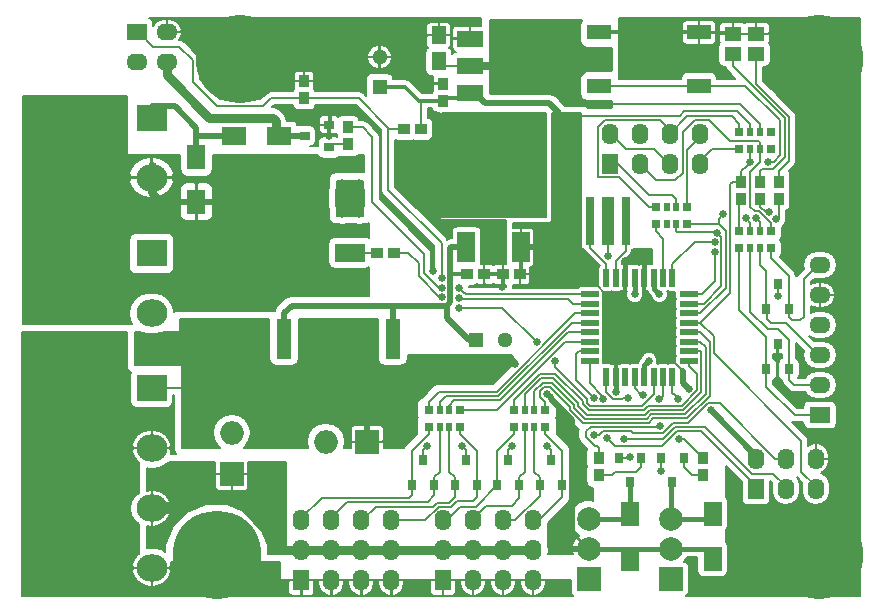
<source format=gtl>
G04 #@! TF.FileFunction,Copper,L1,Top,Signal*
%FSLAX46Y46*%
G04 Gerber Fmt 4.6, Leading zero omitted, Abs format (unit mm)*
G04 Created by KiCad (PCBNEW (2015-08-30 BZR 6134, Git 4e94d52)-product) date 2015-09-01 19:05:38*
%MOMM*%
G01*
G04 APERTURE LIST*
%ADD10C,0.100000*%
%ADD11R,1.000000X0.950000*%
%ADD12R,0.950000X1.000000*%
%ADD13R,1.250000X1.500000*%
%ADD14R,2.000000X2.000000*%
%ADD15O,2.000000X2.000000*%
%ADD16R,1.300000X1.300000*%
%ADD17O,1.300000X1.300000*%
%ADD18R,1.400000X1.800000*%
%ADD19O,1.400000X1.800000*%
%ADD20R,2.600000X2.300000*%
%ADD21O,2.600000X2.300000*%
%ADD22C,2.000000*%
%ADD23R,1.800000X1.400000*%
%ADD24O,1.800000X1.400000*%
%ADD25R,0.800000X0.900000*%
%ADD26R,1.550000X2.100000*%
%ADD27R,2.100000X1.550000*%
%ADD28R,1.450000X1.200000*%
%ADD29C,7.500000*%
%ADD30C,0.650000*%
%ADD31R,0.700000X4.100000*%
%ADD32R,1.000000X4.100000*%
%ADD33R,1.300000X3.350000*%
%ADD34R,0.800000X0.800000*%
%ADD35R,0.550000X0.800000*%
%ADD36R,2.000000X1.300000*%
%ADD37R,7.000000X7.000000*%
%ADD38R,2.500000X1.500000*%
%ADD39R,0.900000X0.800000*%
%ADD40R,0.550000X1.500000*%
%ADD41R,1.500000X0.550000*%
%ADD42R,1.500000X2.500000*%
%ADD43R,2.200000X3.700000*%
%ADD44R,2.200000X1.400000*%
%ADD45C,0.180000*%
%ADD46C,0.300000*%
%ADD47C,0.200000*%
%ADD48C,0.500000*%
%ADD49C,0.400000*%
%ADD50C,0.152400*%
%ADD51C,0.800000*%
%ADD52C,1.000000*%
%ADD53C,0.700000*%
%ADD54C,0.254000*%
G04 APERTURE END LIST*
D10*
D11*
X88230025Y-72225179D03*
X89680025Y-72225179D03*
X92680025Y-72225179D03*
X91230025Y-72225179D03*
D12*
X86200000Y-57525000D03*
X86200000Y-56075000D03*
D13*
X85800000Y-54200000D03*
X85800000Y-52000000D03*
D14*
X79750000Y-86400000D03*
D15*
X76250000Y-86400000D03*
D14*
X68300000Y-89150000D03*
D15*
X68300000Y-85650000D03*
D16*
X80800000Y-56350000D03*
D17*
X80800000Y-53850000D03*
D12*
X111400000Y-65825000D03*
X111400000Y-64375000D03*
D16*
X88950000Y-77800000D03*
D17*
X91450000Y-77800000D03*
D18*
X74190000Y-98140000D03*
D19*
X76730000Y-98140000D03*
X79270000Y-98140000D03*
X81810000Y-98140000D03*
X74190000Y-95600000D03*
X76730000Y-95600000D03*
X79270000Y-95600000D03*
X81810000Y-95600000D03*
X74190000Y-93060000D03*
X76730000Y-93060000D03*
X79270000Y-93060000D03*
X81810000Y-93060000D03*
D18*
X86190000Y-98140000D03*
D19*
X88730000Y-98140000D03*
X91270000Y-98140000D03*
X93810000Y-98140000D03*
X86190000Y-95600000D03*
X88730000Y-95600000D03*
X91270000Y-95600000D03*
X93810000Y-95600000D03*
X86190000Y-93060000D03*
X88730000Y-93060000D03*
X91270000Y-93060000D03*
X93810000Y-93060000D03*
D20*
X61500000Y-58960000D03*
D21*
X61500000Y-64040000D03*
D20*
X61500000Y-70460000D03*
D21*
X61500000Y-75540000D03*
D20*
X61500000Y-81880000D03*
D21*
X61500000Y-86960000D03*
X61500000Y-92040000D03*
X61500000Y-97120000D03*
D14*
X98500000Y-98040000D03*
D22*
X98500000Y-95500000D03*
X98500000Y-92960000D03*
D14*
X105500000Y-98040000D03*
D22*
X105500000Y-95500000D03*
X105500000Y-92960000D03*
D23*
X118100000Y-84140000D03*
D24*
X118100000Y-81600000D03*
X118100000Y-79060000D03*
X118100000Y-76520000D03*
X118100000Y-73980000D03*
X118100000Y-71440000D03*
D18*
X112660000Y-90370000D03*
D19*
X112660000Y-87830000D03*
X115200000Y-90370000D03*
X115200000Y-87830000D03*
X117740000Y-90370000D03*
X117740000Y-87830000D03*
D25*
X83550000Y-90050000D03*
X85450000Y-90050000D03*
X84500000Y-87950000D03*
X90750000Y-90050000D03*
X92650000Y-90050000D03*
X91700000Y-87950000D03*
X87150000Y-90050000D03*
X89050000Y-90050000D03*
X88100000Y-87950000D03*
X94350000Y-90050000D03*
X96250000Y-90050000D03*
X95300000Y-87950000D03*
D26*
X65300000Y-62300000D03*
X65300000Y-66100000D03*
D27*
X68500000Y-60500000D03*
X72300000Y-60500000D03*
D26*
X102000000Y-96300000D03*
X102000000Y-92500000D03*
X109000000Y-96300000D03*
X109000000Y-92500000D03*
D25*
X113550000Y-80250000D03*
X115450000Y-80250000D03*
X114500000Y-78150000D03*
X113550000Y-75150000D03*
X115450000Y-75150000D03*
X114500000Y-73050000D03*
D28*
X110700000Y-51850000D03*
X110700000Y-53550000D03*
X112700000Y-51850000D03*
X112700000Y-53550000D03*
D29*
X67000000Y-96000000D03*
D30*
X69675000Y-96000000D03*
X68892000Y-94108000D03*
X67000000Y-93325000D03*
X65108000Y-94108000D03*
X64325000Y-96000000D03*
X65108000Y-97892000D03*
X67000000Y-98675000D03*
X68892000Y-97892000D03*
D29*
X69000000Y-54000000D03*
D30*
X71675000Y-54000000D03*
X70892000Y-52108000D03*
X69000000Y-51325000D03*
X67108000Y-52108000D03*
X66325000Y-54000000D03*
X67108000Y-55892000D03*
X69000000Y-56675000D03*
X70892000Y-55892000D03*
D29*
X118000000Y-96000000D03*
D30*
X120675000Y-96000000D03*
X119892000Y-94108000D03*
X118000000Y-93325000D03*
X116108000Y-94108000D03*
X115325000Y-96000000D03*
X116108000Y-97892000D03*
X118000000Y-98675000D03*
X119892000Y-97892000D03*
D29*
X118000000Y-54000000D03*
D30*
X120675000Y-54000000D03*
X119892000Y-52108000D03*
X118000000Y-51325000D03*
X116108000Y-52108000D03*
X115325000Y-54000000D03*
X116108000Y-55892000D03*
X118000000Y-56675000D03*
X119892000Y-55892000D03*
D31*
X101649652Y-67717462D03*
X98649652Y-67717462D03*
D32*
X100149652Y-67717462D03*
D11*
X82025000Y-70400000D03*
X80575000Y-70400000D03*
D12*
X78125000Y-59775000D03*
X78125000Y-61225000D03*
X99400000Y-87775000D03*
X99400000Y-89225000D03*
X108200000Y-87775000D03*
X108200000Y-89225000D03*
D33*
X76075000Y-77700000D03*
X81925000Y-77700000D03*
X66875000Y-77700000D03*
X72725000Y-77700000D03*
D12*
X113000000Y-65825000D03*
X113000000Y-64375000D03*
X114600000Y-65825000D03*
X114600000Y-64375000D03*
D34*
X87625000Y-83675000D03*
D35*
X86700000Y-83675000D03*
X85900000Y-83675000D03*
D34*
X84975000Y-83675000D03*
X84975000Y-85125000D03*
D35*
X85900000Y-85125000D03*
X86700000Y-85125000D03*
D34*
X87625000Y-85125000D03*
X94825000Y-83675000D03*
D35*
X93900000Y-83675000D03*
X93100000Y-83675000D03*
D34*
X92175000Y-83675000D03*
X92175000Y-85125000D03*
D35*
X93100000Y-85125000D03*
X93900000Y-85125000D03*
D34*
X94825000Y-85125000D03*
X104175000Y-68000000D03*
D35*
X105100000Y-68000000D03*
X105900000Y-68000000D03*
D34*
X106825000Y-68000000D03*
X106825000Y-66550000D03*
D35*
X105900000Y-66550000D03*
X105100000Y-66550000D03*
D34*
X104175000Y-66550000D03*
X111275000Y-70025000D03*
D35*
X112200000Y-70025000D03*
X113000000Y-70025000D03*
D34*
X113925000Y-70025000D03*
X113925000Y-68575000D03*
D35*
X113000000Y-68575000D03*
X112200000Y-68575000D03*
D34*
X111275000Y-68575000D03*
X111275000Y-61625000D03*
D35*
X112200000Y-61625000D03*
X113000000Y-61625000D03*
D34*
X113925000Y-61625000D03*
X113925000Y-60175000D03*
D35*
X113000000Y-60175000D03*
X112200000Y-60175000D03*
D34*
X111275000Y-60175000D03*
D36*
X99350000Y-51750000D03*
X99350000Y-56250000D03*
X107850000Y-56250000D03*
X107850000Y-51750000D03*
D37*
X71400000Y-68100000D03*
D38*
X78300000Y-70400000D03*
X78300000Y-65800000D03*
D39*
X76550000Y-61450000D03*
X76550000Y-59550000D03*
X74450000Y-60500000D03*
D25*
X102950000Y-87750000D03*
X101050000Y-87750000D03*
X102000000Y-89850000D03*
X106550000Y-87750000D03*
X104650000Y-87750000D03*
X105600000Y-89850000D03*
D40*
X105604318Y-72529884D03*
X104804318Y-72529884D03*
X104004318Y-72529884D03*
X103204318Y-72529884D03*
X102404318Y-72529884D03*
X101604318Y-72529884D03*
X100804318Y-72529884D03*
X100004318Y-72529884D03*
D41*
X98604318Y-73929884D03*
X98604318Y-74729884D03*
X98604318Y-75529884D03*
X98604318Y-76329884D03*
X98604318Y-77129884D03*
X98604318Y-77929884D03*
X98604318Y-78729884D03*
X98604318Y-79529884D03*
D40*
X100004318Y-80929884D03*
X100804318Y-80929884D03*
X101604318Y-80929884D03*
X102404318Y-80929884D03*
X103204318Y-80929884D03*
X104004318Y-80929884D03*
X104804318Y-80929884D03*
X105604318Y-80929884D03*
D41*
X107004318Y-79529884D03*
X107004318Y-78729884D03*
X107004318Y-77929884D03*
X107004318Y-77129884D03*
X107004318Y-76329884D03*
X107004318Y-75529884D03*
X107004318Y-74729884D03*
X107004318Y-73929884D03*
D37*
X90455025Y-63025179D03*
D42*
X88155025Y-69925179D03*
X92755025Y-69925179D03*
D18*
X100290000Y-62870000D03*
D19*
X100290000Y-60330000D03*
X102830000Y-62870000D03*
X102830000Y-60330000D03*
X105370000Y-62870000D03*
X105370000Y-60330000D03*
X107910000Y-62870000D03*
X107910000Y-60330000D03*
D43*
X94635563Y-54564215D03*
D44*
X88435563Y-52264215D03*
X88435563Y-54564215D03*
X88435563Y-56864215D03*
D23*
X60230000Y-51730000D03*
D24*
X62770000Y-51730000D03*
X60230000Y-54270000D03*
X62770000Y-54270000D03*
D12*
X74400000Y-57325000D03*
X74400000Y-55875000D03*
D11*
X84325000Y-59950000D03*
X82875000Y-59950000D03*
D30*
X100780178Y-82189442D03*
X98400004Y-73000000D03*
X100200000Y-74900000D03*
X108823483Y-83741183D03*
X107030282Y-81907692D03*
X101604318Y-71129884D03*
X103204318Y-71129884D03*
X107500000Y-99200000D03*
X85350000Y-71950000D03*
X86400000Y-60000000D03*
X86400000Y-61000000D03*
X86400000Y-62000000D03*
X86400000Y-63000000D03*
X86400000Y-64000000D03*
X86400000Y-65000000D03*
X86400000Y-66000000D03*
X86400000Y-67000000D03*
X86400000Y-59000000D03*
X87500000Y-59000000D03*
X88500000Y-59000000D03*
X89500000Y-59000000D03*
X90500000Y-59000000D03*
X91500000Y-59000000D03*
X92500000Y-59000000D03*
X93500000Y-59000000D03*
X94500000Y-59000000D03*
X94500000Y-60000000D03*
X94500000Y-61000000D03*
X94500000Y-62000000D03*
X94500000Y-63000000D03*
X94500000Y-64000000D03*
X94500000Y-65000000D03*
X94500000Y-66000000D03*
X94500000Y-67000000D03*
X93500000Y-67000000D03*
X92500000Y-67000000D03*
X91500000Y-67000000D03*
X87500000Y-67000000D03*
X88500000Y-67000000D03*
X89500000Y-67000000D03*
X90500000Y-67000000D03*
X84500000Y-52000000D03*
X84900000Y-56100000D03*
X91200000Y-73300000D03*
X102000000Y-87700000D03*
X95000000Y-86800000D03*
X92000002Y-86800000D03*
X87800000Y-86800000D03*
X84800004Y-86800000D03*
X114500000Y-74100000D03*
X114500000Y-79200000D03*
X104600000Y-88900000D03*
X76575000Y-58475000D03*
X76550000Y-60525000D03*
X79100000Y-64500000D03*
X77600000Y-64500000D03*
X77600000Y-67100000D03*
X79100000Y-67100000D03*
X100157942Y-70709172D03*
X104504318Y-73929884D03*
X103604318Y-79529884D03*
X102404318Y-73929884D03*
X103065751Y-82422580D03*
X94994605Y-82322016D03*
X92294137Y-79794137D03*
X60905924Y-77950000D03*
X60900000Y-79050000D03*
X61950000Y-79050000D03*
X61950000Y-77950000D03*
X100261395Y-57822590D03*
X112199996Y-62700000D03*
X113700000Y-62700002D03*
X99720305Y-82786053D03*
X100100000Y-86100000D03*
X101504464Y-86191881D03*
X101867211Y-82722580D03*
X98950002Y-85800000D03*
X98920635Y-82719784D03*
X86072590Y-74172590D03*
X87527410Y-74200000D03*
X87532241Y-73397597D03*
X86077420Y-73370187D03*
X104544257Y-85072339D03*
X104500000Y-82800000D03*
X106142257Y-86142257D03*
X106100000Y-82800000D03*
X109380415Y-68696995D03*
X111852410Y-67500000D03*
X109922590Y-67100000D03*
X112658772Y-67496975D03*
X109170180Y-69499086D03*
X113808290Y-66991710D03*
X109170180Y-70301489D03*
X114376394Y-67564937D03*
X95683291Y-79533291D03*
X94094137Y-77994137D03*
X87550008Y-75050000D03*
X86077411Y-72529890D03*
D45*
X99050000Y-73000000D02*
X100100000Y-74050000D01*
X98400004Y-73000000D02*
X99050000Y-73000000D01*
D46*
X86200000Y-57525000D02*
X84342950Y-57525000D01*
X84342950Y-57525000D02*
X84125000Y-57525000D01*
D47*
X84325000Y-59950000D02*
X84325000Y-57542950D01*
X84325000Y-57542950D02*
X84342950Y-57525000D01*
D48*
X96000000Y-58763451D02*
X96000000Y-59107616D01*
X96000000Y-59107616D02*
X96000000Y-68800000D01*
X96036549Y-58800000D02*
X96036549Y-59071067D01*
X96036549Y-59071067D02*
X96000000Y-59107616D01*
X96036549Y-58800000D02*
X96036549Y-58636549D01*
X96036549Y-58636549D02*
X96000000Y-58600000D01*
D47*
X96502004Y-58800000D02*
X96400000Y-58800000D01*
X106201618Y-58800000D02*
X96502004Y-58800000D01*
D48*
X96000000Y-58600000D02*
X96000000Y-58763451D01*
D47*
X96502004Y-58800000D02*
X96036549Y-58800000D01*
X96036549Y-58800000D02*
X96000000Y-58763451D01*
D48*
X95500000Y-58100000D02*
X96000000Y-58600000D01*
X96000000Y-68800000D02*
X94874821Y-69925179D01*
X94874821Y-69925179D02*
X92755025Y-69925179D01*
D47*
X112200000Y-60175000D02*
X112200000Y-59500000D01*
X112200000Y-59500000D02*
X111100000Y-58400000D01*
X111100000Y-58400000D02*
X106601618Y-58400000D01*
X106601618Y-58400000D02*
X106201618Y-58800000D01*
D48*
X88435563Y-56864215D02*
X88864215Y-56864215D01*
X88864215Y-56864215D02*
X89764215Y-57764215D01*
X89764215Y-57764215D02*
X95164215Y-57764215D01*
X95164215Y-57764215D02*
X95500000Y-58100000D01*
D46*
X84125000Y-57525000D02*
X82950000Y-56350000D01*
X82950000Y-56350000D02*
X80800000Y-56350000D01*
X88435563Y-56864215D02*
X87999778Y-57300000D01*
X87999778Y-57300000D02*
X86425000Y-57300000D01*
X86425000Y-57300000D02*
X86200000Y-57525000D01*
D48*
X98075005Y-72675001D02*
X98400004Y-73000000D01*
X95300004Y-69900000D02*
X98075005Y-72675001D01*
X95000000Y-69900000D02*
X95300004Y-69900000D01*
D46*
X101604318Y-73579884D02*
X100284202Y-74900000D01*
X101604318Y-72529884D02*
X101604318Y-73579884D01*
X100284202Y-74900000D02*
X100200000Y-74900000D01*
X92755025Y-69925179D02*
X92755025Y-72150179D01*
X92755025Y-72150179D02*
X92680025Y-72225179D01*
D48*
X108823483Y-83741183D02*
X112660000Y-87577700D01*
X112660000Y-87577700D02*
X112660000Y-87830000D01*
X106525000Y-80450000D02*
X106525000Y-81402410D01*
X106525000Y-81402410D02*
X107030282Y-81907692D01*
D47*
X103476917Y-77401917D02*
X106525000Y-80450000D01*
X103204318Y-73807018D02*
X103204318Y-77104318D01*
X103204318Y-72529884D02*
X103204318Y-73807018D01*
D48*
X88410563Y-56889215D02*
X88435563Y-56864215D01*
D46*
X103204318Y-72529884D02*
X103204318Y-75829884D01*
D49*
X101604318Y-77429884D02*
X101499107Y-77535095D01*
D46*
X101604318Y-72529884D02*
X101604318Y-77429884D01*
D49*
X101499107Y-77535095D02*
X102646984Y-76387218D01*
X101499107Y-77535095D02*
X103029611Y-76004591D01*
X103029611Y-76004591D02*
X102646984Y-76387218D01*
X103204318Y-75829884D02*
X103029611Y-76004591D01*
X100804318Y-79507579D02*
X100804318Y-79082439D01*
X101604318Y-72529884D02*
X101604318Y-71129884D01*
X100804318Y-79082439D02*
X100804318Y-78229884D01*
D50*
X101604318Y-77429884D02*
X100804318Y-78229884D01*
D49*
X100804318Y-80929884D02*
X100804318Y-82229884D01*
D47*
X101604318Y-73845682D02*
X101500000Y-73950000D01*
D49*
X103204318Y-72529884D02*
X103204318Y-71129884D01*
D47*
X101500000Y-73950000D02*
X100000000Y-73950000D01*
D49*
X100804318Y-78229884D02*
X100988939Y-78045263D01*
D46*
X100804318Y-80929884D02*
X100804318Y-79507579D01*
D49*
X102646984Y-76387218D02*
X100988939Y-78045263D01*
D47*
X101604318Y-72529884D02*
X101604318Y-73845682D01*
D50*
X103204318Y-75829884D02*
X101604318Y-77429884D01*
D49*
X100988939Y-78045263D02*
X101499107Y-77535095D01*
D46*
X99350000Y-51750000D02*
X107850000Y-51750000D01*
D47*
X112696700Y-96000000D02*
X109496700Y-99200000D01*
X118000000Y-96000000D02*
X112696700Y-96000000D01*
X109496700Y-99200000D02*
X107500000Y-99200000D01*
X80850000Y-65550000D02*
X85350000Y-70050000D01*
X85350000Y-70050000D02*
X85350000Y-71950000D01*
X80850000Y-60300000D02*
X80850000Y-65550000D01*
X79025000Y-58475000D02*
X80850000Y-60300000D01*
X76575000Y-58475000D02*
X79025000Y-58475000D01*
X74400000Y-55875000D02*
X70875000Y-55875000D01*
X70875000Y-55875000D02*
X69000000Y-54000000D01*
X86900000Y-52200000D02*
X86964215Y-52264215D01*
X86964215Y-52264215D02*
X88435563Y-52264215D01*
X86900000Y-52000000D02*
X86900000Y-52200000D01*
X85800000Y-52000000D02*
X86900000Y-52000000D01*
X88435563Y-52264215D02*
X88171348Y-52000000D01*
D48*
X86400000Y-61000000D02*
X86400000Y-60000000D01*
X86400000Y-63000000D02*
X86400000Y-62000000D01*
X86400000Y-65000000D02*
X86400000Y-64000000D01*
X86400000Y-67000000D02*
X86400000Y-66000000D01*
X87500000Y-59000000D02*
X86500000Y-59000000D01*
X89500000Y-59000000D02*
X88500000Y-59000000D01*
X91500000Y-59000000D02*
X90500000Y-59000000D01*
X93500000Y-59000000D02*
X92500000Y-59000000D01*
X94500000Y-60000000D02*
X94500000Y-59000000D01*
X94500000Y-61000000D02*
X94500000Y-60000000D01*
X94500000Y-63000000D02*
X94500000Y-62000000D01*
X94500000Y-65000000D02*
X94500000Y-64000000D01*
X94500000Y-67000000D02*
X94500000Y-66000000D01*
X92500000Y-67000000D02*
X93500000Y-67000000D01*
X90500000Y-67000000D02*
X91500000Y-67000000D01*
X89500000Y-67000000D02*
X88500000Y-67000000D01*
X90455025Y-63025179D02*
X90455025Y-66955025D01*
X90455025Y-66955025D02*
X90500000Y-67000000D01*
D47*
X110700000Y-51850000D02*
X115850000Y-51850000D01*
X115850000Y-51850000D02*
X116108000Y-52108000D01*
X110700000Y-51850000D02*
X112700000Y-51850000D01*
X107850000Y-51750000D02*
X110600000Y-51750000D01*
X110600000Y-51750000D02*
X110700000Y-51850000D01*
X111275000Y-61625000D02*
X108955000Y-61625000D01*
X108955000Y-61625000D02*
X107910000Y-62670000D01*
X107910000Y-62670000D02*
X107910000Y-62870000D01*
X85800000Y-52000000D02*
X84500000Y-52000000D01*
X86200000Y-56075000D02*
X84925000Y-56075000D01*
X84925000Y-56075000D02*
X84900000Y-56100000D01*
D46*
X91230025Y-72225179D02*
X91230025Y-73269975D01*
X91230025Y-73269975D02*
X91200000Y-73300000D01*
X89680025Y-72225179D02*
X91230025Y-72225179D01*
D47*
X101050000Y-87750000D02*
X101950000Y-87750000D01*
X101950000Y-87750000D02*
X102000000Y-87700000D01*
X91700000Y-87950000D02*
X91700000Y-87100002D01*
X91700000Y-87100002D02*
X92000002Y-86800000D01*
X95300000Y-87950000D02*
X95300000Y-87100000D01*
X95300000Y-87100000D02*
X95000000Y-86800000D01*
X88100000Y-87100000D02*
X87800000Y-86800000D01*
X88100000Y-87950000D02*
X88100000Y-87100000D01*
X84500000Y-87100004D02*
X84800004Y-86800000D01*
X84500000Y-87950000D02*
X84500000Y-87100004D01*
X114500000Y-73050000D02*
X114500000Y-74100000D01*
X114500000Y-78150000D02*
X114500000Y-79200000D01*
X101000000Y-87800000D02*
X101050000Y-87750000D01*
X104650000Y-87750000D02*
X104650000Y-88850000D01*
X104650000Y-88850000D02*
X104600000Y-88900000D01*
D46*
X76575000Y-58475000D02*
X76575000Y-59525000D01*
X76575000Y-59525000D02*
X76550000Y-59550000D01*
X76550000Y-59550000D02*
X76550000Y-60525000D01*
D47*
X77600000Y-67100000D02*
X77600000Y-64500000D01*
X78300000Y-65800000D02*
X78300000Y-66300000D01*
X78300000Y-66300000D02*
X79100000Y-67100000D01*
X115750000Y-51750000D02*
X118000000Y-54000000D01*
X100149652Y-67717462D02*
X100149652Y-70700882D01*
X100149652Y-70700882D02*
X100157942Y-70709172D01*
D49*
X104004318Y-72529884D02*
X104054318Y-72579884D01*
X104054318Y-72579884D02*
X104054318Y-73479884D01*
X104054318Y-73479884D02*
X104504318Y-73929884D01*
X103204318Y-80929884D02*
X103204318Y-79929884D01*
X103204318Y-79929884D02*
X103604318Y-79529884D01*
X102404318Y-72529884D02*
X102404318Y-73929884D01*
D47*
X102404318Y-81879884D02*
X102947014Y-82422580D01*
X102947014Y-82422580D02*
X103065751Y-82422580D01*
X102404318Y-80929884D02*
X102404318Y-81879884D01*
D51*
X91270000Y-95600000D02*
X93810000Y-95600000D01*
X88730000Y-95600000D02*
X91270000Y-95600000D01*
X86190000Y-95600000D02*
X88730000Y-95600000D01*
X81810000Y-95600000D02*
X86190000Y-95600000D01*
D52*
X68715554Y-91200000D02*
X72034318Y-94518764D01*
D51*
X74190000Y-95600000D02*
X72690000Y-95600000D01*
X72690000Y-95600000D02*
X72034318Y-94944318D01*
X72034318Y-94944318D02*
X72034318Y-94518764D01*
X79270000Y-95600000D02*
X81810000Y-95600000D01*
X76730000Y-95600000D02*
X79270000Y-95600000D01*
X74190000Y-95600000D02*
X76730000Y-95600000D01*
D52*
X61500000Y-92040000D02*
X63800000Y-92040000D01*
X63800000Y-92040000D02*
X64640000Y-91200000D01*
X64640000Y-91200000D02*
X68715554Y-91200000D01*
D47*
X78300000Y-70400000D02*
X79750000Y-70400000D01*
X79750000Y-70400000D02*
X80600000Y-70400000D01*
D48*
X95319604Y-82647015D02*
X94994605Y-82322016D01*
X97097599Y-94097599D02*
X97097599Y-84551651D01*
X97097599Y-84551651D02*
X95319604Y-82773656D01*
X95319604Y-82773656D02*
X95319604Y-82647015D01*
X65300000Y-60423087D02*
X65300000Y-59800000D01*
X65300000Y-59800000D02*
X63460000Y-57960000D01*
X63460000Y-57960000D02*
X61500000Y-57960000D01*
X97000000Y-95500000D02*
X98499998Y-95500000D01*
X98499998Y-95500000D02*
X98499999Y-95499999D01*
X79750000Y-86400000D02*
X79750000Y-84250000D01*
X79750000Y-84250000D02*
X80655956Y-83344044D01*
X80655956Y-83344044D02*
X81305956Y-83344044D01*
X81305956Y-83344044D02*
X84855863Y-79794137D01*
D47*
X72920000Y-81880000D02*
X79841912Y-81880000D01*
X79841912Y-81880000D02*
X81305956Y-83344044D01*
X61950000Y-77950000D02*
X66625000Y-77950000D01*
X66625000Y-77950000D02*
X66875000Y-77700000D01*
X76075000Y-77700000D02*
X76075000Y-78725000D01*
X76075000Y-78725000D02*
X72920000Y-81880000D01*
X72920000Y-81880000D02*
X63000000Y-81880000D01*
X63000000Y-81880000D02*
X61500000Y-81880000D01*
D48*
X84855863Y-79794137D02*
X92294137Y-79794137D01*
D51*
X60900000Y-79050000D02*
X60900000Y-77955924D01*
X60900000Y-77955924D02*
X60905924Y-77950000D01*
X61950000Y-77950000D02*
X61950000Y-79050000D01*
D49*
X105500000Y-95500000D02*
X102550000Y-95500000D01*
X102550000Y-95500000D02*
X102000000Y-96050000D01*
X105500000Y-95500000D02*
X108450000Y-95500000D01*
X108450000Y-95500000D02*
X109000000Y-96050000D01*
X98500000Y-95500000D02*
X101450000Y-95500000D01*
X101450000Y-95500000D02*
X102000000Y-96050000D01*
D48*
X65300000Y-62550000D02*
X65300000Y-60423087D01*
X68750000Y-60500000D02*
X65376913Y-60500000D01*
X65376913Y-60500000D02*
X65300000Y-60423087D01*
D47*
X78125000Y-61225000D02*
X76775000Y-61225000D01*
X76775000Y-61225000D02*
X76550000Y-61450000D01*
X74190000Y-93060000D02*
X74190000Y-92860000D01*
X74190000Y-92860000D02*
X75900000Y-91150000D01*
X75900000Y-91150000D02*
X83300000Y-91150000D01*
X83300000Y-91150000D02*
X83550000Y-90900000D01*
X83550000Y-90900000D02*
X83550000Y-90050000D01*
X84975000Y-85125000D02*
X84975000Y-85725000D01*
X84975000Y-85725000D02*
X83550000Y-87150000D01*
X83550000Y-87150000D02*
X83550000Y-89400000D01*
X83550000Y-89400000D02*
X83550000Y-90050000D01*
X76730000Y-93060000D02*
X76730000Y-92820000D01*
X76730000Y-92820000D02*
X78047590Y-91502410D01*
X78047590Y-91502410D02*
X84897590Y-91502410D01*
X84897590Y-91502410D02*
X85450000Y-90950000D01*
X85450000Y-90950000D02*
X85450000Y-90050000D01*
X85450000Y-90050000D02*
X85450000Y-89400000D01*
X85450000Y-89400000D02*
X85900000Y-88950000D01*
X85900000Y-88950000D02*
X85900000Y-85725000D01*
X85900000Y-85725000D02*
X85900000Y-85125000D01*
X79270000Y-93060000D02*
X79340000Y-93060000D01*
X79340000Y-93060000D02*
X80500000Y-91900000D01*
X86644820Y-91555180D02*
X87150000Y-91050000D01*
X80500000Y-91900000D02*
X85304707Y-91900000D01*
X85304707Y-91900000D02*
X85649526Y-91555180D01*
X85649526Y-91555180D02*
X86644820Y-91555180D01*
X87150000Y-91050000D02*
X87150000Y-90050000D01*
X87150000Y-90050000D02*
X87150000Y-89400000D01*
X87150000Y-89400000D02*
X86700000Y-88950000D01*
X86700000Y-88950000D02*
X86700000Y-85725000D01*
X86700000Y-85725000D02*
X86700000Y-85125000D01*
X81810000Y-93060000D02*
X84643089Y-93060000D01*
X89050000Y-91100000D02*
X89050000Y-90050000D01*
X84643089Y-93060000D02*
X85795499Y-91907590D01*
X85795499Y-91907590D02*
X86892410Y-91907590D01*
X86892410Y-91907590D02*
X87350000Y-91450000D01*
X87350000Y-91450000D02*
X88700000Y-91450000D01*
X88700000Y-91450000D02*
X89050000Y-91100000D01*
X87625000Y-85125000D02*
X87625000Y-85770446D01*
X87625000Y-85770446D02*
X89050000Y-87195446D01*
X89050000Y-87195446D02*
X89050000Y-90050000D01*
X86190000Y-93060000D02*
X86490000Y-93060000D01*
X86490000Y-93060000D02*
X87642410Y-91907590D01*
X87642410Y-91907590D02*
X88942410Y-91907590D01*
X88942410Y-91907590D02*
X90750000Y-90100000D01*
X90750000Y-90100000D02*
X90750000Y-90050000D01*
X90750000Y-90050000D02*
X90750000Y-87195448D01*
X90750000Y-87195448D02*
X92175000Y-85770448D01*
X92175000Y-85770448D02*
X92175000Y-85125000D01*
X88730000Y-93060000D02*
X88730000Y-92970000D01*
X88730000Y-92970000D02*
X89850000Y-91850000D01*
X89850000Y-91850000D02*
X92000000Y-91850000D01*
X92000000Y-91850000D02*
X92650000Y-91200000D01*
X92650000Y-91200000D02*
X92650000Y-90050000D01*
X92650000Y-90050000D02*
X92650000Y-89400000D01*
X92650000Y-89400000D02*
X93100000Y-88950000D01*
X93100000Y-88950000D02*
X93100000Y-85725000D01*
X93100000Y-85725000D02*
X93100000Y-85125000D01*
X91270000Y-93060000D02*
X92263089Y-93060000D01*
X92263089Y-93060000D02*
X94350000Y-90973089D01*
X94350000Y-90973089D02*
X94350000Y-90050000D01*
X94350000Y-90050000D02*
X94350000Y-89400000D01*
X94350000Y-89400000D02*
X93900000Y-88950000D01*
X93900000Y-88950000D02*
X93900000Y-85725000D01*
X93900000Y-85725000D02*
X93900000Y-85125000D01*
X93810000Y-93060000D02*
X94290000Y-93060000D01*
X94290000Y-93060000D02*
X96250000Y-91100000D01*
X96250000Y-91100000D02*
X96250000Y-90700000D01*
X96250000Y-90700000D02*
X96250000Y-90050000D01*
X94825000Y-85125000D02*
X94825000Y-85770446D01*
X94825000Y-85770446D02*
X96250000Y-87195446D01*
X96250000Y-87195446D02*
X96250000Y-90050000D01*
X102950000Y-87750000D02*
X102950000Y-88550000D01*
X102950000Y-88550000D02*
X102500000Y-89000000D01*
X102500000Y-89000000D02*
X100700000Y-89000000D01*
X100700000Y-89000000D02*
X100475000Y-89225000D01*
X100475000Y-89225000D02*
X99400000Y-89225000D01*
X106550000Y-88550000D02*
X107225000Y-89225000D01*
X107225000Y-89225000D02*
X108200000Y-89225000D01*
X106550000Y-87750000D02*
X106550000Y-88550000D01*
X100290000Y-60330000D02*
X100430000Y-60330000D01*
X100430000Y-60330000D02*
X101700000Y-61600000D01*
X101700000Y-61600000D02*
X104000000Y-61600000D01*
X104000000Y-61600000D02*
X105270000Y-62870000D01*
X105270000Y-62870000D02*
X105370000Y-62870000D01*
X100261395Y-57822590D02*
X111322590Y-57822590D01*
X111322590Y-57822590D02*
X113000000Y-59500000D01*
X113000000Y-59500000D02*
X113000000Y-60175000D01*
D48*
X94635563Y-55314215D02*
X94635563Y-54564215D01*
X100261395Y-57822590D02*
X97143938Y-57822590D01*
X97143938Y-57822590D02*
X94635563Y-55314215D01*
D47*
X88435563Y-54564215D02*
X86164215Y-54564215D01*
X86164215Y-54564215D02*
X85800000Y-54200000D01*
D53*
X94635563Y-54564215D02*
X90472610Y-54564215D01*
X88435563Y-54564215D02*
X90472610Y-54564215D01*
D46*
X88435563Y-54564215D02*
X87935563Y-54064215D01*
D47*
X117740000Y-90370000D02*
X117740000Y-90170000D01*
X117740000Y-90170000D02*
X116500000Y-88930000D01*
X116500000Y-88930000D02*
X116500000Y-86300000D01*
X116500000Y-86300000D02*
X109109640Y-78909640D01*
X109109640Y-78909640D02*
X109109640Y-77485206D01*
X109109640Y-77485206D02*
X107954318Y-76329884D01*
X107850000Y-56250000D02*
X111750000Y-56250000D01*
X111750000Y-56250000D02*
X114700000Y-59200000D01*
X114700000Y-59200000D02*
X114700000Y-62159621D01*
X114159619Y-62700002D02*
X113700000Y-62700002D01*
X114700000Y-62159621D02*
X114159619Y-62700002D01*
X111400000Y-64375000D02*
X111400000Y-63499996D01*
X112200000Y-62699996D02*
X112199996Y-62700000D01*
X111400000Y-63499996D02*
X111874997Y-63024999D01*
X112200000Y-61625000D02*
X112200000Y-62699996D01*
X111874997Y-63024999D02*
X112199996Y-62700000D01*
X111400000Y-64375000D02*
X110725000Y-64375000D01*
X110725000Y-64375000D02*
X110500000Y-64600000D01*
X110500000Y-64600000D02*
X110500000Y-73784202D01*
X110500000Y-73784202D02*
X107954318Y-76329884D01*
X107954318Y-76329884D02*
X107004318Y-76329884D01*
X99350000Y-56250000D02*
X107850000Y-56250000D01*
X101649652Y-67417462D02*
X101649652Y-70229996D01*
X101649652Y-70229996D02*
X100804318Y-71075330D01*
X100804318Y-71075330D02*
X100804318Y-71579884D01*
X100804318Y-71579884D02*
X100804318Y-72529884D01*
X98649652Y-70017462D02*
X100004318Y-71372128D01*
X100004318Y-71372128D02*
X100004318Y-72529884D01*
X98649652Y-67717462D02*
X98649652Y-70017462D01*
D48*
X65300000Y-66100000D02*
X62350000Y-66100000D01*
X62350000Y-66100000D02*
X61500000Y-65250000D01*
X65300000Y-66100000D02*
X69400000Y-66100000D01*
X69400000Y-66100000D02*
X71400000Y-68100000D01*
D51*
X61500000Y-63040000D02*
X61500000Y-65250000D01*
X62770000Y-54270000D02*
X62770000Y-55370000D01*
X62770000Y-55370000D02*
X66400000Y-59000000D01*
X71800000Y-59000000D02*
X72050000Y-59250000D01*
X66400000Y-59000000D02*
X71800000Y-59000000D01*
X72050000Y-59250000D02*
X72050000Y-60500000D01*
D48*
X74450000Y-60500000D02*
X72050000Y-60500000D01*
D49*
X98500000Y-92960000D02*
X101790000Y-92960000D01*
X101790000Y-92960000D02*
X102000000Y-92750000D01*
X102000000Y-89850000D02*
X102000000Y-92750000D01*
D47*
X99651908Y-82501908D02*
X98604318Y-81454318D01*
X98604318Y-81454318D02*
X98604318Y-79529884D01*
X99720305Y-82786053D02*
X99651908Y-82717656D01*
X99651908Y-82717656D02*
X99651908Y-82501908D01*
X112660000Y-90170000D02*
X108012600Y-85522600D01*
X108012600Y-85522600D02*
X105945318Y-85522600D01*
X105945318Y-85522600D02*
X104698636Y-86769282D01*
X112660000Y-90370000D02*
X112660000Y-90170000D01*
X100424999Y-86424999D02*
X100100000Y-86100000D01*
X100769282Y-86769282D02*
X100424999Y-86424999D01*
X104698636Y-86769282D02*
X100769282Y-86769282D01*
X105799345Y-85170189D02*
X104777653Y-86191881D01*
X108370189Y-85170189D02*
X105799345Y-85170189D01*
X115200000Y-90370000D02*
X115200000Y-90170000D01*
X101964083Y-86191881D02*
X101504464Y-86191881D01*
X115200000Y-90170000D02*
X114130000Y-89100000D01*
X114130000Y-89100000D02*
X112300000Y-89100000D01*
X112300000Y-89100000D02*
X108370189Y-85170189D01*
X104777653Y-86191881D02*
X101964083Y-86191881D01*
X100297707Y-82508899D02*
X100297707Y-82552261D01*
X100297707Y-82552261D02*
X100551168Y-82805722D01*
X100004318Y-82215510D02*
X100297707Y-82508899D01*
X100004318Y-80929884D02*
X100004318Y-82215510D01*
X100551168Y-82805722D02*
X101324450Y-82805722D01*
X101324450Y-82805722D02*
X101407592Y-82722580D01*
X101407592Y-82722580D02*
X101867211Y-82722580D01*
X102124157Y-85514461D02*
X99695160Y-85514461D01*
X102259436Y-85649740D02*
X102124157Y-85514461D01*
X108584303Y-83163782D02*
X106930306Y-84817779D01*
X109633782Y-83163782D02*
X108584303Y-83163782D01*
X99409621Y-85800000D02*
X98950002Y-85800000D01*
X105653371Y-84817779D02*
X104821410Y-85649740D01*
X114300000Y-87830000D02*
X109633782Y-83163782D01*
X99695160Y-85514461D02*
X99409621Y-85800000D01*
X106930306Y-84817779D02*
X105653371Y-84817779D01*
X115200000Y-87830000D02*
X114300000Y-87830000D01*
X104821410Y-85649740D02*
X102259436Y-85649740D01*
X97400000Y-81199149D02*
X98595636Y-82394785D01*
X97654318Y-78729884D02*
X97400000Y-78984202D01*
X98604318Y-78729884D02*
X97654318Y-78729884D01*
X97400000Y-78984202D02*
X97400000Y-81199149D01*
X98595636Y-82394785D02*
X98920635Y-82719784D01*
D49*
X105500000Y-92960000D02*
X105500000Y-89950000D01*
X105500000Y-89950000D02*
X105600000Y-89850000D01*
X105500000Y-92960000D02*
X108790000Y-92960000D01*
X108790000Y-92960000D02*
X109000000Y-92750000D01*
D47*
X82025000Y-70400000D02*
X83250000Y-70400000D01*
X85872590Y-74172590D02*
X86072590Y-74172590D01*
X83250000Y-70400000D02*
X84100000Y-71250000D01*
X84100000Y-71250000D02*
X84100000Y-72400000D01*
X84100000Y-72400000D02*
X85872590Y-74172590D01*
X96776758Y-74300000D02*
X87627410Y-74300000D01*
X98604318Y-74729884D02*
X97206642Y-74729884D01*
X97206642Y-74729884D02*
X96776758Y-74300000D01*
X87627410Y-74300000D02*
X87527410Y-74200000D01*
X86077420Y-73370187D02*
X85820187Y-73370187D01*
X85820187Y-73370187D02*
X84600000Y-72150000D01*
X84600000Y-72150000D02*
X84600000Y-70501617D01*
X84600000Y-70501617D02*
X80200000Y-66101617D01*
X80200000Y-66101617D02*
X80200000Y-60600000D01*
X80200000Y-60600000D02*
X79375000Y-59775000D01*
X79375000Y-59775000D02*
X78125000Y-59775000D01*
X88104811Y-73929884D02*
X87897523Y-73722596D01*
X98604318Y-73929884D02*
X88104811Y-73929884D01*
X87857240Y-73722596D02*
X87532241Y-73397597D01*
X87897523Y-73722596D02*
X87857240Y-73722596D01*
X99400000Y-87775000D02*
X99400000Y-86900000D01*
X99400000Y-86900000D02*
X99253031Y-86753031D01*
X99253031Y-86753031D02*
X99053031Y-86753031D01*
X98687949Y-85162051D02*
X104337949Y-85162051D01*
X99053031Y-86753031D02*
X98320196Y-86020196D01*
X98320196Y-86020196D02*
X98320196Y-85529804D01*
X104337949Y-85162051D02*
X104427661Y-85072339D01*
X98320196Y-85529804D02*
X98687949Y-85162051D01*
X104427661Y-85072339D02*
X104544257Y-85072339D01*
X104804318Y-82495682D02*
X104500000Y-82800000D01*
X104804318Y-80929884D02*
X104804318Y-82495682D01*
X106592257Y-86142257D02*
X106142257Y-86142257D01*
X108200000Y-87750000D02*
X106592257Y-86142257D01*
X108200000Y-87775000D02*
X108200000Y-87750000D01*
X105604318Y-82304318D02*
X105775001Y-82475001D01*
X105775001Y-82475001D02*
X106100000Y-82800000D01*
X105604318Y-80929884D02*
X105604318Y-82304318D01*
X109747590Y-69147590D02*
X109747590Y-69047590D01*
X109747590Y-69047590D02*
X109352401Y-68652401D01*
X109352401Y-68652401D02*
X105952401Y-68652401D01*
X105952401Y-68652401D02*
X105900000Y-68600000D01*
X105900000Y-68600000D02*
X105900000Y-68000000D01*
X109747590Y-69147590D02*
X109747590Y-69064170D01*
X109747590Y-69064170D02*
X109380415Y-68696995D01*
X107004318Y-74729884D02*
X108255936Y-74729884D01*
X108255936Y-74729884D02*
X109747590Y-73238230D01*
X109747590Y-73238230D02*
X109747590Y-69147590D01*
X112200000Y-68575000D02*
X112200000Y-67847590D01*
X112200000Y-67847590D02*
X111852410Y-67500000D01*
X109922590Y-67100000D02*
X109500000Y-67522590D01*
X109500000Y-67522590D02*
X109500000Y-68000000D01*
X113000000Y-68575000D02*
X113000000Y-67838203D01*
X113000000Y-67838203D02*
X112658772Y-67496975D01*
X107004318Y-75529884D02*
X107954318Y-75529884D01*
X107954318Y-75529884D02*
X110100000Y-73384202D01*
X110100000Y-73384202D02*
X110100000Y-68600000D01*
X110100000Y-68600000D02*
X109500000Y-68000000D01*
X109500000Y-68000000D02*
X106825000Y-68000000D01*
X104175000Y-68000000D02*
X104175000Y-68600000D01*
X104175000Y-68600000D02*
X104804318Y-69229318D01*
X104804318Y-69229318D02*
X104804318Y-71579884D01*
X104804318Y-71579884D02*
X104804318Y-72529884D01*
X106825000Y-66550000D02*
X106825000Y-61675000D01*
X106825000Y-61675000D02*
X107910000Y-60590000D01*
X107910000Y-60590000D02*
X107910000Y-60330000D01*
X107910000Y-60330000D02*
X107910000Y-60530000D01*
X100290000Y-62870000D02*
X100970000Y-62870000D01*
X100970000Y-62870000D02*
X103650000Y-65550000D01*
X103650000Y-65550000D02*
X105600000Y-65550000D01*
X105600000Y-65550000D02*
X105900000Y-65850000D01*
X105900000Y-65850000D02*
X105900000Y-66550000D01*
X100290000Y-62670000D02*
X100290000Y-62870000D01*
X90725000Y-83675000D02*
X96470116Y-77929884D01*
X96470116Y-77929884D02*
X98604318Y-77929884D01*
X87625000Y-83675000D02*
X90725000Y-83675000D01*
X98604318Y-77929884D02*
X97570116Y-77929884D01*
X97570116Y-77129884D02*
X97775595Y-77129884D01*
X86700000Y-83675000D02*
X86700000Y-83345678D01*
X97775595Y-77129884D02*
X98604318Y-77129884D01*
X96771734Y-77129884D02*
X97775595Y-77129884D01*
X86700000Y-83345678D02*
X87145678Y-82900000D01*
X87145678Y-82900000D02*
X91001618Y-82900000D01*
X91001618Y-82900000D02*
X96771734Y-77129884D01*
X85900000Y-83675000D02*
X85900000Y-83075000D01*
X85900000Y-83075000D02*
X86427410Y-82547590D01*
X86427410Y-82547590D02*
X90855646Y-82547590D01*
X90855646Y-82547590D02*
X97073352Y-76329884D01*
X97073352Y-76329884D02*
X98604318Y-76329884D01*
X97570116Y-76329884D02*
X98604318Y-76329884D01*
X84975000Y-83675000D02*
X84975000Y-83075000D01*
X84975000Y-83075000D02*
X85854820Y-82195180D01*
X85854820Y-82195180D02*
X90709674Y-82195180D01*
X90709674Y-82195180D02*
X97374970Y-75529884D01*
X97374970Y-75529884D02*
X98604318Y-75529884D01*
X98604318Y-75529884D02*
X97654318Y-75529884D01*
X94825000Y-83075000D02*
X94825000Y-83675000D01*
X95249444Y-81744596D02*
X94755407Y-81744596D01*
X94417185Y-82599149D02*
X94825000Y-83006964D01*
X103590360Y-84809640D02*
X98066104Y-84809640D01*
X94417185Y-82082818D02*
X94417185Y-82599149D01*
X94755407Y-81744596D02*
X94417185Y-82082818D01*
X96933590Y-83428744D02*
X95249444Y-81744596D01*
X107954318Y-77129884D02*
X108757229Y-77932795D01*
X103965364Y-84434636D02*
X103590360Y-84809640D01*
X108757228Y-82492478D02*
X106815070Y-84434636D01*
X108757229Y-77932795D02*
X108757228Y-82492478D01*
X107004318Y-77129884D02*
X107954318Y-77129884D01*
X96933590Y-83677126D02*
X96933590Y-83428744D01*
X94825000Y-83006964D02*
X94825000Y-83075000D01*
X106815070Y-84434636D02*
X103965364Y-84434636D01*
X98066104Y-84809640D02*
X96933590Y-83677126D01*
X95395417Y-81392185D02*
X94609433Y-81392186D01*
X93900000Y-83075000D02*
X93900000Y-83675000D01*
X107954318Y-77929884D02*
X108404818Y-78380384D01*
X97286001Y-83282770D02*
X95395417Y-81392185D01*
X97286001Y-83531153D02*
X97286001Y-83282770D01*
X93900000Y-82101619D02*
X93900000Y-83075000D01*
X94609433Y-81392186D02*
X93900000Y-82101619D01*
X103444383Y-84457231D02*
X98212078Y-84457230D01*
X103819391Y-84082225D02*
X103444383Y-84457231D01*
X106669097Y-84082225D02*
X103819391Y-84082225D01*
X107004318Y-77929884D02*
X107954318Y-77929884D01*
X108404818Y-82346504D02*
X106669097Y-84082225D01*
X108404818Y-78380384D02*
X108404818Y-82346504D01*
X98212078Y-84457230D02*
X97286001Y-83531153D01*
X93100000Y-82403235D02*
X93100000Y-83075000D01*
X108052406Y-82200532D02*
X106523124Y-83729814D01*
X94500824Y-81002411D02*
X93100000Y-82403235D01*
X95504027Y-81002411D02*
X94500824Y-81002411D01*
X108052407Y-78827973D02*
X108052406Y-82200532D01*
X98358052Y-84104820D02*
X97638412Y-83385180D01*
X106523124Y-83729814D02*
X103673418Y-83729814D01*
X97638412Y-83136796D02*
X95504027Y-81002411D01*
X93100000Y-83075000D02*
X93100000Y-83675000D01*
X97638412Y-83385180D02*
X97638412Y-83136796D01*
X107954318Y-78729884D02*
X108052407Y-78827973D01*
X103673418Y-83729814D02*
X103298411Y-84104821D01*
X103298411Y-84104821D02*
X98358052Y-84104820D01*
X107004318Y-78729884D02*
X107954318Y-78729884D01*
X107004318Y-79529884D02*
X107004318Y-80004884D01*
X97990822Y-82990822D02*
X95650000Y-80650000D01*
X92175000Y-83075000D02*
X92175000Y-83675000D01*
X95650000Y-80650000D02*
X94354850Y-80650001D01*
X106377153Y-83377401D02*
X103527444Y-83377404D01*
X92175000Y-82829851D02*
X92175000Y-83075000D01*
X107004318Y-80004884D02*
X107699996Y-80700562D01*
X94354850Y-80650001D02*
X92175000Y-82829851D01*
X97990823Y-83239207D02*
X97990822Y-82990822D01*
X98504026Y-83752410D02*
X97990823Y-83239207D01*
X103527444Y-83377404D02*
X103152438Y-83752410D01*
X107699996Y-80700562D02*
X107699996Y-82054558D01*
X103152438Y-83752410D02*
X98504026Y-83752410D01*
X107699996Y-82054558D02*
X106377153Y-83377401D01*
X111275000Y-68575000D02*
X111275000Y-65950000D01*
X111275000Y-65950000D02*
X111400000Y-65825000D01*
X113550000Y-80250000D02*
X113550000Y-77550000D01*
X113550000Y-77550000D02*
X111275000Y-75275000D01*
X111275000Y-75275000D02*
X111275000Y-70025000D01*
X115940000Y-84140000D02*
X113550000Y-81750000D01*
X113550000Y-81750000D02*
X113550000Y-80250000D01*
X118100000Y-84140000D02*
X115940000Y-84140000D01*
X115450000Y-80250000D02*
X115450000Y-77795678D01*
X115450000Y-77795678D02*
X114554322Y-76900000D01*
X112200000Y-75400000D02*
X112200000Y-70025000D01*
X114554322Y-76900000D02*
X113700000Y-76900000D01*
X113700000Y-76900000D02*
X112200000Y-75400000D01*
X115900000Y-81600000D02*
X115450000Y-81150000D01*
X115450000Y-81150000D02*
X115450000Y-80250000D01*
X118100000Y-81600000D02*
X115900000Y-81600000D01*
X113550000Y-75150000D02*
X113550000Y-71950000D01*
X113550000Y-71950000D02*
X113000000Y-71400000D01*
X113000000Y-71400000D02*
X113000000Y-70625000D01*
X113000000Y-70625000D02*
X113000000Y-70025000D01*
X113550000Y-75150000D02*
X113600000Y-75200000D01*
X113600000Y-75200000D02*
X113600000Y-76000000D01*
X113600000Y-76000000D02*
X113983375Y-76383375D01*
X113983375Y-76383375D02*
X115223375Y-76383375D01*
X115223375Y-76383375D02*
X117900000Y-79060000D01*
X117900000Y-79060000D02*
X118100000Y-79060000D01*
X102830000Y-62870000D02*
X102830000Y-62880000D01*
X102830000Y-62880000D02*
X104200000Y-64250000D01*
X104200000Y-64250000D02*
X105850000Y-64250000D01*
X105850000Y-64250000D02*
X106472590Y-63627410D01*
X106472590Y-63627410D02*
X106472590Y-60220499D01*
X106472590Y-60220499D02*
X107515499Y-59177590D01*
X107515499Y-59177590D02*
X108723268Y-59177590D01*
X108723268Y-59177590D02*
X110445678Y-60900000D01*
X110445678Y-60900000D02*
X112875000Y-60900000D01*
X112875000Y-60900000D02*
X113000000Y-61025000D01*
X113000000Y-61025000D02*
X113000000Y-61625000D01*
X113925000Y-68575000D02*
X113925000Y-67925000D01*
X112900000Y-66900000D02*
X112600000Y-66900000D01*
X112600000Y-66900000D02*
X112200000Y-66500000D01*
X113925000Y-67925000D02*
X112900000Y-66900000D01*
X112200000Y-66500000D02*
X112200000Y-63554554D01*
X112200000Y-63554554D02*
X113000000Y-62754554D01*
X113000000Y-62754554D02*
X113000000Y-62225000D01*
X113000000Y-62225000D02*
X113000000Y-61625000D01*
D48*
X86502563Y-74900000D02*
X86502563Y-75902563D01*
X86502563Y-75902563D02*
X88400000Y-77800000D01*
X88400000Y-77800000D02*
X88950000Y-77800000D01*
X86800000Y-74602563D02*
X86502563Y-74900000D01*
X86800000Y-72252663D02*
X86804821Y-72257484D01*
X86804821Y-72257484D02*
X86804821Y-73719340D01*
X86800000Y-73724161D02*
X86800000Y-74602563D01*
X86804821Y-73719340D02*
X86800000Y-73724161D01*
X86800000Y-70030204D02*
X86800000Y-72252663D01*
D46*
X88230025Y-72225179D02*
X86827484Y-72225179D01*
X86827484Y-72225179D02*
X86800000Y-72252663D01*
D48*
X88155025Y-69925179D02*
X86905025Y-69925179D01*
X86905025Y-69925179D02*
X86800000Y-70030204D01*
X82064758Y-74900000D02*
X86502563Y-74900000D01*
X73350000Y-74900000D02*
X82064758Y-74900000D01*
X81925000Y-77700000D02*
X81925000Y-75039758D01*
X81925000Y-75039758D02*
X82064758Y-74900000D01*
X72725000Y-77700000D02*
X72725000Y-75525000D01*
X72725000Y-75525000D02*
X73350000Y-74900000D01*
D47*
X113000000Y-64375000D02*
X113000000Y-63500000D01*
X113000000Y-63500000D02*
X113200000Y-63300000D01*
X113200000Y-63300000D02*
X114100000Y-63300000D01*
X114100000Y-63300000D02*
X115100000Y-62300000D01*
X115100000Y-62300000D02*
X115100000Y-59000000D01*
X115100000Y-59000000D02*
X110700000Y-54600000D01*
X110700000Y-54600000D02*
X110700000Y-53550000D01*
X112700000Y-53550000D02*
X112700000Y-56101618D01*
X114600000Y-63500000D02*
X114600000Y-64375000D01*
X112700000Y-56101618D02*
X115500000Y-58901618D01*
X115500000Y-58901618D02*
X115500000Y-62600000D01*
X115500000Y-62600000D02*
X114600000Y-63500000D01*
X109170180Y-69499086D02*
X107500914Y-69499086D01*
X107500914Y-69499086D02*
X105604318Y-71395682D01*
X105604318Y-71395682D02*
X105604318Y-72529884D01*
X113000000Y-66500000D02*
X113491710Y-66991710D01*
X113491710Y-66991710D02*
X113808290Y-66991710D01*
X113000000Y-65825000D02*
X113000000Y-66500000D01*
X109170180Y-70301489D02*
X109200000Y-70331309D01*
X109200000Y-70331309D02*
X109200000Y-72800000D01*
X108070116Y-73929884D02*
X107004318Y-73929884D01*
X109200000Y-72800000D02*
X108070116Y-73929884D01*
X114600000Y-65825000D02*
X114600000Y-67341331D01*
X114600000Y-67341331D02*
X114376394Y-67564937D01*
X115450000Y-72350000D02*
X113925000Y-70825000D01*
X113925000Y-70825000D02*
X113925000Y-70025000D01*
X115450000Y-75150000D02*
X115450000Y-72350000D01*
X115450000Y-75150000D02*
X115450000Y-75850000D01*
X115450000Y-75850000D02*
X115700000Y-76100000D01*
X115700000Y-76100000D02*
X116400000Y-76100000D01*
X116400000Y-76100000D02*
X116700000Y-75800000D01*
X116700000Y-72640000D02*
X117900000Y-71440000D01*
X116700000Y-75800000D02*
X116700000Y-72640000D01*
X117900000Y-71440000D02*
X118100000Y-71440000D01*
X105370000Y-60330000D02*
X106874820Y-58825180D01*
X110625180Y-58825180D02*
X111275000Y-59475000D01*
X106874820Y-58825180D02*
X110625180Y-58825180D01*
X111275000Y-59475000D02*
X111275000Y-60175000D01*
X104175000Y-66550000D02*
X103575000Y-66550000D01*
X103575000Y-66550000D02*
X101047401Y-64022401D01*
X101047401Y-64022401D02*
X99388079Y-64022401D01*
X99388079Y-64022401D02*
X99337599Y-63971921D01*
X99337599Y-63971921D02*
X99337599Y-59735490D01*
X99895499Y-59177590D02*
X104577590Y-59177590D01*
X99337599Y-59735490D02*
X99895499Y-59177590D01*
X104577590Y-59177590D02*
X105370000Y-59970000D01*
X105370000Y-59970000D02*
X105370000Y-60330000D01*
X87550008Y-75050000D02*
X91200000Y-75050000D01*
X91200000Y-75050000D02*
X94094137Y-77944137D01*
X94094137Y-77944137D02*
X94094137Y-77994137D01*
X74400000Y-57325000D02*
X79025000Y-57325000D01*
X79025000Y-57325000D02*
X81500000Y-59800000D01*
X81500000Y-59800000D02*
X81500000Y-60000000D01*
X81500000Y-60000000D02*
X81500000Y-65050000D01*
X81500000Y-65050000D02*
X86050000Y-69600000D01*
X86050000Y-69600000D02*
X86050000Y-72502479D01*
X86050000Y-72502479D02*
X86077411Y-72529890D01*
X82875000Y-59950000D02*
X81550000Y-59950000D01*
X81550000Y-59950000D02*
X81500000Y-60000000D01*
X60230000Y-51730000D02*
X60430000Y-51730000D01*
X60430000Y-51730000D02*
X61650000Y-52950000D01*
X61650000Y-52950000D02*
X63850000Y-52950000D01*
X63850000Y-52950000D02*
X64997599Y-54097599D01*
X64997599Y-54097599D02*
X64997599Y-55921153D01*
X71598554Y-57325000D02*
X74400000Y-57325000D01*
X64997599Y-55921153D02*
X67078847Y-58002401D01*
X70921153Y-58002401D02*
X71598554Y-57325000D01*
X67078847Y-58002401D02*
X70921153Y-58002401D01*
X95683291Y-79533291D02*
X95683291Y-80083291D01*
X103006465Y-83399999D02*
X104004318Y-82402146D01*
X98343234Y-82743234D02*
X98343234Y-83093234D01*
X98343234Y-83093234D02*
X98649999Y-83399999D01*
X104004318Y-81879884D02*
X104004318Y-80929884D01*
X95683291Y-80083291D02*
X98343234Y-82743234D01*
X98649999Y-83399999D02*
X103006465Y-83399999D01*
X104004318Y-82402146D02*
X104004318Y-81879884D01*
G36*
X103900000Y-71372048D02*
X103729318Y-71372048D01*
X103599114Y-71396548D01*
X103558883Y-71379884D01*
X103309318Y-71379884D01*
X103209318Y-71479884D01*
X103209318Y-72524884D01*
X103229318Y-72524884D01*
X103229318Y-72534884D01*
X103209318Y-72534884D01*
X103209318Y-73579884D01*
X103309318Y-73679884D01*
X103494100Y-73679884D01*
X103499990Y-73709494D01*
X103630054Y-73904148D01*
X103779210Y-74053304D01*
X103779192Y-74073463D01*
X103889334Y-74340027D01*
X104093102Y-74544151D01*
X104359474Y-74654758D01*
X104647897Y-74655010D01*
X104914461Y-74544868D01*
X105118585Y-74341100D01*
X105229192Y-74074728D01*
X105229444Y-73786305D01*
X105180818Y-73668621D01*
X105208907Y-73663336D01*
X105329318Y-73687720D01*
X105846482Y-73687720D01*
X105846482Y-74204884D01*
X105870866Y-74334473D01*
X105846482Y-74454884D01*
X105846482Y-75004884D01*
X105870866Y-75134473D01*
X105846482Y-75254884D01*
X105846482Y-75804884D01*
X105870866Y-75934473D01*
X105846482Y-76054884D01*
X105846482Y-76604884D01*
X105870866Y-76734473D01*
X105846482Y-76854884D01*
X105846482Y-77404884D01*
X105870866Y-77534473D01*
X105846482Y-77654884D01*
X105846482Y-78204884D01*
X105870866Y-78334473D01*
X105846482Y-78454884D01*
X105846482Y-79004884D01*
X105870866Y-79134473D01*
X105846482Y-79254884D01*
X105846482Y-79772048D01*
X105329318Y-79772048D01*
X105199729Y-79796432D01*
X105079318Y-79772048D01*
X104529318Y-79772048D01*
X104399729Y-79796432D01*
X104288047Y-79773816D01*
X104329192Y-79674728D01*
X104329444Y-79386305D01*
X104219302Y-79119741D01*
X104015534Y-78915617D01*
X103749162Y-78805010D01*
X103460739Y-78804758D01*
X103194175Y-78914900D01*
X102990051Y-79118668D01*
X102879444Y-79385040D01*
X102879425Y-79406249D01*
X102780054Y-79505620D01*
X102649990Y-79700274D01*
X102635713Y-79772048D01*
X102129318Y-79772048D01*
X101999729Y-79796432D01*
X101879318Y-79772048D01*
X101329318Y-79772048D01*
X101199114Y-79796548D01*
X101158883Y-79779884D01*
X100909318Y-79779884D01*
X100809318Y-79879884D01*
X100809318Y-80129884D01*
X100799318Y-80129884D01*
X100799318Y-79879884D01*
X100699318Y-79779884D01*
X100449753Y-79779884D01*
X100406494Y-79797802D01*
X100279318Y-79772048D01*
X99762154Y-79772048D01*
X99762154Y-79254884D01*
X99737770Y-79125295D01*
X99762154Y-79004884D01*
X99762154Y-78454884D01*
X99737770Y-78325295D01*
X99762154Y-78204884D01*
X99762154Y-77654884D01*
X99737770Y-77525295D01*
X99762154Y-77404884D01*
X99762154Y-76854884D01*
X99737770Y-76725295D01*
X99762154Y-76604884D01*
X99762154Y-76054884D01*
X99737770Y-75925295D01*
X99762154Y-75804884D01*
X99762154Y-75254884D01*
X99737770Y-75125295D01*
X99762154Y-75004884D01*
X99762154Y-74454884D01*
X99737770Y-74325295D01*
X99762154Y-74204884D01*
X99762154Y-73687720D01*
X100279318Y-73687720D01*
X100408907Y-73663336D01*
X100529318Y-73687720D01*
X101079318Y-73687720D01*
X101209522Y-73663220D01*
X101249753Y-73679884D01*
X101499318Y-73679884D01*
X101599318Y-73579884D01*
X101599318Y-72534884D01*
X101579318Y-72534884D01*
X101579318Y-72524884D01*
X101599318Y-72524884D01*
X101599318Y-71479884D01*
X101609318Y-71479884D01*
X101609318Y-72524884D01*
X101629318Y-72524884D01*
X101629318Y-72534884D01*
X101609318Y-72534884D01*
X101609318Y-73579884D01*
X101709318Y-73679884D01*
X101723108Y-73679884D01*
X101679444Y-73785040D01*
X101679192Y-74073463D01*
X101789334Y-74340027D01*
X101993102Y-74544151D01*
X102259474Y-74654758D01*
X102547897Y-74655010D01*
X102814461Y-74544868D01*
X103018585Y-74341100D01*
X103129192Y-74074728D01*
X103129444Y-73786305D01*
X103085472Y-73679884D01*
X103099318Y-73679884D01*
X103199318Y-73579884D01*
X103199318Y-72534884D01*
X103179318Y-72534884D01*
X103179318Y-72524884D01*
X103199318Y-72524884D01*
X103199318Y-71479884D01*
X103099318Y-71379884D01*
X102849753Y-71379884D01*
X102806494Y-71397802D01*
X102679318Y-71372048D01*
X102129318Y-71372048D01*
X101999114Y-71396548D01*
X101958883Y-71379884D01*
X101709318Y-71379884D01*
X101609318Y-71479884D01*
X101599318Y-71479884D01*
X101499318Y-71379884D01*
X101304318Y-71379884D01*
X101304318Y-71282436D01*
X102003206Y-70583549D01*
X102111592Y-70421338D01*
X102149652Y-70229996D01*
X102149652Y-70146268D01*
X102221555Y-70100000D01*
X103900000Y-70100000D01*
X103900000Y-71372048D01*
X103900000Y-71372048D01*
G37*
X103900000Y-71372048D02*
X103729318Y-71372048D01*
X103599114Y-71396548D01*
X103558883Y-71379884D01*
X103309318Y-71379884D01*
X103209318Y-71479884D01*
X103209318Y-72524884D01*
X103229318Y-72524884D01*
X103229318Y-72534884D01*
X103209318Y-72534884D01*
X103209318Y-73579884D01*
X103309318Y-73679884D01*
X103494100Y-73679884D01*
X103499990Y-73709494D01*
X103630054Y-73904148D01*
X103779210Y-74053304D01*
X103779192Y-74073463D01*
X103889334Y-74340027D01*
X104093102Y-74544151D01*
X104359474Y-74654758D01*
X104647897Y-74655010D01*
X104914461Y-74544868D01*
X105118585Y-74341100D01*
X105229192Y-74074728D01*
X105229444Y-73786305D01*
X105180818Y-73668621D01*
X105208907Y-73663336D01*
X105329318Y-73687720D01*
X105846482Y-73687720D01*
X105846482Y-74204884D01*
X105870866Y-74334473D01*
X105846482Y-74454884D01*
X105846482Y-75004884D01*
X105870866Y-75134473D01*
X105846482Y-75254884D01*
X105846482Y-75804884D01*
X105870866Y-75934473D01*
X105846482Y-76054884D01*
X105846482Y-76604884D01*
X105870866Y-76734473D01*
X105846482Y-76854884D01*
X105846482Y-77404884D01*
X105870866Y-77534473D01*
X105846482Y-77654884D01*
X105846482Y-78204884D01*
X105870866Y-78334473D01*
X105846482Y-78454884D01*
X105846482Y-79004884D01*
X105870866Y-79134473D01*
X105846482Y-79254884D01*
X105846482Y-79772048D01*
X105329318Y-79772048D01*
X105199729Y-79796432D01*
X105079318Y-79772048D01*
X104529318Y-79772048D01*
X104399729Y-79796432D01*
X104288047Y-79773816D01*
X104329192Y-79674728D01*
X104329444Y-79386305D01*
X104219302Y-79119741D01*
X104015534Y-78915617D01*
X103749162Y-78805010D01*
X103460739Y-78804758D01*
X103194175Y-78914900D01*
X102990051Y-79118668D01*
X102879444Y-79385040D01*
X102879425Y-79406249D01*
X102780054Y-79505620D01*
X102649990Y-79700274D01*
X102635713Y-79772048D01*
X102129318Y-79772048D01*
X101999729Y-79796432D01*
X101879318Y-79772048D01*
X101329318Y-79772048D01*
X101199114Y-79796548D01*
X101158883Y-79779884D01*
X100909318Y-79779884D01*
X100809318Y-79879884D01*
X100809318Y-80129884D01*
X100799318Y-80129884D01*
X100799318Y-79879884D01*
X100699318Y-79779884D01*
X100449753Y-79779884D01*
X100406494Y-79797802D01*
X100279318Y-79772048D01*
X99762154Y-79772048D01*
X99762154Y-79254884D01*
X99737770Y-79125295D01*
X99762154Y-79004884D01*
X99762154Y-78454884D01*
X99737770Y-78325295D01*
X99762154Y-78204884D01*
X99762154Y-77654884D01*
X99737770Y-77525295D01*
X99762154Y-77404884D01*
X99762154Y-76854884D01*
X99737770Y-76725295D01*
X99762154Y-76604884D01*
X99762154Y-76054884D01*
X99737770Y-75925295D01*
X99762154Y-75804884D01*
X99762154Y-75254884D01*
X99737770Y-75125295D01*
X99762154Y-75004884D01*
X99762154Y-74454884D01*
X99737770Y-74325295D01*
X99762154Y-74204884D01*
X99762154Y-73687720D01*
X100279318Y-73687720D01*
X100408907Y-73663336D01*
X100529318Y-73687720D01*
X101079318Y-73687720D01*
X101209522Y-73663220D01*
X101249753Y-73679884D01*
X101499318Y-73679884D01*
X101599318Y-73579884D01*
X101599318Y-72534884D01*
X101579318Y-72534884D01*
X101579318Y-72524884D01*
X101599318Y-72524884D01*
X101599318Y-71479884D01*
X101609318Y-71479884D01*
X101609318Y-72524884D01*
X101629318Y-72524884D01*
X101629318Y-72534884D01*
X101609318Y-72534884D01*
X101609318Y-73579884D01*
X101709318Y-73679884D01*
X101723108Y-73679884D01*
X101679444Y-73785040D01*
X101679192Y-74073463D01*
X101789334Y-74340027D01*
X101993102Y-74544151D01*
X102259474Y-74654758D01*
X102547897Y-74655010D01*
X102814461Y-74544868D01*
X103018585Y-74341100D01*
X103129192Y-74074728D01*
X103129444Y-73786305D01*
X103085472Y-73679884D01*
X103099318Y-73679884D01*
X103199318Y-73579884D01*
X103199318Y-72534884D01*
X103179318Y-72534884D01*
X103179318Y-72524884D01*
X103199318Y-72524884D01*
X103199318Y-71479884D01*
X103099318Y-71379884D01*
X102849753Y-71379884D01*
X102806494Y-71397802D01*
X102679318Y-71372048D01*
X102129318Y-71372048D01*
X101999114Y-71396548D01*
X101958883Y-71379884D01*
X101709318Y-71379884D01*
X101609318Y-71479884D01*
X101599318Y-71479884D01*
X101499318Y-71379884D01*
X101304318Y-71379884D01*
X101304318Y-71282436D01*
X102003206Y-70583549D01*
X102111592Y-70421338D01*
X102149652Y-70229996D01*
X102149652Y-70146268D01*
X102221555Y-70100000D01*
X103900000Y-70100000D01*
X103900000Y-71372048D01*
G36*
X97900000Y-65627049D02*
X97891816Y-65667462D01*
X97891816Y-69767462D01*
X97900000Y-69810956D01*
X97900000Y-70000000D01*
X97907879Y-70038906D01*
X97930273Y-70071681D01*
X97963654Y-70093161D01*
X98000000Y-70100000D01*
X98077805Y-70100000D01*
X98140981Y-70143166D01*
X98176069Y-70150272D01*
X98181047Y-70175298D01*
X98187712Y-70208804D01*
X98296099Y-70371015D01*
X99431828Y-71506744D01*
X99353614Y-71621213D01*
X99321482Y-71779884D01*
X99321482Y-73247048D01*
X97854318Y-73247048D01*
X97706087Y-73274940D01*
X97569946Y-73362544D01*
X97544354Y-73400000D01*
X92100000Y-73400000D01*
X92100000Y-73099988D01*
X92100460Y-73100179D01*
X92575025Y-73100179D01*
X92675025Y-73000179D01*
X92675025Y-72230179D01*
X92685025Y-72230179D01*
X92685025Y-73000179D01*
X92785025Y-73100179D01*
X93259590Y-73100179D01*
X93406607Y-73039283D01*
X93519129Y-72926761D01*
X93580025Y-72779744D01*
X93580025Y-72330179D01*
X93480025Y-72230179D01*
X92685025Y-72230179D01*
X92675025Y-72230179D01*
X92655025Y-72230179D01*
X92655025Y-72220179D01*
X92675025Y-72220179D01*
X92675025Y-72200179D01*
X92685025Y-72200179D01*
X92685025Y-72220179D01*
X93480025Y-72220179D01*
X93580025Y-72120179D01*
X93580025Y-71670614D01*
X93540495Y-71575179D01*
X93584590Y-71575179D01*
X93731607Y-71514283D01*
X93844129Y-71401761D01*
X93905025Y-71254744D01*
X93905025Y-70030179D01*
X93805025Y-69930179D01*
X92760025Y-69930179D01*
X92760025Y-69950179D01*
X92750025Y-69950179D01*
X92750025Y-69930179D01*
X92730025Y-69930179D01*
X92730025Y-69920179D01*
X92750025Y-69920179D01*
X92750025Y-68375179D01*
X92760025Y-68375179D01*
X92760025Y-69920179D01*
X93805025Y-69920179D01*
X93905025Y-69820179D01*
X93905025Y-68595614D01*
X93844129Y-68448597D01*
X93731607Y-68336075D01*
X93584590Y-68275179D01*
X92860025Y-68275179D01*
X92760025Y-68375179D01*
X92750025Y-68375179D01*
X92650025Y-68275179D01*
X92100000Y-68275179D01*
X92100000Y-67900000D01*
X95000000Y-67900000D01*
X95145383Y-67872644D01*
X95278908Y-67786723D01*
X95368486Y-67655622D01*
X95400000Y-67500000D01*
X95400000Y-58600000D01*
X97900000Y-58600000D01*
X97900000Y-65627049D01*
X97900000Y-65627049D01*
G37*
X97900000Y-65627049D02*
X97891816Y-65667462D01*
X97891816Y-69767462D01*
X97900000Y-69810956D01*
X97900000Y-70000000D01*
X97907879Y-70038906D01*
X97930273Y-70071681D01*
X97963654Y-70093161D01*
X98000000Y-70100000D01*
X98077805Y-70100000D01*
X98140981Y-70143166D01*
X98176069Y-70150272D01*
X98181047Y-70175298D01*
X98187712Y-70208804D01*
X98296099Y-70371015D01*
X99431828Y-71506744D01*
X99353614Y-71621213D01*
X99321482Y-71779884D01*
X99321482Y-73247048D01*
X97854318Y-73247048D01*
X97706087Y-73274940D01*
X97569946Y-73362544D01*
X97544354Y-73400000D01*
X92100000Y-73400000D01*
X92100000Y-73099988D01*
X92100460Y-73100179D01*
X92575025Y-73100179D01*
X92675025Y-73000179D01*
X92675025Y-72230179D01*
X92685025Y-72230179D01*
X92685025Y-73000179D01*
X92785025Y-73100179D01*
X93259590Y-73100179D01*
X93406607Y-73039283D01*
X93519129Y-72926761D01*
X93580025Y-72779744D01*
X93580025Y-72330179D01*
X93480025Y-72230179D01*
X92685025Y-72230179D01*
X92675025Y-72230179D01*
X92655025Y-72230179D01*
X92655025Y-72220179D01*
X92675025Y-72220179D01*
X92675025Y-72200179D01*
X92685025Y-72200179D01*
X92685025Y-72220179D01*
X93480025Y-72220179D01*
X93580025Y-72120179D01*
X93580025Y-71670614D01*
X93540495Y-71575179D01*
X93584590Y-71575179D01*
X93731607Y-71514283D01*
X93844129Y-71401761D01*
X93905025Y-71254744D01*
X93905025Y-70030179D01*
X93805025Y-69930179D01*
X92760025Y-69930179D01*
X92760025Y-69950179D01*
X92750025Y-69950179D01*
X92750025Y-69930179D01*
X92730025Y-69930179D01*
X92730025Y-69920179D01*
X92750025Y-69920179D01*
X92750025Y-68375179D01*
X92760025Y-68375179D01*
X92760025Y-69920179D01*
X93805025Y-69920179D01*
X93905025Y-69820179D01*
X93905025Y-68595614D01*
X93844129Y-68448597D01*
X93731607Y-68336075D01*
X93584590Y-68275179D01*
X92860025Y-68275179D01*
X92760025Y-68375179D01*
X92750025Y-68375179D01*
X92650025Y-68275179D01*
X92100000Y-68275179D01*
X92100000Y-67900000D01*
X95000000Y-67900000D01*
X95145383Y-67872644D01*
X95278908Y-67786723D01*
X95368486Y-67655622D01*
X95400000Y-67500000D01*
X95400000Y-58600000D01*
X97900000Y-58600000D01*
X97900000Y-65627049D01*
G36*
X59400000Y-62000000D02*
X59407879Y-62038906D01*
X59430273Y-62071681D01*
X59463654Y-62093161D01*
X59500000Y-62100000D01*
X63913246Y-62100000D01*
X63913246Y-63350000D01*
X63955083Y-63572346D01*
X64086490Y-63776558D01*
X64286993Y-63913556D01*
X64525000Y-63961754D01*
X66075000Y-63961754D01*
X66297346Y-63919917D01*
X66501558Y-63788510D01*
X66638556Y-63588007D01*
X66686754Y-63350000D01*
X66686754Y-62100000D01*
X75547878Y-62100000D01*
X75661490Y-62276558D01*
X75861993Y-62413556D01*
X76100000Y-62461754D01*
X77000000Y-62461754D01*
X77222346Y-62419917D01*
X77423017Y-62290788D01*
X77650000Y-62336754D01*
X78600000Y-62336754D01*
X78822346Y-62294917D01*
X79026558Y-62163510D01*
X79069953Y-62100000D01*
X79500000Y-62100000D01*
X79500000Y-63600000D01*
X79344620Y-63600000D01*
X79284801Y-63575161D01*
X78916813Y-63574840D01*
X78855921Y-63600000D01*
X77844620Y-63600000D01*
X77784801Y-63575161D01*
X77416813Y-63574840D01*
X77355921Y-63600000D01*
X77100000Y-63600000D01*
X76881926Y-63641033D01*
X76681637Y-63769915D01*
X76547272Y-63966566D01*
X76500000Y-64200000D01*
X76500000Y-64792153D01*
X76486444Y-64811993D01*
X76438246Y-65050000D01*
X76438246Y-66550000D01*
X76480083Y-66772346D01*
X76500000Y-66803298D01*
X76500000Y-67400000D01*
X76541033Y-67618074D01*
X76669915Y-67818363D01*
X76866566Y-67952728D01*
X77100000Y-68000000D01*
X77355380Y-68000000D01*
X77415199Y-68024839D01*
X77783187Y-68025160D01*
X77844079Y-68000000D01*
X78855380Y-68000000D01*
X78915199Y-68024839D01*
X79283187Y-68025160D01*
X79344079Y-68000000D01*
X79500000Y-68000000D01*
X79718074Y-67958967D01*
X79900000Y-67841901D01*
X79900000Y-69162966D01*
X79788007Y-69086444D01*
X79550000Y-69038246D01*
X77050000Y-69038246D01*
X76827654Y-69080083D01*
X76623442Y-69211490D01*
X76486444Y-69411993D01*
X76438246Y-69650000D01*
X76438246Y-71150000D01*
X76480083Y-71372346D01*
X76611490Y-71576558D01*
X76811993Y-71713556D01*
X77050000Y-71761754D01*
X79550000Y-71761754D01*
X79772346Y-71719917D01*
X79900000Y-71637774D01*
X79900000Y-74050000D01*
X73350000Y-74050000D01*
X73024719Y-74114702D01*
X72748959Y-74298959D01*
X72748957Y-74298962D01*
X72123959Y-74923959D01*
X71939702Y-75199719D01*
X71919755Y-75300000D01*
X63800000Y-75300000D01*
X63581926Y-75341033D01*
X63418557Y-75446158D01*
X63304012Y-74870304D01*
X62924660Y-74302563D01*
X62356919Y-73923211D01*
X61687223Y-73790000D01*
X61312777Y-73790000D01*
X60643081Y-73923211D01*
X60075340Y-74302563D01*
X59695988Y-74870304D01*
X59562777Y-75540000D01*
X59695988Y-76209696D01*
X59823145Y-76400000D01*
X50650000Y-76400000D01*
X50650000Y-69310000D01*
X59588246Y-69310000D01*
X59588246Y-71610000D01*
X59630083Y-71832346D01*
X59761490Y-72036558D01*
X59961993Y-72173556D01*
X60200000Y-72221754D01*
X62800000Y-72221754D01*
X63022346Y-72179917D01*
X63226558Y-72048510D01*
X63363556Y-71848007D01*
X63411754Y-71610000D01*
X63411754Y-69310000D01*
X63369917Y-69087654D01*
X63238510Y-68883442D01*
X63038007Y-68746444D01*
X62800000Y-68698246D01*
X60200000Y-68698246D01*
X59977654Y-68740083D01*
X59773442Y-68871490D01*
X59636444Y-69071993D01*
X59588246Y-69310000D01*
X50650000Y-69310000D01*
X50650000Y-66300000D01*
X63925000Y-66300000D01*
X63925000Y-67269347D01*
X64016344Y-67489872D01*
X64185127Y-67658655D01*
X64405652Y-67750000D01*
X65100000Y-67750000D01*
X65250000Y-67600000D01*
X65250000Y-66150000D01*
X65350000Y-66150000D01*
X65350000Y-67600000D01*
X65500000Y-67750000D01*
X66194348Y-67750000D01*
X66414873Y-67658655D01*
X66583656Y-67489872D01*
X66675000Y-67269347D01*
X66675000Y-66300000D01*
X66525000Y-66150000D01*
X65350000Y-66150000D01*
X65250000Y-66150000D01*
X64075000Y-66150000D01*
X63925000Y-66300000D01*
X50650000Y-66300000D01*
X50650000Y-64363033D01*
X59630072Y-64363033D01*
X59714077Y-64663503D01*
X60077208Y-65242082D01*
X60634110Y-65637655D01*
X61300000Y-65790000D01*
X61450000Y-65790000D01*
X61450000Y-64090000D01*
X61550000Y-64090000D01*
X61550000Y-65790000D01*
X61700000Y-65790000D01*
X62365890Y-65637655D01*
X62922792Y-65242082D01*
X63118252Y-64930653D01*
X63925000Y-64930653D01*
X63925000Y-65900000D01*
X64075000Y-66050000D01*
X65250000Y-66050000D01*
X65250000Y-64600000D01*
X65350000Y-64600000D01*
X65350000Y-66050000D01*
X66525000Y-66050000D01*
X66675000Y-65900000D01*
X66675000Y-64930653D01*
X66583656Y-64710128D01*
X66414873Y-64541345D01*
X66194348Y-64450000D01*
X65500000Y-64450000D01*
X65350000Y-64600000D01*
X65250000Y-64600000D01*
X65100000Y-64450000D01*
X64405652Y-64450000D01*
X64185127Y-64541345D01*
X64016344Y-64710128D01*
X63925000Y-64930653D01*
X63118252Y-64930653D01*
X63285923Y-64663503D01*
X63369928Y-64363033D01*
X63249219Y-64090000D01*
X61550000Y-64090000D01*
X61450000Y-64090000D01*
X59750781Y-64090000D01*
X59630072Y-64363033D01*
X50650000Y-64363033D01*
X50650000Y-63716967D01*
X59630072Y-63716967D01*
X59750781Y-63990000D01*
X61450000Y-63990000D01*
X61450000Y-62290000D01*
X61550000Y-62290000D01*
X61550000Y-63990000D01*
X63249219Y-63990000D01*
X63369928Y-63716967D01*
X63285923Y-63416497D01*
X62922792Y-62837918D01*
X62365890Y-62442345D01*
X61700000Y-62290000D01*
X61550000Y-62290000D01*
X61450000Y-62290000D01*
X61300000Y-62290000D01*
X60634110Y-62442345D01*
X60077208Y-62837918D01*
X59714077Y-63416497D01*
X59630072Y-63716967D01*
X50650000Y-63716967D01*
X50650000Y-57100000D01*
X59400000Y-57100000D01*
X59400000Y-62000000D01*
X59400000Y-62000000D01*
G37*
X59400000Y-62000000D02*
X59407879Y-62038906D01*
X59430273Y-62071681D01*
X59463654Y-62093161D01*
X59500000Y-62100000D01*
X63913246Y-62100000D01*
X63913246Y-63350000D01*
X63955083Y-63572346D01*
X64086490Y-63776558D01*
X64286993Y-63913556D01*
X64525000Y-63961754D01*
X66075000Y-63961754D01*
X66297346Y-63919917D01*
X66501558Y-63788510D01*
X66638556Y-63588007D01*
X66686754Y-63350000D01*
X66686754Y-62100000D01*
X75547878Y-62100000D01*
X75661490Y-62276558D01*
X75861993Y-62413556D01*
X76100000Y-62461754D01*
X77000000Y-62461754D01*
X77222346Y-62419917D01*
X77423017Y-62290788D01*
X77650000Y-62336754D01*
X78600000Y-62336754D01*
X78822346Y-62294917D01*
X79026558Y-62163510D01*
X79069953Y-62100000D01*
X79500000Y-62100000D01*
X79500000Y-63600000D01*
X79344620Y-63600000D01*
X79284801Y-63575161D01*
X78916813Y-63574840D01*
X78855921Y-63600000D01*
X77844620Y-63600000D01*
X77784801Y-63575161D01*
X77416813Y-63574840D01*
X77355921Y-63600000D01*
X77100000Y-63600000D01*
X76881926Y-63641033D01*
X76681637Y-63769915D01*
X76547272Y-63966566D01*
X76500000Y-64200000D01*
X76500000Y-64792153D01*
X76486444Y-64811993D01*
X76438246Y-65050000D01*
X76438246Y-66550000D01*
X76480083Y-66772346D01*
X76500000Y-66803298D01*
X76500000Y-67400000D01*
X76541033Y-67618074D01*
X76669915Y-67818363D01*
X76866566Y-67952728D01*
X77100000Y-68000000D01*
X77355380Y-68000000D01*
X77415199Y-68024839D01*
X77783187Y-68025160D01*
X77844079Y-68000000D01*
X78855380Y-68000000D01*
X78915199Y-68024839D01*
X79283187Y-68025160D01*
X79344079Y-68000000D01*
X79500000Y-68000000D01*
X79718074Y-67958967D01*
X79900000Y-67841901D01*
X79900000Y-69162966D01*
X79788007Y-69086444D01*
X79550000Y-69038246D01*
X77050000Y-69038246D01*
X76827654Y-69080083D01*
X76623442Y-69211490D01*
X76486444Y-69411993D01*
X76438246Y-69650000D01*
X76438246Y-71150000D01*
X76480083Y-71372346D01*
X76611490Y-71576558D01*
X76811993Y-71713556D01*
X77050000Y-71761754D01*
X79550000Y-71761754D01*
X79772346Y-71719917D01*
X79900000Y-71637774D01*
X79900000Y-74050000D01*
X73350000Y-74050000D01*
X73024719Y-74114702D01*
X72748959Y-74298959D01*
X72748957Y-74298962D01*
X72123959Y-74923959D01*
X71939702Y-75199719D01*
X71919755Y-75300000D01*
X63800000Y-75300000D01*
X63581926Y-75341033D01*
X63418557Y-75446158D01*
X63304012Y-74870304D01*
X62924660Y-74302563D01*
X62356919Y-73923211D01*
X61687223Y-73790000D01*
X61312777Y-73790000D01*
X60643081Y-73923211D01*
X60075340Y-74302563D01*
X59695988Y-74870304D01*
X59562777Y-75540000D01*
X59695988Y-76209696D01*
X59823145Y-76400000D01*
X50650000Y-76400000D01*
X50650000Y-69310000D01*
X59588246Y-69310000D01*
X59588246Y-71610000D01*
X59630083Y-71832346D01*
X59761490Y-72036558D01*
X59961993Y-72173556D01*
X60200000Y-72221754D01*
X62800000Y-72221754D01*
X63022346Y-72179917D01*
X63226558Y-72048510D01*
X63363556Y-71848007D01*
X63411754Y-71610000D01*
X63411754Y-69310000D01*
X63369917Y-69087654D01*
X63238510Y-68883442D01*
X63038007Y-68746444D01*
X62800000Y-68698246D01*
X60200000Y-68698246D01*
X59977654Y-68740083D01*
X59773442Y-68871490D01*
X59636444Y-69071993D01*
X59588246Y-69310000D01*
X50650000Y-69310000D01*
X50650000Y-66300000D01*
X63925000Y-66300000D01*
X63925000Y-67269347D01*
X64016344Y-67489872D01*
X64185127Y-67658655D01*
X64405652Y-67750000D01*
X65100000Y-67750000D01*
X65250000Y-67600000D01*
X65250000Y-66150000D01*
X65350000Y-66150000D01*
X65350000Y-67600000D01*
X65500000Y-67750000D01*
X66194348Y-67750000D01*
X66414873Y-67658655D01*
X66583656Y-67489872D01*
X66675000Y-67269347D01*
X66675000Y-66300000D01*
X66525000Y-66150000D01*
X65350000Y-66150000D01*
X65250000Y-66150000D01*
X64075000Y-66150000D01*
X63925000Y-66300000D01*
X50650000Y-66300000D01*
X50650000Y-64363033D01*
X59630072Y-64363033D01*
X59714077Y-64663503D01*
X60077208Y-65242082D01*
X60634110Y-65637655D01*
X61300000Y-65790000D01*
X61450000Y-65790000D01*
X61450000Y-64090000D01*
X61550000Y-64090000D01*
X61550000Y-65790000D01*
X61700000Y-65790000D01*
X62365890Y-65637655D01*
X62922792Y-65242082D01*
X63118252Y-64930653D01*
X63925000Y-64930653D01*
X63925000Y-65900000D01*
X64075000Y-66050000D01*
X65250000Y-66050000D01*
X65250000Y-64600000D01*
X65350000Y-64600000D01*
X65350000Y-66050000D01*
X66525000Y-66050000D01*
X66675000Y-65900000D01*
X66675000Y-64930653D01*
X66583656Y-64710128D01*
X66414873Y-64541345D01*
X66194348Y-64450000D01*
X65500000Y-64450000D01*
X65350000Y-64600000D01*
X65250000Y-64600000D01*
X65100000Y-64450000D01*
X64405652Y-64450000D01*
X64185127Y-64541345D01*
X64016344Y-64710128D01*
X63925000Y-64930653D01*
X63118252Y-64930653D01*
X63285923Y-64663503D01*
X63369928Y-64363033D01*
X63249219Y-64090000D01*
X61550000Y-64090000D01*
X61450000Y-64090000D01*
X59750781Y-64090000D01*
X59630072Y-64363033D01*
X50650000Y-64363033D01*
X50650000Y-63716967D01*
X59630072Y-63716967D01*
X59750781Y-63990000D01*
X61450000Y-63990000D01*
X61450000Y-62290000D01*
X61550000Y-62290000D01*
X61550000Y-63990000D01*
X63249219Y-63990000D01*
X63369928Y-63716967D01*
X63285923Y-63416497D01*
X62922792Y-62837918D01*
X62365890Y-62442345D01*
X61700000Y-62290000D01*
X61550000Y-62290000D01*
X61450000Y-62290000D01*
X61300000Y-62290000D01*
X60634110Y-62442345D01*
X60077208Y-62837918D01*
X59714077Y-63416497D01*
X59630072Y-63716967D01*
X50650000Y-63716967D01*
X50650000Y-57100000D01*
X59400000Y-57100000D01*
X59400000Y-62000000D01*
G36*
X79400000Y-67300000D02*
X77200000Y-67300000D01*
X77200000Y-64300000D01*
X79400000Y-64300000D01*
X79400000Y-67300000D01*
X79400000Y-67300000D01*
G37*
X79400000Y-67300000D02*
X77200000Y-67300000D01*
X77200000Y-64300000D01*
X79400000Y-64300000D01*
X79400000Y-67300000D01*
G36*
X96243911Y-83729015D02*
X96286874Y-83945005D01*
X96438615Y-84172101D01*
X97571129Y-85304615D01*
X97653977Y-85359973D01*
X97620196Y-85529804D01*
X97620196Y-86020196D01*
X97673480Y-86288075D01*
X97825221Y-86515171D01*
X98359019Y-87048969D01*
X98313246Y-87275000D01*
X98313246Y-88275000D01*
X98355083Y-88497346D01*
X98358327Y-88502387D01*
X98313246Y-88725000D01*
X98313246Y-89725000D01*
X98355083Y-89947346D01*
X98486490Y-90151558D01*
X98686993Y-90288556D01*
X98900000Y-90331691D01*
X98900000Y-91393640D01*
X98819656Y-91360278D01*
X98183137Y-91359723D01*
X97594857Y-91602795D01*
X97144377Y-92052489D01*
X96900278Y-92640344D01*
X96899723Y-93276863D01*
X97142795Y-93865143D01*
X97592489Y-94315623D01*
X97663670Y-94345180D01*
X97564909Y-94557837D01*
X98500000Y-95492929D01*
X98514143Y-95478787D01*
X98521214Y-95485858D01*
X98507071Y-95500000D01*
X98521214Y-95514143D01*
X98514143Y-95521214D01*
X98500000Y-95507071D01*
X98485858Y-95521214D01*
X98478786Y-95514142D01*
X98492929Y-95500000D01*
X97557837Y-94564909D01*
X97342255Y-94665029D01*
X97110853Y-95171638D01*
X97090938Y-95728236D01*
X97154989Y-95900000D01*
X95100000Y-95900000D01*
X95100000Y-95879660D01*
X95110000Y-95829387D01*
X95110000Y-95370613D01*
X95100000Y-95320340D01*
X95100000Y-93339660D01*
X95110000Y-93289387D01*
X95110000Y-93229950D01*
X96744972Y-91594977D01*
X96744975Y-91594975D01*
X96845202Y-91444975D01*
X96896716Y-91367879D01*
X96950001Y-91100000D01*
X96950000Y-91099995D01*
X96950000Y-91019948D01*
X97076558Y-90938510D01*
X97213556Y-90738007D01*
X97261754Y-90500000D01*
X97261754Y-89600000D01*
X97219917Y-89377654D01*
X97088510Y-89173442D01*
X96950000Y-89078802D01*
X96950000Y-87195446D01*
X96896716Y-86927568D01*
X96744975Y-86700471D01*
X95791748Y-85747244D01*
X95836754Y-85525000D01*
X95836754Y-84725000D01*
X95794917Y-84502654D01*
X95728985Y-84400192D01*
X95788556Y-84313007D01*
X95836754Y-84075000D01*
X95836754Y-83321857D01*
X96243911Y-83729015D01*
X96243911Y-83729015D01*
G37*
X96243911Y-83729015D02*
X96286874Y-83945005D01*
X96438615Y-84172101D01*
X97571129Y-85304615D01*
X97653977Y-85359973D01*
X97620196Y-85529804D01*
X97620196Y-86020196D01*
X97673480Y-86288075D01*
X97825221Y-86515171D01*
X98359019Y-87048969D01*
X98313246Y-87275000D01*
X98313246Y-88275000D01*
X98355083Y-88497346D01*
X98358327Y-88502387D01*
X98313246Y-88725000D01*
X98313246Y-89725000D01*
X98355083Y-89947346D01*
X98486490Y-90151558D01*
X98686993Y-90288556D01*
X98900000Y-90331691D01*
X98900000Y-91393640D01*
X98819656Y-91360278D01*
X98183137Y-91359723D01*
X97594857Y-91602795D01*
X97144377Y-92052489D01*
X96900278Y-92640344D01*
X96899723Y-93276863D01*
X97142795Y-93865143D01*
X97592489Y-94315623D01*
X97663670Y-94345180D01*
X97564909Y-94557837D01*
X98500000Y-95492929D01*
X98514143Y-95478787D01*
X98521214Y-95485858D01*
X98507071Y-95500000D01*
X98521214Y-95514143D01*
X98514143Y-95521214D01*
X98500000Y-95507071D01*
X98485858Y-95521214D01*
X98478786Y-95514142D01*
X98492929Y-95500000D01*
X97557837Y-94564909D01*
X97342255Y-94665029D01*
X97110853Y-95171638D01*
X97090938Y-95728236D01*
X97154989Y-95900000D01*
X95100000Y-95900000D01*
X95100000Y-95879660D01*
X95110000Y-95829387D01*
X95110000Y-95370613D01*
X95100000Y-95320340D01*
X95100000Y-93339660D01*
X95110000Y-93289387D01*
X95110000Y-93229950D01*
X96744972Y-91594977D01*
X96744975Y-91594975D01*
X96845202Y-91444975D01*
X96896716Y-91367879D01*
X96950001Y-91100000D01*
X96950000Y-91099995D01*
X96950000Y-91019948D01*
X97076558Y-90938510D01*
X97213556Y-90738007D01*
X97261754Y-90500000D01*
X97261754Y-89600000D01*
X97219917Y-89377654D01*
X97088510Y-89173442D01*
X96950000Y-89078802D01*
X96950000Y-87195446D01*
X96896716Y-86927568D01*
X96744975Y-86700471D01*
X95791748Y-85747244D01*
X95836754Y-85525000D01*
X95836754Y-84725000D01*
X95794917Y-84502654D01*
X95728985Y-84400192D01*
X95788556Y-84313007D01*
X95836754Y-84075000D01*
X95836754Y-83321857D01*
X96243911Y-83729015D01*
G36*
X71463246Y-76025000D02*
X71463246Y-79375000D01*
X71505083Y-79597346D01*
X71636490Y-79801558D01*
X71836993Y-79938556D01*
X72075000Y-79986754D01*
X73375000Y-79986754D01*
X73597346Y-79944917D01*
X73801558Y-79813510D01*
X73938556Y-79613007D01*
X73986754Y-79375000D01*
X73986754Y-76025000D01*
X73982050Y-76000000D01*
X80668309Y-76000000D01*
X80663246Y-76025000D01*
X80663246Y-79375000D01*
X80705083Y-79597346D01*
X80836490Y-79801558D01*
X81036993Y-79938556D01*
X81275000Y-79986754D01*
X82575000Y-79986754D01*
X82797346Y-79944917D01*
X83001558Y-79813510D01*
X83138556Y-79613007D01*
X83186754Y-79375000D01*
X83186754Y-79100000D01*
X91958578Y-79100000D01*
X92386741Y-79528163D01*
X90419724Y-81495180D01*
X85854820Y-81495180D01*
X85586942Y-81548464D01*
X85359845Y-81700205D01*
X85359843Y-81700208D01*
X84480025Y-82580025D01*
X84402764Y-82695654D01*
X84352654Y-82705083D01*
X84148442Y-82836490D01*
X84011444Y-83036993D01*
X83963246Y-83275000D01*
X83963246Y-84075000D01*
X84005083Y-84297346D01*
X84071015Y-84399808D01*
X84011444Y-84486993D01*
X83963246Y-84725000D01*
X83963246Y-85525000D01*
X83998372Y-85711678D01*
X83055025Y-86655025D01*
X82903284Y-86882121D01*
X82903284Y-86882122D01*
X82899728Y-86900000D01*
X81150000Y-86900000D01*
X81150000Y-86505000D01*
X81050000Y-86405000D01*
X79755000Y-86405000D01*
X79755000Y-86425000D01*
X79745000Y-86425000D01*
X79745000Y-86405000D01*
X78450000Y-86405000D01*
X78350000Y-86505000D01*
X78350000Y-86900000D01*
X77781890Y-86900000D01*
X77881346Y-86400000D01*
X77759553Y-85787707D01*
X77447333Y-85320435D01*
X78350000Y-85320435D01*
X78350000Y-86295000D01*
X78450000Y-86395000D01*
X79745000Y-86395000D01*
X79745000Y-85100000D01*
X79755000Y-85100000D01*
X79755000Y-86395000D01*
X81050000Y-86395000D01*
X81150000Y-86295000D01*
X81150000Y-85320435D01*
X81089104Y-85173418D01*
X80976582Y-85060896D01*
X80829565Y-85000000D01*
X79855000Y-85000000D01*
X79755000Y-85100000D01*
X79745000Y-85100000D01*
X79645000Y-85000000D01*
X78670435Y-85000000D01*
X78523418Y-85060896D01*
X78410896Y-85173418D01*
X78350000Y-85320435D01*
X77447333Y-85320435D01*
X77412717Y-85268629D01*
X76893639Y-84921793D01*
X76281346Y-84800000D01*
X76218654Y-84800000D01*
X75606361Y-84921793D01*
X75087283Y-85268629D01*
X74740447Y-85787707D01*
X74618654Y-86400000D01*
X74718110Y-86900000D01*
X69300742Y-86900000D01*
X69431371Y-86812717D01*
X69778207Y-86293639D01*
X69900000Y-85681346D01*
X69900000Y-85618654D01*
X69778207Y-85006361D01*
X69431371Y-84487283D01*
X68912293Y-84140447D01*
X68300000Y-84018654D01*
X67687707Y-84140447D01*
X67168629Y-84487283D01*
X66821793Y-85006361D01*
X66700000Y-85618654D01*
X66700000Y-85681346D01*
X66821793Y-86293639D01*
X67168629Y-86812717D01*
X67299258Y-86900000D01*
X64100000Y-86900000D01*
X64100000Y-80000000D01*
X64092121Y-79961094D01*
X64069727Y-79928319D01*
X64036346Y-79906839D01*
X64000000Y-79900000D01*
X60100000Y-79900000D01*
X60100000Y-77100000D01*
X60558090Y-77100000D01*
X60643081Y-77156789D01*
X61312777Y-77290000D01*
X61687223Y-77290000D01*
X62356919Y-77156789D01*
X62441910Y-77100000D01*
X63800000Y-77100000D01*
X63838906Y-77092121D01*
X63871681Y-77069727D01*
X63893161Y-77036346D01*
X63900000Y-77000000D01*
X63900000Y-76000000D01*
X71468309Y-76000000D01*
X71463246Y-76025000D01*
X71463246Y-76025000D01*
G37*
X71463246Y-76025000D02*
X71463246Y-79375000D01*
X71505083Y-79597346D01*
X71636490Y-79801558D01*
X71836993Y-79938556D01*
X72075000Y-79986754D01*
X73375000Y-79986754D01*
X73597346Y-79944917D01*
X73801558Y-79813510D01*
X73938556Y-79613007D01*
X73986754Y-79375000D01*
X73986754Y-76025000D01*
X73982050Y-76000000D01*
X80668309Y-76000000D01*
X80663246Y-76025000D01*
X80663246Y-79375000D01*
X80705083Y-79597346D01*
X80836490Y-79801558D01*
X81036993Y-79938556D01*
X81275000Y-79986754D01*
X82575000Y-79986754D01*
X82797346Y-79944917D01*
X83001558Y-79813510D01*
X83138556Y-79613007D01*
X83186754Y-79375000D01*
X83186754Y-79100000D01*
X91958578Y-79100000D01*
X92386741Y-79528163D01*
X90419724Y-81495180D01*
X85854820Y-81495180D01*
X85586942Y-81548464D01*
X85359845Y-81700205D01*
X85359843Y-81700208D01*
X84480025Y-82580025D01*
X84402764Y-82695654D01*
X84352654Y-82705083D01*
X84148442Y-82836490D01*
X84011444Y-83036993D01*
X83963246Y-83275000D01*
X83963246Y-84075000D01*
X84005083Y-84297346D01*
X84071015Y-84399808D01*
X84011444Y-84486993D01*
X83963246Y-84725000D01*
X83963246Y-85525000D01*
X83998372Y-85711678D01*
X83055025Y-86655025D01*
X82903284Y-86882121D01*
X82903284Y-86882122D01*
X82899728Y-86900000D01*
X81150000Y-86900000D01*
X81150000Y-86505000D01*
X81050000Y-86405000D01*
X79755000Y-86405000D01*
X79755000Y-86425000D01*
X79745000Y-86425000D01*
X79745000Y-86405000D01*
X78450000Y-86405000D01*
X78350000Y-86505000D01*
X78350000Y-86900000D01*
X77781890Y-86900000D01*
X77881346Y-86400000D01*
X77759553Y-85787707D01*
X77447333Y-85320435D01*
X78350000Y-85320435D01*
X78350000Y-86295000D01*
X78450000Y-86395000D01*
X79745000Y-86395000D01*
X79745000Y-85100000D01*
X79755000Y-85100000D01*
X79755000Y-86395000D01*
X81050000Y-86395000D01*
X81150000Y-86295000D01*
X81150000Y-85320435D01*
X81089104Y-85173418D01*
X80976582Y-85060896D01*
X80829565Y-85000000D01*
X79855000Y-85000000D01*
X79755000Y-85100000D01*
X79745000Y-85100000D01*
X79645000Y-85000000D01*
X78670435Y-85000000D01*
X78523418Y-85060896D01*
X78410896Y-85173418D01*
X78350000Y-85320435D01*
X77447333Y-85320435D01*
X77412717Y-85268629D01*
X76893639Y-84921793D01*
X76281346Y-84800000D01*
X76218654Y-84800000D01*
X75606361Y-84921793D01*
X75087283Y-85268629D01*
X74740447Y-85787707D01*
X74618654Y-86400000D01*
X74718110Y-86900000D01*
X69300742Y-86900000D01*
X69431371Y-86812717D01*
X69778207Y-86293639D01*
X69900000Y-85681346D01*
X69900000Y-85618654D01*
X69778207Y-85006361D01*
X69431371Y-84487283D01*
X68912293Y-84140447D01*
X68300000Y-84018654D01*
X67687707Y-84140447D01*
X67168629Y-84487283D01*
X66821793Y-85006361D01*
X66700000Y-85618654D01*
X66700000Y-85681346D01*
X66821793Y-86293639D01*
X67168629Y-86812717D01*
X67299258Y-86900000D01*
X64100000Y-86900000D01*
X64100000Y-80000000D01*
X64092121Y-79961094D01*
X64069727Y-79928319D01*
X64036346Y-79906839D01*
X64000000Y-79900000D01*
X60100000Y-79900000D01*
X60100000Y-77100000D01*
X60558090Y-77100000D01*
X60643081Y-77156789D01*
X61312777Y-77290000D01*
X61687223Y-77290000D01*
X62356919Y-77156789D01*
X62441910Y-77100000D01*
X63800000Y-77100000D01*
X63838906Y-77092121D01*
X63871681Y-77069727D01*
X63893161Y-77036346D01*
X63900000Y-77000000D01*
X63900000Y-76000000D01*
X71468309Y-76000000D01*
X71463246Y-76025000D01*
G36*
X66900000Y-89045000D02*
X67000000Y-89145000D01*
X68295000Y-89145000D01*
X68295000Y-89125000D01*
X68305000Y-89125000D01*
X68305000Y-89145000D01*
X69600000Y-89145000D01*
X69700000Y-89045000D01*
X69700000Y-88100000D01*
X72900000Y-88100000D01*
X72900000Y-92780340D01*
X72890000Y-92830613D01*
X72890000Y-93289387D01*
X72900000Y-93339660D01*
X72900000Y-95900000D01*
X71350090Y-95900000D01*
X71350754Y-95138528D01*
X70689901Y-93539142D01*
X69467295Y-92314399D01*
X67869065Y-91650756D01*
X66138528Y-91649246D01*
X64539142Y-92310099D01*
X63314399Y-93532705D01*
X62650756Y-95130935D01*
X62650260Y-95699215D01*
X62356919Y-95503211D01*
X61687223Y-95370000D01*
X61312777Y-95370000D01*
X61100000Y-95412324D01*
X61100000Y-93540444D01*
X61345000Y-93590000D01*
X61495000Y-93590000D01*
X61495000Y-92045000D01*
X61505000Y-92045000D01*
X61505000Y-93590000D01*
X61655000Y-93590000D01*
X62247779Y-93470100D01*
X62749551Y-93132480D01*
X63083927Y-92628540D01*
X63180127Y-92287411D01*
X63099991Y-92045000D01*
X61505000Y-92045000D01*
X61495000Y-92045000D01*
X61475000Y-92045000D01*
X61475000Y-92035000D01*
X61495000Y-92035000D01*
X61495000Y-90490000D01*
X61505000Y-90490000D01*
X61505000Y-92035000D01*
X63099991Y-92035000D01*
X63180127Y-91792589D01*
X63083927Y-91451460D01*
X62749551Y-90947520D01*
X62247779Y-90609900D01*
X61655000Y-90490000D01*
X61505000Y-90490000D01*
X61495000Y-90490000D01*
X61345000Y-90490000D01*
X61100000Y-90539556D01*
X61100000Y-89255000D01*
X66900000Y-89255000D01*
X66900000Y-90229565D01*
X66960896Y-90376582D01*
X67073418Y-90489104D01*
X67220435Y-90550000D01*
X68195000Y-90550000D01*
X68295000Y-90450000D01*
X68295000Y-89155000D01*
X68305000Y-89155000D01*
X68305000Y-90450000D01*
X68405000Y-90550000D01*
X69379565Y-90550000D01*
X69526582Y-90489104D01*
X69639104Y-90376582D01*
X69700000Y-90229565D01*
X69700000Y-89255000D01*
X69600000Y-89155000D01*
X68305000Y-89155000D01*
X68295000Y-89155000D01*
X67000000Y-89155000D01*
X66900000Y-89255000D01*
X61100000Y-89255000D01*
X61100000Y-88667676D01*
X61312777Y-88710000D01*
X61687223Y-88710000D01*
X62356919Y-88576789D01*
X62924660Y-88197437D01*
X62989765Y-88100000D01*
X66900000Y-88100000D01*
X66900000Y-89045000D01*
X66900000Y-89045000D01*
G37*
X66900000Y-89045000D02*
X67000000Y-89145000D01*
X68295000Y-89145000D01*
X68295000Y-89125000D01*
X68305000Y-89125000D01*
X68305000Y-89145000D01*
X69600000Y-89145000D01*
X69700000Y-89045000D01*
X69700000Y-88100000D01*
X72900000Y-88100000D01*
X72900000Y-92780340D01*
X72890000Y-92830613D01*
X72890000Y-93289387D01*
X72900000Y-93339660D01*
X72900000Y-95900000D01*
X71350090Y-95900000D01*
X71350754Y-95138528D01*
X70689901Y-93539142D01*
X69467295Y-92314399D01*
X67869065Y-91650756D01*
X66138528Y-91649246D01*
X64539142Y-92310099D01*
X63314399Y-93532705D01*
X62650756Y-95130935D01*
X62650260Y-95699215D01*
X62356919Y-95503211D01*
X61687223Y-95370000D01*
X61312777Y-95370000D01*
X61100000Y-95412324D01*
X61100000Y-93540444D01*
X61345000Y-93590000D01*
X61495000Y-93590000D01*
X61495000Y-92045000D01*
X61505000Y-92045000D01*
X61505000Y-93590000D01*
X61655000Y-93590000D01*
X62247779Y-93470100D01*
X62749551Y-93132480D01*
X63083927Y-92628540D01*
X63180127Y-92287411D01*
X63099991Y-92045000D01*
X61505000Y-92045000D01*
X61495000Y-92045000D01*
X61475000Y-92045000D01*
X61475000Y-92035000D01*
X61495000Y-92035000D01*
X61495000Y-90490000D01*
X61505000Y-90490000D01*
X61505000Y-92035000D01*
X63099991Y-92035000D01*
X63180127Y-91792589D01*
X63083927Y-91451460D01*
X62749551Y-90947520D01*
X62247779Y-90609900D01*
X61655000Y-90490000D01*
X61505000Y-90490000D01*
X61495000Y-90490000D01*
X61345000Y-90490000D01*
X61100000Y-90539556D01*
X61100000Y-89255000D01*
X66900000Y-89255000D01*
X66900000Y-90229565D01*
X66960896Y-90376582D01*
X67073418Y-90489104D01*
X67220435Y-90550000D01*
X68195000Y-90550000D01*
X68295000Y-90450000D01*
X68295000Y-89155000D01*
X68305000Y-89155000D01*
X68305000Y-90450000D01*
X68405000Y-90550000D01*
X69379565Y-90550000D01*
X69526582Y-90489104D01*
X69639104Y-90376582D01*
X69700000Y-90229565D01*
X69700000Y-89255000D01*
X69600000Y-89155000D01*
X68305000Y-89155000D01*
X68295000Y-89155000D01*
X67000000Y-89155000D01*
X66900000Y-89255000D01*
X61100000Y-89255000D01*
X61100000Y-88667676D01*
X61312777Y-88710000D01*
X61687223Y-88710000D01*
X62356919Y-88576789D01*
X62924660Y-88197437D01*
X62989765Y-88100000D01*
X66900000Y-88100000D01*
X66900000Y-89045000D01*
D54*
G36*
X97761083Y-50851283D02*
X97710717Y-51100000D01*
X97710717Y-52400000D01*
X97754437Y-52632352D01*
X97891757Y-52845753D01*
X98101283Y-52988917D01*
X98350000Y-53039283D01*
X100350000Y-53039283D01*
X100373000Y-53034955D01*
X100373000Y-54965375D01*
X100350000Y-54960717D01*
X98350000Y-54960717D01*
X98117648Y-55004437D01*
X97904247Y-55141757D01*
X97761083Y-55351283D01*
X97710717Y-55600000D01*
X97710717Y-56900000D01*
X97754437Y-57132352D01*
X97891757Y-57345753D01*
X98101283Y-57488917D01*
X98350000Y-57539283D01*
X100350000Y-57539283D01*
X100373000Y-57534955D01*
X100373000Y-58073000D01*
X98455994Y-58073000D01*
X98449438Y-58062811D01*
X98243938Y-57922399D01*
X98000000Y-57873000D01*
X96513265Y-57873000D01*
X96120133Y-57479867D01*
X96120130Y-57479865D01*
X95784348Y-57144082D01*
X95499828Y-56953973D01*
X95164215Y-56887215D01*
X90174846Y-56887215D01*
X90174846Y-56164215D01*
X90131126Y-55931863D01*
X90127000Y-55925451D01*
X90127000Y-55495694D01*
X90170563Y-55390524D01*
X90170563Y-54849965D01*
X90127000Y-54806402D01*
X90127000Y-54322028D01*
X90170563Y-54278465D01*
X90170563Y-53737906D01*
X90127000Y-53632736D01*
X90127000Y-53200488D01*
X90174846Y-52964215D01*
X90174846Y-51564215D01*
X90131126Y-51331863D01*
X90127000Y-51325451D01*
X90127000Y-50677000D01*
X97880166Y-50677000D01*
X97761083Y-50851283D01*
X97761083Y-50851283D01*
G37*
X97761083Y-50851283D02*
X97710717Y-51100000D01*
X97710717Y-52400000D01*
X97754437Y-52632352D01*
X97891757Y-52845753D01*
X98101283Y-52988917D01*
X98350000Y-53039283D01*
X100350000Y-53039283D01*
X100373000Y-53034955D01*
X100373000Y-54965375D01*
X100350000Y-54960717D01*
X98350000Y-54960717D01*
X98117648Y-55004437D01*
X97904247Y-55141757D01*
X97761083Y-55351283D01*
X97710717Y-55600000D01*
X97710717Y-56900000D01*
X97754437Y-57132352D01*
X97891757Y-57345753D01*
X98101283Y-57488917D01*
X98350000Y-57539283D01*
X100350000Y-57539283D01*
X100373000Y-57534955D01*
X100373000Y-58073000D01*
X98455994Y-58073000D01*
X98449438Y-58062811D01*
X98243938Y-57922399D01*
X98000000Y-57873000D01*
X96513265Y-57873000D01*
X96120133Y-57479867D01*
X96120130Y-57479865D01*
X95784348Y-57144082D01*
X95499828Y-56953973D01*
X95164215Y-56887215D01*
X90174846Y-56887215D01*
X90174846Y-56164215D01*
X90131126Y-55931863D01*
X90127000Y-55925451D01*
X90127000Y-55495694D01*
X90170563Y-55390524D01*
X90170563Y-54849965D01*
X90127000Y-54806402D01*
X90127000Y-54322028D01*
X90170563Y-54278465D01*
X90170563Y-53737906D01*
X90127000Y-53632736D01*
X90127000Y-53200488D01*
X90174846Y-52964215D01*
X90174846Y-51564215D01*
X90131126Y-51331863D01*
X90127000Y-51325451D01*
X90127000Y-50677000D01*
X97880166Y-50677000D01*
X97761083Y-50851283D01*
D47*
G36*
X59400000Y-80000000D02*
X59441033Y-80218074D01*
X59569915Y-80418363D01*
X59732077Y-80529163D01*
X59730370Y-80531661D01*
X59690205Y-80730000D01*
X59690205Y-83030000D01*
X59725069Y-83215289D01*
X59834575Y-83385465D01*
X60001661Y-83499630D01*
X60200000Y-83539795D01*
X62800000Y-83539795D01*
X62985289Y-83504931D01*
X63155465Y-83395425D01*
X63269630Y-83228339D01*
X63309795Y-83030000D01*
X63309795Y-82480000D01*
X63400000Y-82480000D01*
X63400000Y-87000000D01*
X63441033Y-87218074D01*
X63558099Y-87400000D01*
X63125816Y-87400000D01*
X63180127Y-87207411D01*
X63099991Y-86965000D01*
X61505000Y-86965000D01*
X61505000Y-86985000D01*
X61495000Y-86985000D01*
X61495000Y-86965000D01*
X59900009Y-86965000D01*
X59819873Y-87207411D01*
X59916073Y-87548540D01*
X60250449Y-88052480D01*
X60400000Y-88153106D01*
X60400000Y-90704900D01*
X60148010Y-90873274D01*
X59790335Y-91408572D01*
X59664736Y-92040000D01*
X59790335Y-92671428D01*
X60148010Y-93206726D01*
X60400000Y-93375100D01*
X60400000Y-95926894D01*
X60250449Y-96027520D01*
X59916073Y-96531460D01*
X59819873Y-96872589D01*
X59900009Y-97115000D01*
X61495000Y-97115000D01*
X61495000Y-97095000D01*
X61505000Y-97095000D01*
X61505000Y-97115000D01*
X63099991Y-97115000D01*
X63180127Y-96872589D01*
X63103256Y-96600000D01*
X63894444Y-96600000D01*
X63894562Y-96600954D01*
X64157302Y-96719930D01*
X64445572Y-96729304D01*
X64715487Y-96627648D01*
X64755438Y-96600954D01*
X64755556Y-96600000D01*
X69244444Y-96600000D01*
X69244562Y-96600954D01*
X69507302Y-96719930D01*
X69795572Y-96729304D01*
X70065487Y-96627648D01*
X70105438Y-96600954D01*
X70105556Y-96600000D01*
X72400000Y-96600000D01*
X72400000Y-98000000D01*
X72406839Y-98036346D01*
X72428319Y-98069727D01*
X72461094Y-98092121D01*
X72500000Y-98100000D01*
X73155000Y-98100000D01*
X73190000Y-98135000D01*
X74185000Y-98135000D01*
X74185000Y-98115000D01*
X74195000Y-98115000D01*
X74195000Y-98135000D01*
X75190000Y-98135000D01*
X75225000Y-98100000D01*
X75630000Y-98100000D01*
X75630000Y-98135000D01*
X76725000Y-98135000D01*
X76725000Y-98115000D01*
X76735000Y-98115000D01*
X76735000Y-98135000D01*
X77830000Y-98135000D01*
X77830000Y-98100000D01*
X78170000Y-98100000D01*
X78170000Y-98135000D01*
X79265000Y-98135000D01*
X79265000Y-98115000D01*
X79275000Y-98115000D01*
X79275000Y-98135000D01*
X80370000Y-98135000D01*
X80370000Y-98100000D01*
X80710000Y-98100000D01*
X80710000Y-98135000D01*
X81805000Y-98135000D01*
X81805000Y-98115000D01*
X81815000Y-98115000D01*
X81815000Y-98135000D01*
X82910000Y-98135000D01*
X82910000Y-98100000D01*
X85155000Y-98100000D01*
X85190000Y-98135000D01*
X86185000Y-98135000D01*
X86185000Y-98115000D01*
X86195000Y-98115000D01*
X86195000Y-98135000D01*
X87190000Y-98135000D01*
X87225000Y-98100000D01*
X87630000Y-98100000D01*
X87630000Y-98135000D01*
X88725000Y-98135000D01*
X88725000Y-98115000D01*
X88735000Y-98115000D01*
X88735000Y-98135000D01*
X89830000Y-98135000D01*
X89830000Y-98100000D01*
X90170000Y-98100000D01*
X90170000Y-98135000D01*
X91265000Y-98135000D01*
X91265000Y-98115000D01*
X91275000Y-98115000D01*
X91275000Y-98135000D01*
X92370000Y-98135000D01*
X92370000Y-98100000D01*
X92710000Y-98100000D01*
X92710000Y-98135000D01*
X93805000Y-98135000D01*
X93805000Y-98115000D01*
X93815000Y-98115000D01*
X93815000Y-98135000D01*
X94910000Y-98135000D01*
X94910000Y-98100000D01*
X96990205Y-98100000D01*
X96990205Y-99040000D01*
X97025069Y-99225289D01*
X97134575Y-99395465D01*
X97214390Y-99450000D01*
X50550000Y-99450000D01*
X50550000Y-99130507D01*
X66551564Y-99130507D01*
X66569562Y-99275954D01*
X66832302Y-99394930D01*
X67120572Y-99404304D01*
X67390487Y-99302648D01*
X67430438Y-99275954D01*
X67448436Y-99130507D01*
X67000000Y-98682071D01*
X66551564Y-99130507D01*
X50550000Y-99130507D01*
X50550000Y-98795572D01*
X66270696Y-98795572D01*
X66372352Y-99065487D01*
X66399046Y-99105438D01*
X66544493Y-99123436D01*
X66992929Y-98675000D01*
X67007071Y-98675000D01*
X67455507Y-99123436D01*
X67600954Y-99105438D01*
X67719930Y-98842698D01*
X67729304Y-98554428D01*
X67651373Y-98347507D01*
X68443564Y-98347507D01*
X68461562Y-98492954D01*
X68724302Y-98611930D01*
X69012572Y-98621304D01*
X69282487Y-98519648D01*
X69322438Y-98492954D01*
X69340436Y-98347507D01*
X68892000Y-97899071D01*
X68443564Y-98347507D01*
X67651373Y-98347507D01*
X67627648Y-98284513D01*
X67600954Y-98244562D01*
X67455507Y-98226564D01*
X67007071Y-98675000D01*
X66992929Y-98675000D01*
X66544493Y-98226564D01*
X66399046Y-98244562D01*
X66280070Y-98507302D01*
X66270696Y-98795572D01*
X50550000Y-98795572D01*
X50550000Y-97367411D01*
X59819873Y-97367411D01*
X59916073Y-97708540D01*
X60250449Y-98212480D01*
X60752221Y-98550100D01*
X61345000Y-98670000D01*
X61495000Y-98670000D01*
X61495000Y-97125000D01*
X61505000Y-97125000D01*
X61505000Y-98670000D01*
X61655000Y-98670000D01*
X62247779Y-98550100D01*
X62548873Y-98347507D01*
X64659564Y-98347507D01*
X64677562Y-98492954D01*
X64940302Y-98611930D01*
X65228572Y-98621304D01*
X65498487Y-98519648D01*
X65538438Y-98492954D01*
X65556436Y-98347507D01*
X65108000Y-97899071D01*
X64659564Y-98347507D01*
X62548873Y-98347507D01*
X62749551Y-98212480D01*
X62882194Y-98012572D01*
X64378696Y-98012572D01*
X64480352Y-98282487D01*
X64507046Y-98322438D01*
X64652493Y-98340436D01*
X65100929Y-97892000D01*
X65115071Y-97892000D01*
X65563507Y-98340436D01*
X65708954Y-98322438D01*
X65755570Y-98219493D01*
X66551564Y-98219493D01*
X67000000Y-98667929D01*
X67448436Y-98219493D01*
X67430438Y-98074046D01*
X67294683Y-98012572D01*
X68162696Y-98012572D01*
X68264352Y-98282487D01*
X68291046Y-98322438D01*
X68436493Y-98340436D01*
X68884929Y-97892000D01*
X68899071Y-97892000D01*
X69347507Y-98340436D01*
X69492954Y-98322438D01*
X69528020Y-98245000D01*
X73090000Y-98245000D01*
X73090000Y-99119565D01*
X73150896Y-99266582D01*
X73263418Y-99379104D01*
X73410435Y-99440000D01*
X74085000Y-99440000D01*
X74185000Y-99340000D01*
X74185000Y-98145000D01*
X74195000Y-98145000D01*
X74195000Y-99340000D01*
X74295000Y-99440000D01*
X74969565Y-99440000D01*
X75116582Y-99379104D01*
X75229104Y-99266582D01*
X75290000Y-99119565D01*
X75290000Y-98245000D01*
X75190000Y-98145000D01*
X75630000Y-98145000D01*
X75630000Y-98345000D01*
X75715646Y-98765571D01*
X75955718Y-99121353D01*
X76313668Y-99358181D01*
X76552985Y-99425664D01*
X76725000Y-99339987D01*
X76725000Y-98145000D01*
X76735000Y-98145000D01*
X76735000Y-99339987D01*
X76907015Y-99425664D01*
X77146332Y-99358181D01*
X77504282Y-99121353D01*
X77744354Y-98765571D01*
X77830000Y-98345000D01*
X77830000Y-98145000D01*
X78170000Y-98145000D01*
X78170000Y-98345000D01*
X78255646Y-98765571D01*
X78495718Y-99121353D01*
X78853668Y-99358181D01*
X79092985Y-99425664D01*
X79265000Y-99339987D01*
X79265000Y-98145000D01*
X79275000Y-98145000D01*
X79275000Y-99339987D01*
X79447015Y-99425664D01*
X79686332Y-99358181D01*
X80044282Y-99121353D01*
X80284354Y-98765571D01*
X80370000Y-98345000D01*
X80370000Y-98145000D01*
X80710000Y-98145000D01*
X80710000Y-98345000D01*
X80795646Y-98765571D01*
X81035718Y-99121353D01*
X81393668Y-99358181D01*
X81632985Y-99425664D01*
X81805000Y-99339987D01*
X81805000Y-98145000D01*
X81815000Y-98145000D01*
X81815000Y-99339987D01*
X81987015Y-99425664D01*
X82226332Y-99358181D01*
X82584282Y-99121353D01*
X82824354Y-98765571D01*
X82910000Y-98345000D01*
X82910000Y-98245000D01*
X85090000Y-98245000D01*
X85090000Y-99119565D01*
X85150896Y-99266582D01*
X85263418Y-99379104D01*
X85410435Y-99440000D01*
X86085000Y-99440000D01*
X86185000Y-99340000D01*
X86185000Y-98145000D01*
X86195000Y-98145000D01*
X86195000Y-99340000D01*
X86295000Y-99440000D01*
X86969565Y-99440000D01*
X87116582Y-99379104D01*
X87229104Y-99266582D01*
X87290000Y-99119565D01*
X87290000Y-98245000D01*
X87190000Y-98145000D01*
X87630000Y-98145000D01*
X87630000Y-98345000D01*
X87715646Y-98765571D01*
X87955718Y-99121353D01*
X88313668Y-99358181D01*
X88552985Y-99425664D01*
X88725000Y-99339987D01*
X88725000Y-98145000D01*
X88735000Y-98145000D01*
X88735000Y-99339987D01*
X88907015Y-99425664D01*
X89146332Y-99358181D01*
X89504282Y-99121353D01*
X89744354Y-98765571D01*
X89830000Y-98345000D01*
X89830000Y-98145000D01*
X90170000Y-98145000D01*
X90170000Y-98345000D01*
X90255646Y-98765571D01*
X90495718Y-99121353D01*
X90853668Y-99358181D01*
X91092985Y-99425664D01*
X91265000Y-99339987D01*
X91265000Y-98145000D01*
X91275000Y-98145000D01*
X91275000Y-99339987D01*
X91447015Y-99425664D01*
X91686332Y-99358181D01*
X92044282Y-99121353D01*
X92284354Y-98765571D01*
X92370000Y-98345000D01*
X92370000Y-98145000D01*
X92710000Y-98145000D01*
X92710000Y-98345000D01*
X92795646Y-98765571D01*
X93035718Y-99121353D01*
X93393668Y-99358181D01*
X93632985Y-99425664D01*
X93805000Y-99339987D01*
X93805000Y-98145000D01*
X93815000Y-98145000D01*
X93815000Y-99339987D01*
X93987015Y-99425664D01*
X94226332Y-99358181D01*
X94584282Y-99121353D01*
X94824354Y-98765571D01*
X94910000Y-98345000D01*
X94910000Y-98145000D01*
X93815000Y-98145000D01*
X93805000Y-98145000D01*
X92710000Y-98145000D01*
X92370000Y-98145000D01*
X91275000Y-98145000D01*
X91265000Y-98145000D01*
X90170000Y-98145000D01*
X89830000Y-98145000D01*
X88735000Y-98145000D01*
X88725000Y-98145000D01*
X87630000Y-98145000D01*
X87190000Y-98145000D01*
X86195000Y-98145000D01*
X86185000Y-98145000D01*
X85190000Y-98145000D01*
X85090000Y-98245000D01*
X82910000Y-98245000D01*
X82910000Y-98145000D01*
X81815000Y-98145000D01*
X81805000Y-98145000D01*
X80710000Y-98145000D01*
X80370000Y-98145000D01*
X79275000Y-98145000D01*
X79265000Y-98145000D01*
X78170000Y-98145000D01*
X77830000Y-98145000D01*
X76735000Y-98145000D01*
X76725000Y-98145000D01*
X75630000Y-98145000D01*
X75190000Y-98145000D01*
X74195000Y-98145000D01*
X74185000Y-98145000D01*
X73190000Y-98145000D01*
X73090000Y-98245000D01*
X69528020Y-98245000D01*
X69611930Y-98059698D01*
X69621304Y-97771428D01*
X69519648Y-97501513D01*
X69492954Y-97461562D01*
X69347507Y-97443564D01*
X68899071Y-97892000D01*
X68884929Y-97892000D01*
X68436493Y-97443564D01*
X68291046Y-97461562D01*
X68172070Y-97724302D01*
X68162696Y-98012572D01*
X67294683Y-98012572D01*
X67167698Y-97955070D01*
X66879428Y-97945696D01*
X66609513Y-98047352D01*
X66569562Y-98074046D01*
X66551564Y-98219493D01*
X65755570Y-98219493D01*
X65827930Y-98059698D01*
X65837304Y-97771428D01*
X65735648Y-97501513D01*
X65708954Y-97461562D01*
X65563507Y-97443564D01*
X65115071Y-97892000D01*
X65100929Y-97892000D01*
X64652493Y-97443564D01*
X64507046Y-97461562D01*
X64388070Y-97724302D01*
X64378696Y-98012572D01*
X62882194Y-98012572D01*
X63083927Y-97708540D01*
X63160645Y-97436493D01*
X64659564Y-97436493D01*
X65108000Y-97884929D01*
X65556436Y-97436493D01*
X68443564Y-97436493D01*
X68892000Y-97884929D01*
X69340436Y-97436493D01*
X69322438Y-97291046D01*
X69059698Y-97172070D01*
X68771428Y-97162696D01*
X68501513Y-97264352D01*
X68461562Y-97291046D01*
X68443564Y-97436493D01*
X65556436Y-97436493D01*
X65538438Y-97291046D01*
X65275698Y-97172070D01*
X64987428Y-97162696D01*
X64717513Y-97264352D01*
X64677562Y-97291046D01*
X64659564Y-97436493D01*
X63160645Y-97436493D01*
X63180127Y-97367411D01*
X63099991Y-97125000D01*
X61505000Y-97125000D01*
X61495000Y-97125000D01*
X59900009Y-97125000D01*
X59819873Y-97367411D01*
X50550000Y-97367411D01*
X50550000Y-86712589D01*
X59819873Y-86712589D01*
X59900009Y-86955000D01*
X61495000Y-86955000D01*
X61495000Y-85410000D01*
X61505000Y-85410000D01*
X61505000Y-86955000D01*
X63099991Y-86955000D01*
X63180127Y-86712589D01*
X63083927Y-86371460D01*
X62749551Y-85867520D01*
X62247779Y-85529900D01*
X61655000Y-85410000D01*
X61505000Y-85410000D01*
X61495000Y-85410000D01*
X61345000Y-85410000D01*
X60752221Y-85529900D01*
X60250449Y-85867520D01*
X59916073Y-86371460D01*
X59819873Y-86712589D01*
X50550000Y-86712589D01*
X50550000Y-77100000D01*
X59400000Y-77100000D01*
X59400000Y-80000000D01*
X59400000Y-80000000D01*
G37*
X59400000Y-80000000D02*
X59441033Y-80218074D01*
X59569915Y-80418363D01*
X59732077Y-80529163D01*
X59730370Y-80531661D01*
X59690205Y-80730000D01*
X59690205Y-83030000D01*
X59725069Y-83215289D01*
X59834575Y-83385465D01*
X60001661Y-83499630D01*
X60200000Y-83539795D01*
X62800000Y-83539795D01*
X62985289Y-83504931D01*
X63155465Y-83395425D01*
X63269630Y-83228339D01*
X63309795Y-83030000D01*
X63309795Y-82480000D01*
X63400000Y-82480000D01*
X63400000Y-87000000D01*
X63441033Y-87218074D01*
X63558099Y-87400000D01*
X63125816Y-87400000D01*
X63180127Y-87207411D01*
X63099991Y-86965000D01*
X61505000Y-86965000D01*
X61505000Y-86985000D01*
X61495000Y-86985000D01*
X61495000Y-86965000D01*
X59900009Y-86965000D01*
X59819873Y-87207411D01*
X59916073Y-87548540D01*
X60250449Y-88052480D01*
X60400000Y-88153106D01*
X60400000Y-90704900D01*
X60148010Y-90873274D01*
X59790335Y-91408572D01*
X59664736Y-92040000D01*
X59790335Y-92671428D01*
X60148010Y-93206726D01*
X60400000Y-93375100D01*
X60400000Y-95926894D01*
X60250449Y-96027520D01*
X59916073Y-96531460D01*
X59819873Y-96872589D01*
X59900009Y-97115000D01*
X61495000Y-97115000D01*
X61495000Y-97095000D01*
X61505000Y-97095000D01*
X61505000Y-97115000D01*
X63099991Y-97115000D01*
X63180127Y-96872589D01*
X63103256Y-96600000D01*
X63894444Y-96600000D01*
X63894562Y-96600954D01*
X64157302Y-96719930D01*
X64445572Y-96729304D01*
X64715487Y-96627648D01*
X64755438Y-96600954D01*
X64755556Y-96600000D01*
X69244444Y-96600000D01*
X69244562Y-96600954D01*
X69507302Y-96719930D01*
X69795572Y-96729304D01*
X70065487Y-96627648D01*
X70105438Y-96600954D01*
X70105556Y-96600000D01*
X72400000Y-96600000D01*
X72400000Y-98000000D01*
X72406839Y-98036346D01*
X72428319Y-98069727D01*
X72461094Y-98092121D01*
X72500000Y-98100000D01*
X73155000Y-98100000D01*
X73190000Y-98135000D01*
X74185000Y-98135000D01*
X74185000Y-98115000D01*
X74195000Y-98115000D01*
X74195000Y-98135000D01*
X75190000Y-98135000D01*
X75225000Y-98100000D01*
X75630000Y-98100000D01*
X75630000Y-98135000D01*
X76725000Y-98135000D01*
X76725000Y-98115000D01*
X76735000Y-98115000D01*
X76735000Y-98135000D01*
X77830000Y-98135000D01*
X77830000Y-98100000D01*
X78170000Y-98100000D01*
X78170000Y-98135000D01*
X79265000Y-98135000D01*
X79265000Y-98115000D01*
X79275000Y-98115000D01*
X79275000Y-98135000D01*
X80370000Y-98135000D01*
X80370000Y-98100000D01*
X80710000Y-98100000D01*
X80710000Y-98135000D01*
X81805000Y-98135000D01*
X81805000Y-98115000D01*
X81815000Y-98115000D01*
X81815000Y-98135000D01*
X82910000Y-98135000D01*
X82910000Y-98100000D01*
X85155000Y-98100000D01*
X85190000Y-98135000D01*
X86185000Y-98135000D01*
X86185000Y-98115000D01*
X86195000Y-98115000D01*
X86195000Y-98135000D01*
X87190000Y-98135000D01*
X87225000Y-98100000D01*
X87630000Y-98100000D01*
X87630000Y-98135000D01*
X88725000Y-98135000D01*
X88725000Y-98115000D01*
X88735000Y-98115000D01*
X88735000Y-98135000D01*
X89830000Y-98135000D01*
X89830000Y-98100000D01*
X90170000Y-98100000D01*
X90170000Y-98135000D01*
X91265000Y-98135000D01*
X91265000Y-98115000D01*
X91275000Y-98115000D01*
X91275000Y-98135000D01*
X92370000Y-98135000D01*
X92370000Y-98100000D01*
X92710000Y-98100000D01*
X92710000Y-98135000D01*
X93805000Y-98135000D01*
X93805000Y-98115000D01*
X93815000Y-98115000D01*
X93815000Y-98135000D01*
X94910000Y-98135000D01*
X94910000Y-98100000D01*
X96990205Y-98100000D01*
X96990205Y-99040000D01*
X97025069Y-99225289D01*
X97134575Y-99395465D01*
X97214390Y-99450000D01*
X50550000Y-99450000D01*
X50550000Y-99130507D01*
X66551564Y-99130507D01*
X66569562Y-99275954D01*
X66832302Y-99394930D01*
X67120572Y-99404304D01*
X67390487Y-99302648D01*
X67430438Y-99275954D01*
X67448436Y-99130507D01*
X67000000Y-98682071D01*
X66551564Y-99130507D01*
X50550000Y-99130507D01*
X50550000Y-98795572D01*
X66270696Y-98795572D01*
X66372352Y-99065487D01*
X66399046Y-99105438D01*
X66544493Y-99123436D01*
X66992929Y-98675000D01*
X67007071Y-98675000D01*
X67455507Y-99123436D01*
X67600954Y-99105438D01*
X67719930Y-98842698D01*
X67729304Y-98554428D01*
X67651373Y-98347507D01*
X68443564Y-98347507D01*
X68461562Y-98492954D01*
X68724302Y-98611930D01*
X69012572Y-98621304D01*
X69282487Y-98519648D01*
X69322438Y-98492954D01*
X69340436Y-98347507D01*
X68892000Y-97899071D01*
X68443564Y-98347507D01*
X67651373Y-98347507D01*
X67627648Y-98284513D01*
X67600954Y-98244562D01*
X67455507Y-98226564D01*
X67007071Y-98675000D01*
X66992929Y-98675000D01*
X66544493Y-98226564D01*
X66399046Y-98244562D01*
X66280070Y-98507302D01*
X66270696Y-98795572D01*
X50550000Y-98795572D01*
X50550000Y-97367411D01*
X59819873Y-97367411D01*
X59916073Y-97708540D01*
X60250449Y-98212480D01*
X60752221Y-98550100D01*
X61345000Y-98670000D01*
X61495000Y-98670000D01*
X61495000Y-97125000D01*
X61505000Y-97125000D01*
X61505000Y-98670000D01*
X61655000Y-98670000D01*
X62247779Y-98550100D01*
X62548873Y-98347507D01*
X64659564Y-98347507D01*
X64677562Y-98492954D01*
X64940302Y-98611930D01*
X65228572Y-98621304D01*
X65498487Y-98519648D01*
X65538438Y-98492954D01*
X65556436Y-98347507D01*
X65108000Y-97899071D01*
X64659564Y-98347507D01*
X62548873Y-98347507D01*
X62749551Y-98212480D01*
X62882194Y-98012572D01*
X64378696Y-98012572D01*
X64480352Y-98282487D01*
X64507046Y-98322438D01*
X64652493Y-98340436D01*
X65100929Y-97892000D01*
X65115071Y-97892000D01*
X65563507Y-98340436D01*
X65708954Y-98322438D01*
X65755570Y-98219493D01*
X66551564Y-98219493D01*
X67000000Y-98667929D01*
X67448436Y-98219493D01*
X67430438Y-98074046D01*
X67294683Y-98012572D01*
X68162696Y-98012572D01*
X68264352Y-98282487D01*
X68291046Y-98322438D01*
X68436493Y-98340436D01*
X68884929Y-97892000D01*
X68899071Y-97892000D01*
X69347507Y-98340436D01*
X69492954Y-98322438D01*
X69528020Y-98245000D01*
X73090000Y-98245000D01*
X73090000Y-99119565D01*
X73150896Y-99266582D01*
X73263418Y-99379104D01*
X73410435Y-99440000D01*
X74085000Y-99440000D01*
X74185000Y-99340000D01*
X74185000Y-98145000D01*
X74195000Y-98145000D01*
X74195000Y-99340000D01*
X74295000Y-99440000D01*
X74969565Y-99440000D01*
X75116582Y-99379104D01*
X75229104Y-99266582D01*
X75290000Y-99119565D01*
X75290000Y-98245000D01*
X75190000Y-98145000D01*
X75630000Y-98145000D01*
X75630000Y-98345000D01*
X75715646Y-98765571D01*
X75955718Y-99121353D01*
X76313668Y-99358181D01*
X76552985Y-99425664D01*
X76725000Y-99339987D01*
X76725000Y-98145000D01*
X76735000Y-98145000D01*
X76735000Y-99339987D01*
X76907015Y-99425664D01*
X77146332Y-99358181D01*
X77504282Y-99121353D01*
X77744354Y-98765571D01*
X77830000Y-98345000D01*
X77830000Y-98145000D01*
X78170000Y-98145000D01*
X78170000Y-98345000D01*
X78255646Y-98765571D01*
X78495718Y-99121353D01*
X78853668Y-99358181D01*
X79092985Y-99425664D01*
X79265000Y-99339987D01*
X79265000Y-98145000D01*
X79275000Y-98145000D01*
X79275000Y-99339987D01*
X79447015Y-99425664D01*
X79686332Y-99358181D01*
X80044282Y-99121353D01*
X80284354Y-98765571D01*
X80370000Y-98345000D01*
X80370000Y-98145000D01*
X80710000Y-98145000D01*
X80710000Y-98345000D01*
X80795646Y-98765571D01*
X81035718Y-99121353D01*
X81393668Y-99358181D01*
X81632985Y-99425664D01*
X81805000Y-99339987D01*
X81805000Y-98145000D01*
X81815000Y-98145000D01*
X81815000Y-99339987D01*
X81987015Y-99425664D01*
X82226332Y-99358181D01*
X82584282Y-99121353D01*
X82824354Y-98765571D01*
X82910000Y-98345000D01*
X82910000Y-98245000D01*
X85090000Y-98245000D01*
X85090000Y-99119565D01*
X85150896Y-99266582D01*
X85263418Y-99379104D01*
X85410435Y-99440000D01*
X86085000Y-99440000D01*
X86185000Y-99340000D01*
X86185000Y-98145000D01*
X86195000Y-98145000D01*
X86195000Y-99340000D01*
X86295000Y-99440000D01*
X86969565Y-99440000D01*
X87116582Y-99379104D01*
X87229104Y-99266582D01*
X87290000Y-99119565D01*
X87290000Y-98245000D01*
X87190000Y-98145000D01*
X87630000Y-98145000D01*
X87630000Y-98345000D01*
X87715646Y-98765571D01*
X87955718Y-99121353D01*
X88313668Y-99358181D01*
X88552985Y-99425664D01*
X88725000Y-99339987D01*
X88725000Y-98145000D01*
X88735000Y-98145000D01*
X88735000Y-99339987D01*
X88907015Y-99425664D01*
X89146332Y-99358181D01*
X89504282Y-99121353D01*
X89744354Y-98765571D01*
X89830000Y-98345000D01*
X89830000Y-98145000D01*
X90170000Y-98145000D01*
X90170000Y-98345000D01*
X90255646Y-98765571D01*
X90495718Y-99121353D01*
X90853668Y-99358181D01*
X91092985Y-99425664D01*
X91265000Y-99339987D01*
X91265000Y-98145000D01*
X91275000Y-98145000D01*
X91275000Y-99339987D01*
X91447015Y-99425664D01*
X91686332Y-99358181D01*
X92044282Y-99121353D01*
X92284354Y-98765571D01*
X92370000Y-98345000D01*
X92370000Y-98145000D01*
X92710000Y-98145000D01*
X92710000Y-98345000D01*
X92795646Y-98765571D01*
X93035718Y-99121353D01*
X93393668Y-99358181D01*
X93632985Y-99425664D01*
X93805000Y-99339987D01*
X93805000Y-98145000D01*
X93815000Y-98145000D01*
X93815000Y-99339987D01*
X93987015Y-99425664D01*
X94226332Y-99358181D01*
X94584282Y-99121353D01*
X94824354Y-98765571D01*
X94910000Y-98345000D01*
X94910000Y-98145000D01*
X93815000Y-98145000D01*
X93805000Y-98145000D01*
X92710000Y-98145000D01*
X92370000Y-98145000D01*
X91275000Y-98145000D01*
X91265000Y-98145000D01*
X90170000Y-98145000D01*
X89830000Y-98145000D01*
X88735000Y-98145000D01*
X88725000Y-98145000D01*
X87630000Y-98145000D01*
X87190000Y-98145000D01*
X86195000Y-98145000D01*
X86185000Y-98145000D01*
X85190000Y-98145000D01*
X85090000Y-98245000D01*
X82910000Y-98245000D01*
X82910000Y-98145000D01*
X81815000Y-98145000D01*
X81805000Y-98145000D01*
X80710000Y-98145000D01*
X80370000Y-98145000D01*
X79275000Y-98145000D01*
X79265000Y-98145000D01*
X78170000Y-98145000D01*
X77830000Y-98145000D01*
X76735000Y-98145000D01*
X76725000Y-98145000D01*
X75630000Y-98145000D01*
X75190000Y-98145000D01*
X74195000Y-98145000D01*
X74185000Y-98145000D01*
X73190000Y-98145000D01*
X73090000Y-98245000D01*
X69528020Y-98245000D01*
X69611930Y-98059698D01*
X69621304Y-97771428D01*
X69519648Y-97501513D01*
X69492954Y-97461562D01*
X69347507Y-97443564D01*
X68899071Y-97892000D01*
X68884929Y-97892000D01*
X68436493Y-97443564D01*
X68291046Y-97461562D01*
X68172070Y-97724302D01*
X68162696Y-98012572D01*
X67294683Y-98012572D01*
X67167698Y-97955070D01*
X66879428Y-97945696D01*
X66609513Y-98047352D01*
X66569562Y-98074046D01*
X66551564Y-98219493D01*
X65755570Y-98219493D01*
X65827930Y-98059698D01*
X65837304Y-97771428D01*
X65735648Y-97501513D01*
X65708954Y-97461562D01*
X65563507Y-97443564D01*
X65115071Y-97892000D01*
X65100929Y-97892000D01*
X64652493Y-97443564D01*
X64507046Y-97461562D01*
X64388070Y-97724302D01*
X64378696Y-98012572D01*
X62882194Y-98012572D01*
X63083927Y-97708540D01*
X63160645Y-97436493D01*
X64659564Y-97436493D01*
X65108000Y-97884929D01*
X65556436Y-97436493D01*
X68443564Y-97436493D01*
X68892000Y-97884929D01*
X69340436Y-97436493D01*
X69322438Y-97291046D01*
X69059698Y-97172070D01*
X68771428Y-97162696D01*
X68501513Y-97264352D01*
X68461562Y-97291046D01*
X68443564Y-97436493D01*
X65556436Y-97436493D01*
X65538438Y-97291046D01*
X65275698Y-97172070D01*
X64987428Y-97162696D01*
X64717513Y-97264352D01*
X64677562Y-97291046D01*
X64659564Y-97436493D01*
X63160645Y-97436493D01*
X63180127Y-97367411D01*
X63099991Y-97125000D01*
X61505000Y-97125000D01*
X61495000Y-97125000D01*
X59900009Y-97125000D01*
X59819873Y-97367411D01*
X50550000Y-97367411D01*
X50550000Y-86712589D01*
X59819873Y-86712589D01*
X59900009Y-86955000D01*
X61495000Y-86955000D01*
X61495000Y-85410000D01*
X61505000Y-85410000D01*
X61505000Y-86955000D01*
X63099991Y-86955000D01*
X63180127Y-86712589D01*
X63083927Y-86371460D01*
X62749551Y-85867520D01*
X62247779Y-85529900D01*
X61655000Y-85410000D01*
X61505000Y-85410000D01*
X61495000Y-85410000D01*
X61345000Y-85410000D01*
X60752221Y-85529900D01*
X60250449Y-85867520D01*
X59916073Y-86371460D01*
X59819873Y-86712589D01*
X50550000Y-86712589D01*
X50550000Y-77100000D01*
X59400000Y-77100000D01*
X59400000Y-80000000D01*
G36*
X121450000Y-99450000D02*
X106786194Y-99450000D01*
X106855465Y-99405425D01*
X106969630Y-99238339D01*
X106991466Y-99130507D01*
X117551564Y-99130507D01*
X117569562Y-99275954D01*
X117832302Y-99394930D01*
X118120572Y-99404304D01*
X118390487Y-99302648D01*
X118430438Y-99275954D01*
X118448436Y-99130507D01*
X118000000Y-98682071D01*
X117551564Y-99130507D01*
X106991466Y-99130507D01*
X107009795Y-99040000D01*
X107009795Y-98795572D01*
X117270696Y-98795572D01*
X117372352Y-99065487D01*
X117399046Y-99105438D01*
X117544493Y-99123436D01*
X117992929Y-98675000D01*
X118007071Y-98675000D01*
X118455507Y-99123436D01*
X118600954Y-99105438D01*
X118719930Y-98842698D01*
X118729304Y-98554428D01*
X118651373Y-98347507D01*
X119443564Y-98347507D01*
X119461562Y-98492954D01*
X119724302Y-98611930D01*
X120012572Y-98621304D01*
X120282487Y-98519648D01*
X120322438Y-98492954D01*
X120340436Y-98347507D01*
X119892000Y-97899071D01*
X119443564Y-98347507D01*
X118651373Y-98347507D01*
X118627648Y-98284513D01*
X118600954Y-98244562D01*
X118455507Y-98226564D01*
X118007071Y-98675000D01*
X117992929Y-98675000D01*
X117544493Y-98226564D01*
X117399046Y-98244562D01*
X117280070Y-98507302D01*
X117270696Y-98795572D01*
X107009795Y-98795572D01*
X107009795Y-98347507D01*
X115659564Y-98347507D01*
X115677562Y-98492954D01*
X115940302Y-98611930D01*
X116228572Y-98621304D01*
X116498487Y-98519648D01*
X116538438Y-98492954D01*
X116556436Y-98347507D01*
X116108000Y-97899071D01*
X115659564Y-98347507D01*
X107009795Y-98347507D01*
X107009795Y-98012572D01*
X115378696Y-98012572D01*
X115480352Y-98282487D01*
X115507046Y-98322438D01*
X115652493Y-98340436D01*
X116100929Y-97892000D01*
X116115071Y-97892000D01*
X116563507Y-98340436D01*
X116708954Y-98322438D01*
X116755570Y-98219493D01*
X117551564Y-98219493D01*
X118000000Y-98667929D01*
X118448436Y-98219493D01*
X118430438Y-98074046D01*
X118294683Y-98012572D01*
X119162696Y-98012572D01*
X119264352Y-98282487D01*
X119291046Y-98322438D01*
X119436493Y-98340436D01*
X119884929Y-97892000D01*
X119899071Y-97892000D01*
X120347507Y-98340436D01*
X120492954Y-98322438D01*
X120611930Y-98059698D01*
X120621304Y-97771428D01*
X120519648Y-97501513D01*
X120492954Y-97461562D01*
X120347507Y-97443564D01*
X119899071Y-97892000D01*
X119884929Y-97892000D01*
X119436493Y-97443564D01*
X119291046Y-97461562D01*
X119172070Y-97724302D01*
X119162696Y-98012572D01*
X118294683Y-98012572D01*
X118167698Y-97955070D01*
X117879428Y-97945696D01*
X117609513Y-98047352D01*
X117569562Y-98074046D01*
X117551564Y-98219493D01*
X116755570Y-98219493D01*
X116827930Y-98059698D01*
X116837304Y-97771428D01*
X116735648Y-97501513D01*
X116708954Y-97461562D01*
X116563507Y-97443564D01*
X116115071Y-97892000D01*
X116100929Y-97892000D01*
X115652493Y-97443564D01*
X115507046Y-97461562D01*
X115388070Y-97724302D01*
X115378696Y-98012572D01*
X107009795Y-98012572D01*
X107009795Y-97040000D01*
X106974931Y-96854711D01*
X106865425Y-96684535D01*
X106698339Y-96570370D01*
X106575794Y-96545554D01*
X106770897Y-96350791D01*
X106833511Y-96200000D01*
X107715205Y-96200000D01*
X107715205Y-97350000D01*
X107750069Y-97535289D01*
X107859575Y-97705465D01*
X108026661Y-97819630D01*
X108225000Y-97859795D01*
X109775000Y-97859795D01*
X109960289Y-97824931D01*
X110130465Y-97715425D01*
X110244630Y-97548339D01*
X110267279Y-97436493D01*
X115659564Y-97436493D01*
X116108000Y-97884929D01*
X116556436Y-97436493D01*
X119443564Y-97436493D01*
X119892000Y-97884929D01*
X120340436Y-97436493D01*
X120322438Y-97291046D01*
X120059698Y-97172070D01*
X119771428Y-97162696D01*
X119501513Y-97264352D01*
X119461562Y-97291046D01*
X119443564Y-97436493D01*
X116556436Y-97436493D01*
X116538438Y-97291046D01*
X116275698Y-97172070D01*
X115987428Y-97162696D01*
X115717513Y-97264352D01*
X115677562Y-97291046D01*
X115659564Y-97436493D01*
X110267279Y-97436493D01*
X110284795Y-97350000D01*
X110284795Y-96455507D01*
X114876564Y-96455507D01*
X114894562Y-96600954D01*
X115157302Y-96719930D01*
X115445572Y-96729304D01*
X115715487Y-96627648D01*
X115755438Y-96600954D01*
X115773436Y-96455507D01*
X120226564Y-96455507D01*
X120244562Y-96600954D01*
X120507302Y-96719930D01*
X120795572Y-96729304D01*
X121065487Y-96627648D01*
X121105438Y-96600954D01*
X121123436Y-96455507D01*
X120675000Y-96007071D01*
X120226564Y-96455507D01*
X115773436Y-96455507D01*
X115325000Y-96007071D01*
X114876564Y-96455507D01*
X110284795Y-96455507D01*
X110284795Y-96120572D01*
X114595696Y-96120572D01*
X114697352Y-96390487D01*
X114724046Y-96430438D01*
X114869493Y-96448436D01*
X115317929Y-96000000D01*
X115332071Y-96000000D01*
X115780507Y-96448436D01*
X115925954Y-96430438D01*
X116044930Y-96167698D01*
X116046462Y-96120572D01*
X119945696Y-96120572D01*
X120047352Y-96390487D01*
X120074046Y-96430438D01*
X120219493Y-96448436D01*
X120667929Y-96000000D01*
X120682071Y-96000000D01*
X121130507Y-96448436D01*
X121275954Y-96430438D01*
X121394930Y-96167698D01*
X121404304Y-95879428D01*
X121302648Y-95609513D01*
X121275954Y-95569562D01*
X121130507Y-95551564D01*
X120682071Y-96000000D01*
X120667929Y-96000000D01*
X120219493Y-95551564D01*
X120074046Y-95569562D01*
X119955070Y-95832302D01*
X119945696Y-96120572D01*
X116046462Y-96120572D01*
X116054304Y-95879428D01*
X115952648Y-95609513D01*
X115925954Y-95569562D01*
X115780507Y-95551564D01*
X115332071Y-96000000D01*
X115317929Y-96000000D01*
X114869493Y-95551564D01*
X114724046Y-95569562D01*
X114605070Y-95832302D01*
X114595696Y-96120572D01*
X110284795Y-96120572D01*
X110284795Y-95544493D01*
X114876564Y-95544493D01*
X115325000Y-95992929D01*
X115773436Y-95544493D01*
X120226564Y-95544493D01*
X120675000Y-95992929D01*
X121123436Y-95544493D01*
X121105438Y-95399046D01*
X120842698Y-95280070D01*
X120554428Y-95270696D01*
X120284513Y-95372352D01*
X120244562Y-95399046D01*
X120226564Y-95544493D01*
X115773436Y-95544493D01*
X115755438Y-95399046D01*
X115492698Y-95280070D01*
X115204428Y-95270696D01*
X114934513Y-95372352D01*
X114894562Y-95399046D01*
X114876564Y-95544493D01*
X110284795Y-95544493D01*
X110284795Y-95250000D01*
X110249931Y-95064711D01*
X110140425Y-94894535D01*
X110100000Y-94866914D01*
X110100000Y-94563507D01*
X115659564Y-94563507D01*
X115677562Y-94708954D01*
X115940302Y-94827930D01*
X116228572Y-94837304D01*
X116498487Y-94735648D01*
X116538438Y-94708954D01*
X116556436Y-94563507D01*
X119443564Y-94563507D01*
X119461562Y-94708954D01*
X119724302Y-94827930D01*
X120012572Y-94837304D01*
X120282487Y-94735648D01*
X120322438Y-94708954D01*
X120340436Y-94563507D01*
X119892000Y-94115071D01*
X119443564Y-94563507D01*
X116556436Y-94563507D01*
X116108000Y-94115071D01*
X115659564Y-94563507D01*
X110100000Y-94563507D01*
X110100000Y-94228572D01*
X115378696Y-94228572D01*
X115480352Y-94498487D01*
X115507046Y-94538438D01*
X115652493Y-94556436D01*
X116100929Y-94108000D01*
X116115071Y-94108000D01*
X116563507Y-94556436D01*
X116708954Y-94538438D01*
X116827930Y-94275698D01*
X116829462Y-94228572D01*
X119162696Y-94228572D01*
X119264352Y-94498487D01*
X119291046Y-94538438D01*
X119436493Y-94556436D01*
X119884929Y-94108000D01*
X119899071Y-94108000D01*
X120347507Y-94556436D01*
X120492954Y-94538438D01*
X120611930Y-94275698D01*
X120621304Y-93987428D01*
X120519648Y-93717513D01*
X120492954Y-93677562D01*
X120347507Y-93659564D01*
X119899071Y-94108000D01*
X119884929Y-94108000D01*
X119436493Y-93659564D01*
X119291046Y-93677562D01*
X119172070Y-93940302D01*
X119162696Y-94228572D01*
X116829462Y-94228572D01*
X116837304Y-93987428D01*
X116759373Y-93780507D01*
X117551564Y-93780507D01*
X117569562Y-93925954D01*
X117832302Y-94044930D01*
X118120572Y-94054304D01*
X118390487Y-93952648D01*
X118430438Y-93925954D01*
X118448436Y-93780507D01*
X118000000Y-93332071D01*
X117551564Y-93780507D01*
X116759373Y-93780507D01*
X116735648Y-93717513D01*
X116708954Y-93677562D01*
X116563507Y-93659564D01*
X116115071Y-94108000D01*
X116100929Y-94108000D01*
X115652493Y-93659564D01*
X115507046Y-93677562D01*
X115388070Y-93940302D01*
X115378696Y-94228572D01*
X110100000Y-94228572D01*
X110100000Y-93935029D01*
X110130465Y-93915425D01*
X110244630Y-93748339D01*
X110264039Y-93652493D01*
X115659564Y-93652493D01*
X116108000Y-94100929D01*
X116556436Y-93652493D01*
X116538438Y-93507046D01*
X116402683Y-93445572D01*
X117270696Y-93445572D01*
X117372352Y-93715487D01*
X117399046Y-93755438D01*
X117544493Y-93773436D01*
X117992929Y-93325000D01*
X118007071Y-93325000D01*
X118455507Y-93773436D01*
X118600954Y-93755438D01*
X118647570Y-93652493D01*
X119443564Y-93652493D01*
X119892000Y-94100929D01*
X120340436Y-93652493D01*
X120322438Y-93507046D01*
X120059698Y-93388070D01*
X119771428Y-93378696D01*
X119501513Y-93480352D01*
X119461562Y-93507046D01*
X119443564Y-93652493D01*
X118647570Y-93652493D01*
X118719930Y-93492698D01*
X118729304Y-93204428D01*
X118627648Y-92934513D01*
X118600954Y-92894562D01*
X118455507Y-92876564D01*
X118007071Y-93325000D01*
X117992929Y-93325000D01*
X117544493Y-92876564D01*
X117399046Y-92894562D01*
X117280070Y-93157302D01*
X117270696Y-93445572D01*
X116402683Y-93445572D01*
X116275698Y-93388070D01*
X115987428Y-93378696D01*
X115717513Y-93480352D01*
X115677562Y-93507046D01*
X115659564Y-93652493D01*
X110264039Y-93652493D01*
X110284795Y-93550000D01*
X110284795Y-92869493D01*
X117551564Y-92869493D01*
X118000000Y-93317929D01*
X118448436Y-92869493D01*
X118430438Y-92724046D01*
X118167698Y-92605070D01*
X117879428Y-92595696D01*
X117609513Y-92697352D01*
X117569562Y-92724046D01*
X117551564Y-92869493D01*
X110284795Y-92869493D01*
X110284795Y-91450000D01*
X110249931Y-91264711D01*
X110140425Y-91094535D01*
X110100000Y-91066914D01*
X110100000Y-88458528D01*
X111450205Y-89808733D01*
X111450205Y-91270000D01*
X111485069Y-91455289D01*
X111594575Y-91625465D01*
X111761661Y-91739630D01*
X111960000Y-91779795D01*
X113360000Y-91779795D01*
X113545289Y-91744931D01*
X113715465Y-91635425D01*
X113829630Y-91468339D01*
X113869795Y-91270000D01*
X113869795Y-89700000D01*
X113881472Y-89700000D01*
X114053763Y-89872291D01*
X114000000Y-90142572D01*
X114000000Y-90597428D01*
X114091345Y-91056648D01*
X114351472Y-91445956D01*
X114740780Y-91706083D01*
X115200000Y-91797428D01*
X115659220Y-91706083D01*
X116048528Y-91445956D01*
X116308655Y-91056648D01*
X116400000Y-90597428D01*
X116400000Y-90142572D01*
X116308655Y-89683352D01*
X116115003Y-89393531D01*
X116593763Y-89872291D01*
X116540000Y-90142572D01*
X116540000Y-90597428D01*
X116631345Y-91056648D01*
X116891472Y-91445956D01*
X117280780Y-91706083D01*
X117740000Y-91797428D01*
X118199220Y-91706083D01*
X118588528Y-91445956D01*
X118848655Y-91056648D01*
X118940000Y-90597428D01*
X118940000Y-90142572D01*
X118848655Y-89683352D01*
X118588528Y-89294044D01*
X118199220Y-89033917D01*
X118182821Y-89030655D01*
X118514282Y-88811353D01*
X118754354Y-88455571D01*
X118840000Y-88035000D01*
X118840000Y-87835000D01*
X117745000Y-87835000D01*
X117745000Y-87855000D01*
X117735000Y-87855000D01*
X117735000Y-87835000D01*
X117715000Y-87835000D01*
X117715000Y-87825000D01*
X117735000Y-87825000D01*
X117735000Y-86630013D01*
X117745000Y-86630013D01*
X117745000Y-87825000D01*
X118840000Y-87825000D01*
X118840000Y-87625000D01*
X118754354Y-87204429D01*
X118514282Y-86848647D01*
X118156332Y-86611819D01*
X117917015Y-86544336D01*
X117745000Y-86630013D01*
X117735000Y-86630013D01*
X117562985Y-86544336D01*
X117323668Y-86611819D01*
X117100000Y-86759803D01*
X117100000Y-86300000D01*
X117093003Y-86264823D01*
X117054328Y-86070389D01*
X116924264Y-85875736D01*
X115750918Y-84702390D01*
X115940000Y-84740000D01*
X116690205Y-84740000D01*
X116690205Y-84840000D01*
X116725069Y-85025289D01*
X116834575Y-85195465D01*
X117001661Y-85309630D01*
X117200000Y-85349795D01*
X119000000Y-85349795D01*
X119185289Y-85314931D01*
X119355465Y-85205425D01*
X119469630Y-85038339D01*
X119509795Y-84840000D01*
X119509795Y-83440000D01*
X119474931Y-83254711D01*
X119365425Y-83084535D01*
X119198339Y-82970370D01*
X119000000Y-82930205D01*
X117200000Y-82930205D01*
X117014711Y-82965069D01*
X116844535Y-83074575D01*
X116730370Y-83241661D01*
X116690205Y-83440000D01*
X116690205Y-83540000D01*
X116188528Y-83540000D01*
X114150000Y-81501472D01*
X114150000Y-81165465D01*
X114305465Y-81065425D01*
X114419630Y-80898339D01*
X114459795Y-80700000D01*
X114459795Y-79800000D01*
X114424931Y-79614711D01*
X114315425Y-79444535D01*
X114150000Y-79331505D01*
X114150000Y-79000000D01*
X114395000Y-79000000D01*
X114495000Y-78900000D01*
X114495000Y-78155000D01*
X114475000Y-78155000D01*
X114475000Y-78145000D01*
X114495000Y-78145000D01*
X114495000Y-78125000D01*
X114505000Y-78125000D01*
X114505000Y-78145000D01*
X114525000Y-78145000D01*
X114525000Y-78155000D01*
X114505000Y-78155000D01*
X114505000Y-78900000D01*
X114605000Y-79000000D01*
X114850000Y-79000000D01*
X114850000Y-79334535D01*
X114694535Y-79434575D01*
X114580370Y-79601661D01*
X114540205Y-79800000D01*
X114540205Y-80700000D01*
X114575069Y-80885289D01*
X114684575Y-81055465D01*
X114851661Y-81169630D01*
X114853999Y-81170103D01*
X114895672Y-81379610D01*
X115025736Y-81574264D01*
X115475736Y-82024264D01*
X115670390Y-82154328D01*
X115900000Y-82200000D01*
X116857983Y-82200000D01*
X117024044Y-82448528D01*
X117413352Y-82708655D01*
X117872572Y-82800000D01*
X118327428Y-82800000D01*
X118786648Y-82708655D01*
X119175956Y-82448528D01*
X119436083Y-82059220D01*
X119527428Y-81600000D01*
X119436083Y-81140780D01*
X119175956Y-80751472D01*
X118786648Y-80491345D01*
X118327428Y-80400000D01*
X117872572Y-80400000D01*
X117413352Y-80491345D01*
X117024044Y-80751472D01*
X116857983Y-81000000D01*
X116250168Y-81000000D01*
X116319630Y-80898339D01*
X116359795Y-80700000D01*
X116359795Y-79800000D01*
X116324931Y-79614711D01*
X116215425Y-79444535D01*
X116050000Y-79331505D01*
X116050000Y-78058528D01*
X116735436Y-78743964D01*
X116672572Y-79060000D01*
X116763917Y-79519220D01*
X117024044Y-79908528D01*
X117413352Y-80168655D01*
X117872572Y-80260000D01*
X118327428Y-80260000D01*
X118786648Y-80168655D01*
X119175956Y-79908528D01*
X119436083Y-79519220D01*
X119527428Y-79060000D01*
X119436083Y-78600780D01*
X119175956Y-78211472D01*
X118786648Y-77951345D01*
X118327428Y-77860000D01*
X117872572Y-77860000D01*
X117602291Y-77913763D01*
X117123531Y-77435003D01*
X117413352Y-77628655D01*
X117872572Y-77720000D01*
X118327428Y-77720000D01*
X118786648Y-77628655D01*
X119175956Y-77368528D01*
X119436083Y-76979220D01*
X119527428Y-76520000D01*
X119436083Y-76060780D01*
X119175956Y-75671472D01*
X118786648Y-75411345D01*
X118327428Y-75320000D01*
X117872572Y-75320000D01*
X117413352Y-75411345D01*
X117300000Y-75487084D01*
X117300000Y-74876654D01*
X117474429Y-74994354D01*
X117895000Y-75080000D01*
X118095000Y-75080000D01*
X118095000Y-73985000D01*
X118105000Y-73985000D01*
X118105000Y-75080000D01*
X118305000Y-75080000D01*
X118725571Y-74994354D01*
X119081353Y-74754282D01*
X119318181Y-74396332D01*
X119385664Y-74157015D01*
X119299987Y-73985000D01*
X118105000Y-73985000D01*
X118095000Y-73985000D01*
X118075000Y-73985000D01*
X118075000Y-73975000D01*
X118095000Y-73975000D01*
X118095000Y-72880000D01*
X118105000Y-72880000D01*
X118105000Y-73975000D01*
X119299987Y-73975000D01*
X119385664Y-73802985D01*
X119318181Y-73563668D01*
X119081353Y-73205718D01*
X118725571Y-72965646D01*
X118305000Y-72880000D01*
X118105000Y-72880000D01*
X118095000Y-72880000D01*
X117895000Y-72880000D01*
X117474429Y-72965646D01*
X117300000Y-73083346D01*
X117300000Y-72888528D01*
X117602291Y-72586237D01*
X117872572Y-72640000D01*
X118327428Y-72640000D01*
X118786648Y-72548655D01*
X119175956Y-72288528D01*
X119436083Y-71899220D01*
X119527428Y-71440000D01*
X119436083Y-70980780D01*
X119175956Y-70591472D01*
X118786648Y-70331345D01*
X118327428Y-70240000D01*
X117872572Y-70240000D01*
X117413352Y-70331345D01*
X117024044Y-70591472D01*
X116763917Y-70980780D01*
X116672572Y-71440000D01*
X116735436Y-71756036D01*
X116275736Y-72215736D01*
X116152614Y-72400000D01*
X116050000Y-72400000D01*
X116050000Y-72350000D01*
X116004328Y-72120390D01*
X115874264Y-71925736D01*
X114704206Y-70755678D01*
X114794630Y-70623339D01*
X114834795Y-70425000D01*
X114834795Y-69625000D01*
X114799931Y-69439711D01*
X114709087Y-69298536D01*
X114794630Y-69173339D01*
X114834795Y-68975000D01*
X114834795Y-68268181D01*
X114843109Y-68264746D01*
X115075387Y-68032872D01*
X115201251Y-67729760D01*
X115201537Y-67401554D01*
X115192413Y-67379473D01*
X115200000Y-67341331D01*
X115200000Y-66811275D01*
X115260289Y-66799931D01*
X115430465Y-66690425D01*
X115544630Y-66523339D01*
X115584795Y-66325000D01*
X115584795Y-65325000D01*
X115549931Y-65139711D01*
X115525365Y-65101534D01*
X115544630Y-65073339D01*
X115584795Y-64875000D01*
X115584795Y-63875000D01*
X115549931Y-63689711D01*
X115440425Y-63519535D01*
X115433633Y-63514895D01*
X115924264Y-63024264D01*
X116054328Y-62829610D01*
X116100000Y-62600000D01*
X116100000Y-58901618D01*
X116054328Y-58672008D01*
X115924264Y-58477354D01*
X114577417Y-57130507D01*
X117551564Y-57130507D01*
X117569562Y-57275954D01*
X117832302Y-57394930D01*
X118120572Y-57404304D01*
X118390487Y-57302648D01*
X118430438Y-57275954D01*
X118448436Y-57130507D01*
X118000000Y-56682071D01*
X117551564Y-57130507D01*
X114577417Y-57130507D01*
X114242482Y-56795572D01*
X117270696Y-56795572D01*
X117372352Y-57065487D01*
X117399046Y-57105438D01*
X117544493Y-57123436D01*
X117992929Y-56675000D01*
X118007071Y-56675000D01*
X118455507Y-57123436D01*
X118600954Y-57105438D01*
X118719930Y-56842698D01*
X118729304Y-56554428D01*
X118651373Y-56347507D01*
X119443564Y-56347507D01*
X119461562Y-56492954D01*
X119724302Y-56611930D01*
X120012572Y-56621304D01*
X120282487Y-56519648D01*
X120322438Y-56492954D01*
X120340436Y-56347507D01*
X119892000Y-55899071D01*
X119443564Y-56347507D01*
X118651373Y-56347507D01*
X118627648Y-56284513D01*
X118600954Y-56244562D01*
X118455507Y-56226564D01*
X118007071Y-56675000D01*
X117992929Y-56675000D01*
X117544493Y-56226564D01*
X117399046Y-56244562D01*
X117280070Y-56507302D01*
X117270696Y-56795572D01*
X114242482Y-56795572D01*
X113794417Y-56347507D01*
X115659564Y-56347507D01*
X115677562Y-56492954D01*
X115940302Y-56611930D01*
X116228572Y-56621304D01*
X116498487Y-56519648D01*
X116538438Y-56492954D01*
X116556436Y-56347507D01*
X116108000Y-55899071D01*
X115659564Y-56347507D01*
X113794417Y-56347507D01*
X113459482Y-56012572D01*
X115378696Y-56012572D01*
X115480352Y-56282487D01*
X115507046Y-56322438D01*
X115652493Y-56340436D01*
X116100929Y-55892000D01*
X116115071Y-55892000D01*
X116563507Y-56340436D01*
X116708954Y-56322438D01*
X116755570Y-56219493D01*
X117551564Y-56219493D01*
X118000000Y-56667929D01*
X118448436Y-56219493D01*
X118430438Y-56074046D01*
X118294683Y-56012572D01*
X119162696Y-56012572D01*
X119264352Y-56282487D01*
X119291046Y-56322438D01*
X119436493Y-56340436D01*
X119884929Y-55892000D01*
X119899071Y-55892000D01*
X120347507Y-56340436D01*
X120492954Y-56322438D01*
X120611930Y-56059698D01*
X120621304Y-55771428D01*
X120519648Y-55501513D01*
X120492954Y-55461562D01*
X120347507Y-55443564D01*
X119899071Y-55892000D01*
X119884929Y-55892000D01*
X119436493Y-55443564D01*
X119291046Y-55461562D01*
X119172070Y-55724302D01*
X119162696Y-56012572D01*
X118294683Y-56012572D01*
X118167698Y-55955070D01*
X117879428Y-55945696D01*
X117609513Y-56047352D01*
X117569562Y-56074046D01*
X117551564Y-56219493D01*
X116755570Y-56219493D01*
X116827930Y-56059698D01*
X116837304Y-55771428D01*
X116735648Y-55501513D01*
X116708954Y-55461562D01*
X116563507Y-55443564D01*
X116115071Y-55892000D01*
X116100929Y-55892000D01*
X115652493Y-55443564D01*
X115507046Y-55461562D01*
X115388070Y-55724302D01*
X115378696Y-56012572D01*
X113459482Y-56012572D01*
X113300000Y-55853090D01*
X113300000Y-55436493D01*
X115659564Y-55436493D01*
X116108000Y-55884929D01*
X116556436Y-55436493D01*
X119443564Y-55436493D01*
X119892000Y-55884929D01*
X120340436Y-55436493D01*
X120322438Y-55291046D01*
X120059698Y-55172070D01*
X119771428Y-55162696D01*
X119501513Y-55264352D01*
X119461562Y-55291046D01*
X119443564Y-55436493D01*
X116556436Y-55436493D01*
X116538438Y-55291046D01*
X116275698Y-55172070D01*
X115987428Y-55162696D01*
X115717513Y-55264352D01*
X115677562Y-55291046D01*
X115659564Y-55436493D01*
X113300000Y-55436493D01*
X113300000Y-54659795D01*
X113425000Y-54659795D01*
X113610289Y-54624931D01*
X113780465Y-54515425D01*
X113821405Y-54455507D01*
X114876564Y-54455507D01*
X114894562Y-54600954D01*
X115157302Y-54719930D01*
X115445572Y-54729304D01*
X115715487Y-54627648D01*
X115755438Y-54600954D01*
X115773436Y-54455507D01*
X120226564Y-54455507D01*
X120244562Y-54600954D01*
X120507302Y-54719930D01*
X120795572Y-54729304D01*
X121065487Y-54627648D01*
X121105438Y-54600954D01*
X121123436Y-54455507D01*
X120675000Y-54007071D01*
X120226564Y-54455507D01*
X115773436Y-54455507D01*
X115325000Y-54007071D01*
X114876564Y-54455507D01*
X113821405Y-54455507D01*
X113894630Y-54348339D01*
X113934795Y-54150000D01*
X113934795Y-54120572D01*
X114595696Y-54120572D01*
X114697352Y-54390487D01*
X114724046Y-54430438D01*
X114869493Y-54448436D01*
X115317929Y-54000000D01*
X115332071Y-54000000D01*
X115780507Y-54448436D01*
X115925954Y-54430438D01*
X116044930Y-54167698D01*
X116046462Y-54120572D01*
X119945696Y-54120572D01*
X120047352Y-54390487D01*
X120074046Y-54430438D01*
X120219493Y-54448436D01*
X120667929Y-54000000D01*
X120682071Y-54000000D01*
X121130507Y-54448436D01*
X121275954Y-54430438D01*
X121394930Y-54167698D01*
X121404304Y-53879428D01*
X121302648Y-53609513D01*
X121275954Y-53569562D01*
X121130507Y-53551564D01*
X120682071Y-54000000D01*
X120667929Y-54000000D01*
X120219493Y-53551564D01*
X120074046Y-53569562D01*
X119955070Y-53832302D01*
X119945696Y-54120572D01*
X116046462Y-54120572D01*
X116054304Y-53879428D01*
X115952648Y-53609513D01*
X115925954Y-53569562D01*
X115780507Y-53551564D01*
X115332071Y-54000000D01*
X115317929Y-54000000D01*
X114869493Y-53551564D01*
X114724046Y-53569562D01*
X114605070Y-53832302D01*
X114595696Y-54120572D01*
X113934795Y-54120572D01*
X113934795Y-53544493D01*
X114876564Y-53544493D01*
X115325000Y-53992929D01*
X115773436Y-53544493D01*
X120226564Y-53544493D01*
X120675000Y-53992929D01*
X121123436Y-53544493D01*
X121105438Y-53399046D01*
X120842698Y-53280070D01*
X120554428Y-53270696D01*
X120284513Y-53372352D01*
X120244562Y-53399046D01*
X120226564Y-53544493D01*
X115773436Y-53544493D01*
X115755438Y-53399046D01*
X115492698Y-53280070D01*
X115204428Y-53270696D01*
X114934513Y-53372352D01*
X114894562Y-53399046D01*
X114876564Y-53544493D01*
X113934795Y-53544493D01*
X113934795Y-52950000D01*
X113899931Y-52764711D01*
X113795087Y-52601781D01*
X113810940Y-52563507D01*
X115659564Y-52563507D01*
X115677562Y-52708954D01*
X115940302Y-52827930D01*
X116228572Y-52837304D01*
X116498487Y-52735648D01*
X116538438Y-52708954D01*
X116556436Y-52563507D01*
X119443564Y-52563507D01*
X119461562Y-52708954D01*
X119724302Y-52827930D01*
X120012572Y-52837304D01*
X120282487Y-52735648D01*
X120322438Y-52708954D01*
X120340436Y-52563507D01*
X119892000Y-52115071D01*
X119443564Y-52563507D01*
X116556436Y-52563507D01*
X116108000Y-52115071D01*
X115659564Y-52563507D01*
X113810940Y-52563507D01*
X113825000Y-52529565D01*
X113825000Y-52228572D01*
X115378696Y-52228572D01*
X115480352Y-52498487D01*
X115507046Y-52538438D01*
X115652493Y-52556436D01*
X116100929Y-52108000D01*
X116115071Y-52108000D01*
X116563507Y-52556436D01*
X116708954Y-52538438D01*
X116827930Y-52275698D01*
X116829462Y-52228572D01*
X119162696Y-52228572D01*
X119264352Y-52498487D01*
X119291046Y-52538438D01*
X119436493Y-52556436D01*
X119884929Y-52108000D01*
X119899071Y-52108000D01*
X120347507Y-52556436D01*
X120492954Y-52538438D01*
X120611930Y-52275698D01*
X120621304Y-51987428D01*
X120519648Y-51717513D01*
X120492954Y-51677562D01*
X120347507Y-51659564D01*
X119899071Y-52108000D01*
X119884929Y-52108000D01*
X119436493Y-51659564D01*
X119291046Y-51677562D01*
X119172070Y-51940302D01*
X119162696Y-52228572D01*
X116829462Y-52228572D01*
X116837304Y-51987428D01*
X116759373Y-51780507D01*
X117551564Y-51780507D01*
X117569562Y-51925954D01*
X117832302Y-52044930D01*
X118120572Y-52054304D01*
X118390487Y-51952648D01*
X118430438Y-51925954D01*
X118448436Y-51780507D01*
X118000000Y-51332071D01*
X117551564Y-51780507D01*
X116759373Y-51780507D01*
X116735648Y-51717513D01*
X116708954Y-51677562D01*
X116563507Y-51659564D01*
X116115071Y-52108000D01*
X116100929Y-52108000D01*
X115652493Y-51659564D01*
X115507046Y-51677562D01*
X115388070Y-51940302D01*
X115378696Y-52228572D01*
X113825000Y-52228572D01*
X113825000Y-51955000D01*
X113725000Y-51855000D01*
X112705000Y-51855000D01*
X112705000Y-51875000D01*
X112695000Y-51875000D01*
X112695000Y-51855000D01*
X110705000Y-51855000D01*
X110705000Y-51875000D01*
X110695000Y-51875000D01*
X110695000Y-51855000D01*
X109675000Y-51855000D01*
X109575000Y-51955000D01*
X109575000Y-52529565D01*
X109605994Y-52604392D01*
X109505370Y-52751661D01*
X109465205Y-52950000D01*
X109465205Y-54150000D01*
X109500069Y-54335289D01*
X109609575Y-54505465D01*
X109776661Y-54619630D01*
X109975000Y-54659795D01*
X110111894Y-54659795D01*
X110145672Y-54829610D01*
X110275736Y-55024264D01*
X110901472Y-55650000D01*
X109359795Y-55650000D01*
X109359795Y-55600000D01*
X109324931Y-55414711D01*
X109215425Y-55244535D01*
X109048339Y-55130370D01*
X108850000Y-55090205D01*
X106850000Y-55090205D01*
X106664711Y-55125069D01*
X106494535Y-55234575D01*
X106380370Y-55401661D01*
X106340205Y-55600000D01*
X106340205Y-55650000D01*
X101100000Y-55650000D01*
X101100000Y-51855000D01*
X106450000Y-51855000D01*
X106450000Y-52479565D01*
X106510896Y-52626582D01*
X106623418Y-52739104D01*
X106770435Y-52800000D01*
X107745000Y-52800000D01*
X107845000Y-52700000D01*
X107845000Y-51755000D01*
X107855000Y-51755000D01*
X107855000Y-52700000D01*
X107955000Y-52800000D01*
X108929565Y-52800000D01*
X109076582Y-52739104D01*
X109189104Y-52626582D01*
X109250000Y-52479565D01*
X109250000Y-51855000D01*
X109150000Y-51755000D01*
X107855000Y-51755000D01*
X107845000Y-51755000D01*
X106550000Y-51755000D01*
X106450000Y-51855000D01*
X101100000Y-51855000D01*
X101100000Y-51020435D01*
X106450000Y-51020435D01*
X106450000Y-51645000D01*
X106550000Y-51745000D01*
X107845000Y-51745000D01*
X107845000Y-50800000D01*
X107855000Y-50800000D01*
X107855000Y-51745000D01*
X109150000Y-51745000D01*
X109250000Y-51645000D01*
X109250000Y-51170435D01*
X109575000Y-51170435D01*
X109575000Y-51745000D01*
X109675000Y-51845000D01*
X110695000Y-51845000D01*
X110695000Y-50950000D01*
X110705000Y-50950000D01*
X110705000Y-51845000D01*
X112695000Y-51845000D01*
X112695000Y-50950000D01*
X112705000Y-50950000D01*
X112705000Y-51845000D01*
X113725000Y-51845000D01*
X113825000Y-51745000D01*
X113825000Y-51652493D01*
X115659564Y-51652493D01*
X116108000Y-52100929D01*
X116556436Y-51652493D01*
X116538438Y-51507046D01*
X116402683Y-51445572D01*
X117270696Y-51445572D01*
X117372352Y-51715487D01*
X117399046Y-51755438D01*
X117544493Y-51773436D01*
X117992929Y-51325000D01*
X118007071Y-51325000D01*
X118455507Y-51773436D01*
X118600954Y-51755438D01*
X118647570Y-51652493D01*
X119443564Y-51652493D01*
X119892000Y-52100929D01*
X120340436Y-51652493D01*
X120322438Y-51507046D01*
X120059698Y-51388070D01*
X119771428Y-51378696D01*
X119501513Y-51480352D01*
X119461562Y-51507046D01*
X119443564Y-51652493D01*
X118647570Y-51652493D01*
X118719930Y-51492698D01*
X118729304Y-51204428D01*
X118627648Y-50934513D01*
X118600954Y-50894562D01*
X118455507Y-50876564D01*
X118007071Y-51325000D01*
X117992929Y-51325000D01*
X117544493Y-50876564D01*
X117399046Y-50894562D01*
X117280070Y-51157302D01*
X117270696Y-51445572D01*
X116402683Y-51445572D01*
X116275698Y-51388070D01*
X115987428Y-51378696D01*
X115717513Y-51480352D01*
X115677562Y-51507046D01*
X115659564Y-51652493D01*
X113825000Y-51652493D01*
X113825000Y-51170435D01*
X113764104Y-51023418D01*
X113651582Y-50910896D01*
X113551626Y-50869493D01*
X117551564Y-50869493D01*
X118000000Y-51317929D01*
X118448436Y-50869493D01*
X118430438Y-50724046D01*
X118167698Y-50605070D01*
X117879428Y-50595696D01*
X117609513Y-50697352D01*
X117569562Y-50724046D01*
X117551564Y-50869493D01*
X113551626Y-50869493D01*
X113504565Y-50850000D01*
X112805000Y-50850000D01*
X112705000Y-50950000D01*
X112695000Y-50950000D01*
X112595000Y-50850000D01*
X111895435Y-50850000D01*
X111748418Y-50910896D01*
X111700000Y-50959314D01*
X111651582Y-50910896D01*
X111504565Y-50850000D01*
X110805000Y-50850000D01*
X110705000Y-50950000D01*
X110695000Y-50950000D01*
X110595000Y-50850000D01*
X109895435Y-50850000D01*
X109748418Y-50910896D01*
X109635896Y-51023418D01*
X109575000Y-51170435D01*
X109250000Y-51170435D01*
X109250000Y-51020435D01*
X109189104Y-50873418D01*
X109076582Y-50760896D01*
X108929565Y-50700000D01*
X107955000Y-50700000D01*
X107855000Y-50800000D01*
X107845000Y-50800000D01*
X107745000Y-50700000D01*
X106770435Y-50700000D01*
X106623418Y-50760896D01*
X106510896Y-50873418D01*
X106450000Y-51020435D01*
X101100000Y-51020435D01*
X101100000Y-50550000D01*
X121450000Y-50550000D01*
X121450000Y-99450000D01*
X121450000Y-99450000D01*
G37*
X121450000Y-99450000D02*
X106786194Y-99450000D01*
X106855465Y-99405425D01*
X106969630Y-99238339D01*
X106991466Y-99130507D01*
X117551564Y-99130507D01*
X117569562Y-99275954D01*
X117832302Y-99394930D01*
X118120572Y-99404304D01*
X118390487Y-99302648D01*
X118430438Y-99275954D01*
X118448436Y-99130507D01*
X118000000Y-98682071D01*
X117551564Y-99130507D01*
X106991466Y-99130507D01*
X107009795Y-99040000D01*
X107009795Y-98795572D01*
X117270696Y-98795572D01*
X117372352Y-99065487D01*
X117399046Y-99105438D01*
X117544493Y-99123436D01*
X117992929Y-98675000D01*
X118007071Y-98675000D01*
X118455507Y-99123436D01*
X118600954Y-99105438D01*
X118719930Y-98842698D01*
X118729304Y-98554428D01*
X118651373Y-98347507D01*
X119443564Y-98347507D01*
X119461562Y-98492954D01*
X119724302Y-98611930D01*
X120012572Y-98621304D01*
X120282487Y-98519648D01*
X120322438Y-98492954D01*
X120340436Y-98347507D01*
X119892000Y-97899071D01*
X119443564Y-98347507D01*
X118651373Y-98347507D01*
X118627648Y-98284513D01*
X118600954Y-98244562D01*
X118455507Y-98226564D01*
X118007071Y-98675000D01*
X117992929Y-98675000D01*
X117544493Y-98226564D01*
X117399046Y-98244562D01*
X117280070Y-98507302D01*
X117270696Y-98795572D01*
X107009795Y-98795572D01*
X107009795Y-98347507D01*
X115659564Y-98347507D01*
X115677562Y-98492954D01*
X115940302Y-98611930D01*
X116228572Y-98621304D01*
X116498487Y-98519648D01*
X116538438Y-98492954D01*
X116556436Y-98347507D01*
X116108000Y-97899071D01*
X115659564Y-98347507D01*
X107009795Y-98347507D01*
X107009795Y-98012572D01*
X115378696Y-98012572D01*
X115480352Y-98282487D01*
X115507046Y-98322438D01*
X115652493Y-98340436D01*
X116100929Y-97892000D01*
X116115071Y-97892000D01*
X116563507Y-98340436D01*
X116708954Y-98322438D01*
X116755570Y-98219493D01*
X117551564Y-98219493D01*
X118000000Y-98667929D01*
X118448436Y-98219493D01*
X118430438Y-98074046D01*
X118294683Y-98012572D01*
X119162696Y-98012572D01*
X119264352Y-98282487D01*
X119291046Y-98322438D01*
X119436493Y-98340436D01*
X119884929Y-97892000D01*
X119899071Y-97892000D01*
X120347507Y-98340436D01*
X120492954Y-98322438D01*
X120611930Y-98059698D01*
X120621304Y-97771428D01*
X120519648Y-97501513D01*
X120492954Y-97461562D01*
X120347507Y-97443564D01*
X119899071Y-97892000D01*
X119884929Y-97892000D01*
X119436493Y-97443564D01*
X119291046Y-97461562D01*
X119172070Y-97724302D01*
X119162696Y-98012572D01*
X118294683Y-98012572D01*
X118167698Y-97955070D01*
X117879428Y-97945696D01*
X117609513Y-98047352D01*
X117569562Y-98074046D01*
X117551564Y-98219493D01*
X116755570Y-98219493D01*
X116827930Y-98059698D01*
X116837304Y-97771428D01*
X116735648Y-97501513D01*
X116708954Y-97461562D01*
X116563507Y-97443564D01*
X116115071Y-97892000D01*
X116100929Y-97892000D01*
X115652493Y-97443564D01*
X115507046Y-97461562D01*
X115388070Y-97724302D01*
X115378696Y-98012572D01*
X107009795Y-98012572D01*
X107009795Y-97040000D01*
X106974931Y-96854711D01*
X106865425Y-96684535D01*
X106698339Y-96570370D01*
X106575794Y-96545554D01*
X106770897Y-96350791D01*
X106833511Y-96200000D01*
X107715205Y-96200000D01*
X107715205Y-97350000D01*
X107750069Y-97535289D01*
X107859575Y-97705465D01*
X108026661Y-97819630D01*
X108225000Y-97859795D01*
X109775000Y-97859795D01*
X109960289Y-97824931D01*
X110130465Y-97715425D01*
X110244630Y-97548339D01*
X110267279Y-97436493D01*
X115659564Y-97436493D01*
X116108000Y-97884929D01*
X116556436Y-97436493D01*
X119443564Y-97436493D01*
X119892000Y-97884929D01*
X120340436Y-97436493D01*
X120322438Y-97291046D01*
X120059698Y-97172070D01*
X119771428Y-97162696D01*
X119501513Y-97264352D01*
X119461562Y-97291046D01*
X119443564Y-97436493D01*
X116556436Y-97436493D01*
X116538438Y-97291046D01*
X116275698Y-97172070D01*
X115987428Y-97162696D01*
X115717513Y-97264352D01*
X115677562Y-97291046D01*
X115659564Y-97436493D01*
X110267279Y-97436493D01*
X110284795Y-97350000D01*
X110284795Y-96455507D01*
X114876564Y-96455507D01*
X114894562Y-96600954D01*
X115157302Y-96719930D01*
X115445572Y-96729304D01*
X115715487Y-96627648D01*
X115755438Y-96600954D01*
X115773436Y-96455507D01*
X120226564Y-96455507D01*
X120244562Y-96600954D01*
X120507302Y-96719930D01*
X120795572Y-96729304D01*
X121065487Y-96627648D01*
X121105438Y-96600954D01*
X121123436Y-96455507D01*
X120675000Y-96007071D01*
X120226564Y-96455507D01*
X115773436Y-96455507D01*
X115325000Y-96007071D01*
X114876564Y-96455507D01*
X110284795Y-96455507D01*
X110284795Y-96120572D01*
X114595696Y-96120572D01*
X114697352Y-96390487D01*
X114724046Y-96430438D01*
X114869493Y-96448436D01*
X115317929Y-96000000D01*
X115332071Y-96000000D01*
X115780507Y-96448436D01*
X115925954Y-96430438D01*
X116044930Y-96167698D01*
X116046462Y-96120572D01*
X119945696Y-96120572D01*
X120047352Y-96390487D01*
X120074046Y-96430438D01*
X120219493Y-96448436D01*
X120667929Y-96000000D01*
X120682071Y-96000000D01*
X121130507Y-96448436D01*
X121275954Y-96430438D01*
X121394930Y-96167698D01*
X121404304Y-95879428D01*
X121302648Y-95609513D01*
X121275954Y-95569562D01*
X121130507Y-95551564D01*
X120682071Y-96000000D01*
X120667929Y-96000000D01*
X120219493Y-95551564D01*
X120074046Y-95569562D01*
X119955070Y-95832302D01*
X119945696Y-96120572D01*
X116046462Y-96120572D01*
X116054304Y-95879428D01*
X115952648Y-95609513D01*
X115925954Y-95569562D01*
X115780507Y-95551564D01*
X115332071Y-96000000D01*
X115317929Y-96000000D01*
X114869493Y-95551564D01*
X114724046Y-95569562D01*
X114605070Y-95832302D01*
X114595696Y-96120572D01*
X110284795Y-96120572D01*
X110284795Y-95544493D01*
X114876564Y-95544493D01*
X115325000Y-95992929D01*
X115773436Y-95544493D01*
X120226564Y-95544493D01*
X120675000Y-95992929D01*
X121123436Y-95544493D01*
X121105438Y-95399046D01*
X120842698Y-95280070D01*
X120554428Y-95270696D01*
X120284513Y-95372352D01*
X120244562Y-95399046D01*
X120226564Y-95544493D01*
X115773436Y-95544493D01*
X115755438Y-95399046D01*
X115492698Y-95280070D01*
X115204428Y-95270696D01*
X114934513Y-95372352D01*
X114894562Y-95399046D01*
X114876564Y-95544493D01*
X110284795Y-95544493D01*
X110284795Y-95250000D01*
X110249931Y-95064711D01*
X110140425Y-94894535D01*
X110100000Y-94866914D01*
X110100000Y-94563507D01*
X115659564Y-94563507D01*
X115677562Y-94708954D01*
X115940302Y-94827930D01*
X116228572Y-94837304D01*
X116498487Y-94735648D01*
X116538438Y-94708954D01*
X116556436Y-94563507D01*
X119443564Y-94563507D01*
X119461562Y-94708954D01*
X119724302Y-94827930D01*
X120012572Y-94837304D01*
X120282487Y-94735648D01*
X120322438Y-94708954D01*
X120340436Y-94563507D01*
X119892000Y-94115071D01*
X119443564Y-94563507D01*
X116556436Y-94563507D01*
X116108000Y-94115071D01*
X115659564Y-94563507D01*
X110100000Y-94563507D01*
X110100000Y-94228572D01*
X115378696Y-94228572D01*
X115480352Y-94498487D01*
X115507046Y-94538438D01*
X115652493Y-94556436D01*
X116100929Y-94108000D01*
X116115071Y-94108000D01*
X116563507Y-94556436D01*
X116708954Y-94538438D01*
X116827930Y-94275698D01*
X116829462Y-94228572D01*
X119162696Y-94228572D01*
X119264352Y-94498487D01*
X119291046Y-94538438D01*
X119436493Y-94556436D01*
X119884929Y-94108000D01*
X119899071Y-94108000D01*
X120347507Y-94556436D01*
X120492954Y-94538438D01*
X120611930Y-94275698D01*
X120621304Y-93987428D01*
X120519648Y-93717513D01*
X120492954Y-93677562D01*
X120347507Y-93659564D01*
X119899071Y-94108000D01*
X119884929Y-94108000D01*
X119436493Y-93659564D01*
X119291046Y-93677562D01*
X119172070Y-93940302D01*
X119162696Y-94228572D01*
X116829462Y-94228572D01*
X116837304Y-93987428D01*
X116759373Y-93780507D01*
X117551564Y-93780507D01*
X117569562Y-93925954D01*
X117832302Y-94044930D01*
X118120572Y-94054304D01*
X118390487Y-93952648D01*
X118430438Y-93925954D01*
X118448436Y-93780507D01*
X118000000Y-93332071D01*
X117551564Y-93780507D01*
X116759373Y-93780507D01*
X116735648Y-93717513D01*
X116708954Y-93677562D01*
X116563507Y-93659564D01*
X116115071Y-94108000D01*
X116100929Y-94108000D01*
X115652493Y-93659564D01*
X115507046Y-93677562D01*
X115388070Y-93940302D01*
X115378696Y-94228572D01*
X110100000Y-94228572D01*
X110100000Y-93935029D01*
X110130465Y-93915425D01*
X110244630Y-93748339D01*
X110264039Y-93652493D01*
X115659564Y-93652493D01*
X116108000Y-94100929D01*
X116556436Y-93652493D01*
X116538438Y-93507046D01*
X116402683Y-93445572D01*
X117270696Y-93445572D01*
X117372352Y-93715487D01*
X117399046Y-93755438D01*
X117544493Y-93773436D01*
X117992929Y-93325000D01*
X118007071Y-93325000D01*
X118455507Y-93773436D01*
X118600954Y-93755438D01*
X118647570Y-93652493D01*
X119443564Y-93652493D01*
X119892000Y-94100929D01*
X120340436Y-93652493D01*
X120322438Y-93507046D01*
X120059698Y-93388070D01*
X119771428Y-93378696D01*
X119501513Y-93480352D01*
X119461562Y-93507046D01*
X119443564Y-93652493D01*
X118647570Y-93652493D01*
X118719930Y-93492698D01*
X118729304Y-93204428D01*
X118627648Y-92934513D01*
X118600954Y-92894562D01*
X118455507Y-92876564D01*
X118007071Y-93325000D01*
X117992929Y-93325000D01*
X117544493Y-92876564D01*
X117399046Y-92894562D01*
X117280070Y-93157302D01*
X117270696Y-93445572D01*
X116402683Y-93445572D01*
X116275698Y-93388070D01*
X115987428Y-93378696D01*
X115717513Y-93480352D01*
X115677562Y-93507046D01*
X115659564Y-93652493D01*
X110264039Y-93652493D01*
X110284795Y-93550000D01*
X110284795Y-92869493D01*
X117551564Y-92869493D01*
X118000000Y-93317929D01*
X118448436Y-92869493D01*
X118430438Y-92724046D01*
X118167698Y-92605070D01*
X117879428Y-92595696D01*
X117609513Y-92697352D01*
X117569562Y-92724046D01*
X117551564Y-92869493D01*
X110284795Y-92869493D01*
X110284795Y-91450000D01*
X110249931Y-91264711D01*
X110140425Y-91094535D01*
X110100000Y-91066914D01*
X110100000Y-88458528D01*
X111450205Y-89808733D01*
X111450205Y-91270000D01*
X111485069Y-91455289D01*
X111594575Y-91625465D01*
X111761661Y-91739630D01*
X111960000Y-91779795D01*
X113360000Y-91779795D01*
X113545289Y-91744931D01*
X113715465Y-91635425D01*
X113829630Y-91468339D01*
X113869795Y-91270000D01*
X113869795Y-89700000D01*
X113881472Y-89700000D01*
X114053763Y-89872291D01*
X114000000Y-90142572D01*
X114000000Y-90597428D01*
X114091345Y-91056648D01*
X114351472Y-91445956D01*
X114740780Y-91706083D01*
X115200000Y-91797428D01*
X115659220Y-91706083D01*
X116048528Y-91445956D01*
X116308655Y-91056648D01*
X116400000Y-90597428D01*
X116400000Y-90142572D01*
X116308655Y-89683352D01*
X116115003Y-89393531D01*
X116593763Y-89872291D01*
X116540000Y-90142572D01*
X116540000Y-90597428D01*
X116631345Y-91056648D01*
X116891472Y-91445956D01*
X117280780Y-91706083D01*
X117740000Y-91797428D01*
X118199220Y-91706083D01*
X118588528Y-91445956D01*
X118848655Y-91056648D01*
X118940000Y-90597428D01*
X118940000Y-90142572D01*
X118848655Y-89683352D01*
X118588528Y-89294044D01*
X118199220Y-89033917D01*
X118182821Y-89030655D01*
X118514282Y-88811353D01*
X118754354Y-88455571D01*
X118840000Y-88035000D01*
X118840000Y-87835000D01*
X117745000Y-87835000D01*
X117745000Y-87855000D01*
X117735000Y-87855000D01*
X117735000Y-87835000D01*
X117715000Y-87835000D01*
X117715000Y-87825000D01*
X117735000Y-87825000D01*
X117735000Y-86630013D01*
X117745000Y-86630013D01*
X117745000Y-87825000D01*
X118840000Y-87825000D01*
X118840000Y-87625000D01*
X118754354Y-87204429D01*
X118514282Y-86848647D01*
X118156332Y-86611819D01*
X117917015Y-86544336D01*
X117745000Y-86630013D01*
X117735000Y-86630013D01*
X117562985Y-86544336D01*
X117323668Y-86611819D01*
X117100000Y-86759803D01*
X117100000Y-86300000D01*
X117093003Y-86264823D01*
X117054328Y-86070389D01*
X116924264Y-85875736D01*
X115750918Y-84702390D01*
X115940000Y-84740000D01*
X116690205Y-84740000D01*
X116690205Y-84840000D01*
X116725069Y-85025289D01*
X116834575Y-85195465D01*
X117001661Y-85309630D01*
X117200000Y-85349795D01*
X119000000Y-85349795D01*
X119185289Y-85314931D01*
X119355465Y-85205425D01*
X119469630Y-85038339D01*
X119509795Y-84840000D01*
X119509795Y-83440000D01*
X119474931Y-83254711D01*
X119365425Y-83084535D01*
X119198339Y-82970370D01*
X119000000Y-82930205D01*
X117200000Y-82930205D01*
X117014711Y-82965069D01*
X116844535Y-83074575D01*
X116730370Y-83241661D01*
X116690205Y-83440000D01*
X116690205Y-83540000D01*
X116188528Y-83540000D01*
X114150000Y-81501472D01*
X114150000Y-81165465D01*
X114305465Y-81065425D01*
X114419630Y-80898339D01*
X114459795Y-80700000D01*
X114459795Y-79800000D01*
X114424931Y-79614711D01*
X114315425Y-79444535D01*
X114150000Y-79331505D01*
X114150000Y-79000000D01*
X114395000Y-79000000D01*
X114495000Y-78900000D01*
X114495000Y-78155000D01*
X114475000Y-78155000D01*
X114475000Y-78145000D01*
X114495000Y-78145000D01*
X114495000Y-78125000D01*
X114505000Y-78125000D01*
X114505000Y-78145000D01*
X114525000Y-78145000D01*
X114525000Y-78155000D01*
X114505000Y-78155000D01*
X114505000Y-78900000D01*
X114605000Y-79000000D01*
X114850000Y-79000000D01*
X114850000Y-79334535D01*
X114694535Y-79434575D01*
X114580370Y-79601661D01*
X114540205Y-79800000D01*
X114540205Y-80700000D01*
X114575069Y-80885289D01*
X114684575Y-81055465D01*
X114851661Y-81169630D01*
X114853999Y-81170103D01*
X114895672Y-81379610D01*
X115025736Y-81574264D01*
X115475736Y-82024264D01*
X115670390Y-82154328D01*
X115900000Y-82200000D01*
X116857983Y-82200000D01*
X117024044Y-82448528D01*
X117413352Y-82708655D01*
X117872572Y-82800000D01*
X118327428Y-82800000D01*
X118786648Y-82708655D01*
X119175956Y-82448528D01*
X119436083Y-82059220D01*
X119527428Y-81600000D01*
X119436083Y-81140780D01*
X119175956Y-80751472D01*
X118786648Y-80491345D01*
X118327428Y-80400000D01*
X117872572Y-80400000D01*
X117413352Y-80491345D01*
X117024044Y-80751472D01*
X116857983Y-81000000D01*
X116250168Y-81000000D01*
X116319630Y-80898339D01*
X116359795Y-80700000D01*
X116359795Y-79800000D01*
X116324931Y-79614711D01*
X116215425Y-79444535D01*
X116050000Y-79331505D01*
X116050000Y-78058528D01*
X116735436Y-78743964D01*
X116672572Y-79060000D01*
X116763917Y-79519220D01*
X117024044Y-79908528D01*
X117413352Y-80168655D01*
X117872572Y-80260000D01*
X118327428Y-80260000D01*
X118786648Y-80168655D01*
X119175956Y-79908528D01*
X119436083Y-79519220D01*
X119527428Y-79060000D01*
X119436083Y-78600780D01*
X119175956Y-78211472D01*
X118786648Y-77951345D01*
X118327428Y-77860000D01*
X117872572Y-77860000D01*
X117602291Y-77913763D01*
X117123531Y-77435003D01*
X117413352Y-77628655D01*
X117872572Y-77720000D01*
X118327428Y-77720000D01*
X118786648Y-77628655D01*
X119175956Y-77368528D01*
X119436083Y-76979220D01*
X119527428Y-76520000D01*
X119436083Y-76060780D01*
X119175956Y-75671472D01*
X118786648Y-75411345D01*
X118327428Y-75320000D01*
X117872572Y-75320000D01*
X117413352Y-75411345D01*
X117300000Y-75487084D01*
X117300000Y-74876654D01*
X117474429Y-74994354D01*
X117895000Y-75080000D01*
X118095000Y-75080000D01*
X118095000Y-73985000D01*
X118105000Y-73985000D01*
X118105000Y-75080000D01*
X118305000Y-75080000D01*
X118725571Y-74994354D01*
X119081353Y-74754282D01*
X119318181Y-74396332D01*
X119385664Y-74157015D01*
X119299987Y-73985000D01*
X118105000Y-73985000D01*
X118095000Y-73985000D01*
X118075000Y-73985000D01*
X118075000Y-73975000D01*
X118095000Y-73975000D01*
X118095000Y-72880000D01*
X118105000Y-72880000D01*
X118105000Y-73975000D01*
X119299987Y-73975000D01*
X119385664Y-73802985D01*
X119318181Y-73563668D01*
X119081353Y-73205718D01*
X118725571Y-72965646D01*
X118305000Y-72880000D01*
X118105000Y-72880000D01*
X118095000Y-72880000D01*
X117895000Y-72880000D01*
X117474429Y-72965646D01*
X117300000Y-73083346D01*
X117300000Y-72888528D01*
X117602291Y-72586237D01*
X117872572Y-72640000D01*
X118327428Y-72640000D01*
X118786648Y-72548655D01*
X119175956Y-72288528D01*
X119436083Y-71899220D01*
X119527428Y-71440000D01*
X119436083Y-70980780D01*
X119175956Y-70591472D01*
X118786648Y-70331345D01*
X118327428Y-70240000D01*
X117872572Y-70240000D01*
X117413352Y-70331345D01*
X117024044Y-70591472D01*
X116763917Y-70980780D01*
X116672572Y-71440000D01*
X116735436Y-71756036D01*
X116275736Y-72215736D01*
X116152614Y-72400000D01*
X116050000Y-72400000D01*
X116050000Y-72350000D01*
X116004328Y-72120390D01*
X115874264Y-71925736D01*
X114704206Y-70755678D01*
X114794630Y-70623339D01*
X114834795Y-70425000D01*
X114834795Y-69625000D01*
X114799931Y-69439711D01*
X114709087Y-69298536D01*
X114794630Y-69173339D01*
X114834795Y-68975000D01*
X114834795Y-68268181D01*
X114843109Y-68264746D01*
X115075387Y-68032872D01*
X115201251Y-67729760D01*
X115201537Y-67401554D01*
X115192413Y-67379473D01*
X115200000Y-67341331D01*
X115200000Y-66811275D01*
X115260289Y-66799931D01*
X115430465Y-66690425D01*
X115544630Y-66523339D01*
X115584795Y-66325000D01*
X115584795Y-65325000D01*
X115549931Y-65139711D01*
X115525365Y-65101534D01*
X115544630Y-65073339D01*
X115584795Y-64875000D01*
X115584795Y-63875000D01*
X115549931Y-63689711D01*
X115440425Y-63519535D01*
X115433633Y-63514895D01*
X115924264Y-63024264D01*
X116054328Y-62829610D01*
X116100000Y-62600000D01*
X116100000Y-58901618D01*
X116054328Y-58672008D01*
X115924264Y-58477354D01*
X114577417Y-57130507D01*
X117551564Y-57130507D01*
X117569562Y-57275954D01*
X117832302Y-57394930D01*
X118120572Y-57404304D01*
X118390487Y-57302648D01*
X118430438Y-57275954D01*
X118448436Y-57130507D01*
X118000000Y-56682071D01*
X117551564Y-57130507D01*
X114577417Y-57130507D01*
X114242482Y-56795572D01*
X117270696Y-56795572D01*
X117372352Y-57065487D01*
X117399046Y-57105438D01*
X117544493Y-57123436D01*
X117992929Y-56675000D01*
X118007071Y-56675000D01*
X118455507Y-57123436D01*
X118600954Y-57105438D01*
X118719930Y-56842698D01*
X118729304Y-56554428D01*
X118651373Y-56347507D01*
X119443564Y-56347507D01*
X119461562Y-56492954D01*
X119724302Y-56611930D01*
X120012572Y-56621304D01*
X120282487Y-56519648D01*
X120322438Y-56492954D01*
X120340436Y-56347507D01*
X119892000Y-55899071D01*
X119443564Y-56347507D01*
X118651373Y-56347507D01*
X118627648Y-56284513D01*
X118600954Y-56244562D01*
X118455507Y-56226564D01*
X118007071Y-56675000D01*
X117992929Y-56675000D01*
X117544493Y-56226564D01*
X117399046Y-56244562D01*
X117280070Y-56507302D01*
X117270696Y-56795572D01*
X114242482Y-56795572D01*
X113794417Y-56347507D01*
X115659564Y-56347507D01*
X115677562Y-56492954D01*
X115940302Y-56611930D01*
X116228572Y-56621304D01*
X116498487Y-56519648D01*
X116538438Y-56492954D01*
X116556436Y-56347507D01*
X116108000Y-55899071D01*
X115659564Y-56347507D01*
X113794417Y-56347507D01*
X113459482Y-56012572D01*
X115378696Y-56012572D01*
X115480352Y-56282487D01*
X115507046Y-56322438D01*
X115652493Y-56340436D01*
X116100929Y-55892000D01*
X116115071Y-55892000D01*
X116563507Y-56340436D01*
X116708954Y-56322438D01*
X116755570Y-56219493D01*
X117551564Y-56219493D01*
X118000000Y-56667929D01*
X118448436Y-56219493D01*
X118430438Y-56074046D01*
X118294683Y-56012572D01*
X119162696Y-56012572D01*
X119264352Y-56282487D01*
X119291046Y-56322438D01*
X119436493Y-56340436D01*
X119884929Y-55892000D01*
X119899071Y-55892000D01*
X120347507Y-56340436D01*
X120492954Y-56322438D01*
X120611930Y-56059698D01*
X120621304Y-55771428D01*
X120519648Y-55501513D01*
X120492954Y-55461562D01*
X120347507Y-55443564D01*
X119899071Y-55892000D01*
X119884929Y-55892000D01*
X119436493Y-55443564D01*
X119291046Y-55461562D01*
X119172070Y-55724302D01*
X119162696Y-56012572D01*
X118294683Y-56012572D01*
X118167698Y-55955070D01*
X117879428Y-55945696D01*
X117609513Y-56047352D01*
X117569562Y-56074046D01*
X117551564Y-56219493D01*
X116755570Y-56219493D01*
X116827930Y-56059698D01*
X116837304Y-55771428D01*
X116735648Y-55501513D01*
X116708954Y-55461562D01*
X116563507Y-55443564D01*
X116115071Y-55892000D01*
X116100929Y-55892000D01*
X115652493Y-55443564D01*
X115507046Y-55461562D01*
X115388070Y-55724302D01*
X115378696Y-56012572D01*
X113459482Y-56012572D01*
X113300000Y-55853090D01*
X113300000Y-55436493D01*
X115659564Y-55436493D01*
X116108000Y-55884929D01*
X116556436Y-55436493D01*
X119443564Y-55436493D01*
X119892000Y-55884929D01*
X120340436Y-55436493D01*
X120322438Y-55291046D01*
X120059698Y-55172070D01*
X119771428Y-55162696D01*
X119501513Y-55264352D01*
X119461562Y-55291046D01*
X119443564Y-55436493D01*
X116556436Y-55436493D01*
X116538438Y-55291046D01*
X116275698Y-55172070D01*
X115987428Y-55162696D01*
X115717513Y-55264352D01*
X115677562Y-55291046D01*
X115659564Y-55436493D01*
X113300000Y-55436493D01*
X113300000Y-54659795D01*
X113425000Y-54659795D01*
X113610289Y-54624931D01*
X113780465Y-54515425D01*
X113821405Y-54455507D01*
X114876564Y-54455507D01*
X114894562Y-54600954D01*
X115157302Y-54719930D01*
X115445572Y-54729304D01*
X115715487Y-54627648D01*
X115755438Y-54600954D01*
X115773436Y-54455507D01*
X120226564Y-54455507D01*
X120244562Y-54600954D01*
X120507302Y-54719930D01*
X120795572Y-54729304D01*
X121065487Y-54627648D01*
X121105438Y-54600954D01*
X121123436Y-54455507D01*
X120675000Y-54007071D01*
X120226564Y-54455507D01*
X115773436Y-54455507D01*
X115325000Y-54007071D01*
X114876564Y-54455507D01*
X113821405Y-54455507D01*
X113894630Y-54348339D01*
X113934795Y-54150000D01*
X113934795Y-54120572D01*
X114595696Y-54120572D01*
X114697352Y-54390487D01*
X114724046Y-54430438D01*
X114869493Y-54448436D01*
X115317929Y-54000000D01*
X115332071Y-54000000D01*
X115780507Y-54448436D01*
X115925954Y-54430438D01*
X116044930Y-54167698D01*
X116046462Y-54120572D01*
X119945696Y-54120572D01*
X120047352Y-54390487D01*
X120074046Y-54430438D01*
X120219493Y-54448436D01*
X120667929Y-54000000D01*
X120682071Y-54000000D01*
X121130507Y-54448436D01*
X121275954Y-54430438D01*
X121394930Y-54167698D01*
X121404304Y-53879428D01*
X121302648Y-53609513D01*
X121275954Y-53569562D01*
X121130507Y-53551564D01*
X120682071Y-54000000D01*
X120667929Y-54000000D01*
X120219493Y-53551564D01*
X120074046Y-53569562D01*
X119955070Y-53832302D01*
X119945696Y-54120572D01*
X116046462Y-54120572D01*
X116054304Y-53879428D01*
X115952648Y-53609513D01*
X115925954Y-53569562D01*
X115780507Y-53551564D01*
X115332071Y-54000000D01*
X115317929Y-54000000D01*
X114869493Y-53551564D01*
X114724046Y-53569562D01*
X114605070Y-53832302D01*
X114595696Y-54120572D01*
X113934795Y-54120572D01*
X113934795Y-53544493D01*
X114876564Y-53544493D01*
X115325000Y-53992929D01*
X115773436Y-53544493D01*
X120226564Y-53544493D01*
X120675000Y-53992929D01*
X121123436Y-53544493D01*
X121105438Y-53399046D01*
X120842698Y-53280070D01*
X120554428Y-53270696D01*
X120284513Y-53372352D01*
X120244562Y-53399046D01*
X120226564Y-53544493D01*
X115773436Y-53544493D01*
X115755438Y-53399046D01*
X115492698Y-53280070D01*
X115204428Y-53270696D01*
X114934513Y-53372352D01*
X114894562Y-53399046D01*
X114876564Y-53544493D01*
X113934795Y-53544493D01*
X113934795Y-52950000D01*
X113899931Y-52764711D01*
X113795087Y-52601781D01*
X113810940Y-52563507D01*
X115659564Y-52563507D01*
X115677562Y-52708954D01*
X115940302Y-52827930D01*
X116228572Y-52837304D01*
X116498487Y-52735648D01*
X116538438Y-52708954D01*
X116556436Y-52563507D01*
X119443564Y-52563507D01*
X119461562Y-52708954D01*
X119724302Y-52827930D01*
X120012572Y-52837304D01*
X120282487Y-52735648D01*
X120322438Y-52708954D01*
X120340436Y-52563507D01*
X119892000Y-52115071D01*
X119443564Y-52563507D01*
X116556436Y-52563507D01*
X116108000Y-52115071D01*
X115659564Y-52563507D01*
X113810940Y-52563507D01*
X113825000Y-52529565D01*
X113825000Y-52228572D01*
X115378696Y-52228572D01*
X115480352Y-52498487D01*
X115507046Y-52538438D01*
X115652493Y-52556436D01*
X116100929Y-52108000D01*
X116115071Y-52108000D01*
X116563507Y-52556436D01*
X116708954Y-52538438D01*
X116827930Y-52275698D01*
X116829462Y-52228572D01*
X119162696Y-52228572D01*
X119264352Y-52498487D01*
X119291046Y-52538438D01*
X119436493Y-52556436D01*
X119884929Y-52108000D01*
X119899071Y-52108000D01*
X120347507Y-52556436D01*
X120492954Y-52538438D01*
X120611930Y-52275698D01*
X120621304Y-51987428D01*
X120519648Y-51717513D01*
X120492954Y-51677562D01*
X120347507Y-51659564D01*
X119899071Y-52108000D01*
X119884929Y-52108000D01*
X119436493Y-51659564D01*
X119291046Y-51677562D01*
X119172070Y-51940302D01*
X119162696Y-52228572D01*
X116829462Y-52228572D01*
X116837304Y-51987428D01*
X116759373Y-51780507D01*
X117551564Y-51780507D01*
X117569562Y-51925954D01*
X117832302Y-52044930D01*
X118120572Y-52054304D01*
X118390487Y-51952648D01*
X118430438Y-51925954D01*
X118448436Y-51780507D01*
X118000000Y-51332071D01*
X117551564Y-51780507D01*
X116759373Y-51780507D01*
X116735648Y-51717513D01*
X116708954Y-51677562D01*
X116563507Y-51659564D01*
X116115071Y-52108000D01*
X116100929Y-52108000D01*
X115652493Y-51659564D01*
X115507046Y-51677562D01*
X115388070Y-51940302D01*
X115378696Y-52228572D01*
X113825000Y-52228572D01*
X113825000Y-51955000D01*
X113725000Y-51855000D01*
X112705000Y-51855000D01*
X112705000Y-51875000D01*
X112695000Y-51875000D01*
X112695000Y-51855000D01*
X110705000Y-51855000D01*
X110705000Y-51875000D01*
X110695000Y-51875000D01*
X110695000Y-51855000D01*
X109675000Y-51855000D01*
X109575000Y-51955000D01*
X109575000Y-52529565D01*
X109605994Y-52604392D01*
X109505370Y-52751661D01*
X109465205Y-52950000D01*
X109465205Y-54150000D01*
X109500069Y-54335289D01*
X109609575Y-54505465D01*
X109776661Y-54619630D01*
X109975000Y-54659795D01*
X110111894Y-54659795D01*
X110145672Y-54829610D01*
X110275736Y-55024264D01*
X110901472Y-55650000D01*
X109359795Y-55650000D01*
X109359795Y-55600000D01*
X109324931Y-55414711D01*
X109215425Y-55244535D01*
X109048339Y-55130370D01*
X108850000Y-55090205D01*
X106850000Y-55090205D01*
X106664711Y-55125069D01*
X106494535Y-55234575D01*
X106380370Y-55401661D01*
X106340205Y-55600000D01*
X106340205Y-55650000D01*
X101100000Y-55650000D01*
X101100000Y-51855000D01*
X106450000Y-51855000D01*
X106450000Y-52479565D01*
X106510896Y-52626582D01*
X106623418Y-52739104D01*
X106770435Y-52800000D01*
X107745000Y-52800000D01*
X107845000Y-52700000D01*
X107845000Y-51755000D01*
X107855000Y-51755000D01*
X107855000Y-52700000D01*
X107955000Y-52800000D01*
X108929565Y-52800000D01*
X109076582Y-52739104D01*
X109189104Y-52626582D01*
X109250000Y-52479565D01*
X109250000Y-51855000D01*
X109150000Y-51755000D01*
X107855000Y-51755000D01*
X107845000Y-51755000D01*
X106550000Y-51755000D01*
X106450000Y-51855000D01*
X101100000Y-51855000D01*
X101100000Y-51020435D01*
X106450000Y-51020435D01*
X106450000Y-51645000D01*
X106550000Y-51745000D01*
X107845000Y-51745000D01*
X107845000Y-50800000D01*
X107855000Y-50800000D01*
X107855000Y-51745000D01*
X109150000Y-51745000D01*
X109250000Y-51645000D01*
X109250000Y-51170435D01*
X109575000Y-51170435D01*
X109575000Y-51745000D01*
X109675000Y-51845000D01*
X110695000Y-51845000D01*
X110695000Y-50950000D01*
X110705000Y-50950000D01*
X110705000Y-51845000D01*
X112695000Y-51845000D01*
X112695000Y-50950000D01*
X112705000Y-50950000D01*
X112705000Y-51845000D01*
X113725000Y-51845000D01*
X113825000Y-51745000D01*
X113825000Y-51652493D01*
X115659564Y-51652493D01*
X116108000Y-52100929D01*
X116556436Y-51652493D01*
X116538438Y-51507046D01*
X116402683Y-51445572D01*
X117270696Y-51445572D01*
X117372352Y-51715487D01*
X117399046Y-51755438D01*
X117544493Y-51773436D01*
X117992929Y-51325000D01*
X118007071Y-51325000D01*
X118455507Y-51773436D01*
X118600954Y-51755438D01*
X118647570Y-51652493D01*
X119443564Y-51652493D01*
X119892000Y-52100929D01*
X120340436Y-51652493D01*
X120322438Y-51507046D01*
X120059698Y-51388070D01*
X119771428Y-51378696D01*
X119501513Y-51480352D01*
X119461562Y-51507046D01*
X119443564Y-51652493D01*
X118647570Y-51652493D01*
X118719930Y-51492698D01*
X118729304Y-51204428D01*
X118627648Y-50934513D01*
X118600954Y-50894562D01*
X118455507Y-50876564D01*
X118007071Y-51325000D01*
X117992929Y-51325000D01*
X117544493Y-50876564D01*
X117399046Y-50894562D01*
X117280070Y-51157302D01*
X117270696Y-51445572D01*
X116402683Y-51445572D01*
X116275698Y-51388070D01*
X115987428Y-51378696D01*
X115717513Y-51480352D01*
X115677562Y-51507046D01*
X115659564Y-51652493D01*
X113825000Y-51652493D01*
X113825000Y-51170435D01*
X113764104Y-51023418D01*
X113651582Y-50910896D01*
X113551626Y-50869493D01*
X117551564Y-50869493D01*
X118000000Y-51317929D01*
X118448436Y-50869493D01*
X118430438Y-50724046D01*
X118167698Y-50605070D01*
X117879428Y-50595696D01*
X117609513Y-50697352D01*
X117569562Y-50724046D01*
X117551564Y-50869493D01*
X113551626Y-50869493D01*
X113504565Y-50850000D01*
X112805000Y-50850000D01*
X112705000Y-50950000D01*
X112695000Y-50950000D01*
X112595000Y-50850000D01*
X111895435Y-50850000D01*
X111748418Y-50910896D01*
X111700000Y-50959314D01*
X111651582Y-50910896D01*
X111504565Y-50850000D01*
X110805000Y-50850000D01*
X110705000Y-50950000D01*
X110695000Y-50950000D01*
X110595000Y-50850000D01*
X109895435Y-50850000D01*
X109748418Y-50910896D01*
X109635896Y-51023418D01*
X109575000Y-51170435D01*
X109250000Y-51170435D01*
X109250000Y-51020435D01*
X109189104Y-50873418D01*
X109076582Y-50760896D01*
X108929565Y-50700000D01*
X107955000Y-50700000D01*
X107855000Y-50800000D01*
X107845000Y-50800000D01*
X107745000Y-50700000D01*
X106770435Y-50700000D01*
X106623418Y-50760896D01*
X106510896Y-50873418D01*
X106450000Y-51020435D01*
X101100000Y-51020435D01*
X101100000Y-50550000D01*
X121450000Y-50550000D01*
X121450000Y-99450000D01*
G36*
X103209318Y-80924884D02*
X103219523Y-80924884D01*
X103219523Y-80934884D01*
X103209318Y-80934884D01*
X103209318Y-80954884D01*
X103199318Y-80954884D01*
X103199318Y-80934884D01*
X103189113Y-80934884D01*
X103189113Y-80924884D01*
X103199318Y-80924884D01*
X103199318Y-80904884D01*
X103209318Y-80904884D01*
X103209318Y-80924884D01*
X103209318Y-80924884D01*
G37*
X103209318Y-80924884D02*
X103219523Y-80924884D01*
X103219523Y-80934884D01*
X103209318Y-80934884D01*
X103209318Y-80954884D01*
X103199318Y-80954884D01*
X103199318Y-80934884D01*
X103189113Y-80934884D01*
X103189113Y-80924884D01*
X103199318Y-80924884D01*
X103199318Y-80904884D01*
X103209318Y-80904884D01*
X103209318Y-80924884D01*
G36*
X85250069Y-58210289D02*
X85359575Y-58380465D01*
X85526661Y-58494630D01*
X85725000Y-58534795D01*
X85900000Y-58534795D01*
X85900000Y-67500000D01*
X85906839Y-67536346D01*
X85928319Y-67569727D01*
X85961094Y-67592121D01*
X86000000Y-67600000D01*
X91500000Y-67600000D01*
X91500000Y-68651624D01*
X91495230Y-68675179D01*
X91495230Y-71175179D01*
X91500000Y-71200530D01*
X91500000Y-71350179D01*
X91335025Y-71350179D01*
X91235025Y-71450179D01*
X91235025Y-72220179D01*
X91255025Y-72220179D01*
X91255025Y-72230179D01*
X91235025Y-72230179D01*
X91235025Y-73000179D01*
X91335025Y-73100179D01*
X91500000Y-73100179D01*
X91500000Y-73329884D01*
X88357301Y-73329884D01*
X88357384Y-73234214D01*
X88347368Y-73209974D01*
X88730025Y-73209974D01*
X88915314Y-73175110D01*
X89058664Y-73082866D01*
X89100460Y-73100179D01*
X89575025Y-73100179D01*
X89675025Y-73000179D01*
X89675025Y-72230179D01*
X89685025Y-72230179D01*
X89685025Y-73000179D01*
X89785025Y-73100179D01*
X90259590Y-73100179D01*
X90406607Y-73039283D01*
X90455025Y-72990865D01*
X90503443Y-73039283D01*
X90650460Y-73100179D01*
X91125025Y-73100179D01*
X91225025Y-73000179D01*
X91225025Y-72230179D01*
X89685025Y-72230179D01*
X89675025Y-72230179D01*
X89655025Y-72230179D01*
X89655025Y-72220179D01*
X89675025Y-72220179D01*
X89675025Y-71450179D01*
X89685025Y-71450179D01*
X89685025Y-72220179D01*
X91225025Y-72220179D01*
X91225025Y-71450179D01*
X91125025Y-71350179D01*
X90650460Y-71350179D01*
X90503443Y-71411075D01*
X90455025Y-71459493D01*
X90406607Y-71411075D01*
X90259590Y-71350179D01*
X89785025Y-71350179D01*
X89685025Y-71450179D01*
X89675025Y-71450179D01*
X89575025Y-71350179D01*
X89379381Y-71350179D01*
X89414820Y-71175179D01*
X89414820Y-68675179D01*
X89379956Y-68489890D01*
X89270450Y-68319714D01*
X89103364Y-68205549D01*
X88905025Y-68165384D01*
X87405025Y-68165384D01*
X87219736Y-68200248D01*
X87049560Y-68309754D01*
X86935395Y-68476840D01*
X86895230Y-68675179D01*
X86895230Y-69177127D01*
X86618012Y-69232269D01*
X86544748Y-69281223D01*
X86474264Y-69175736D01*
X82100000Y-64801472D01*
X82100000Y-60842250D01*
X82176661Y-60894630D01*
X82375000Y-60934795D01*
X83375000Y-60934795D01*
X83560289Y-60899931D01*
X83598466Y-60875365D01*
X83626661Y-60894630D01*
X83825000Y-60934795D01*
X84825000Y-60934795D01*
X85010289Y-60899931D01*
X85180465Y-60790425D01*
X85294630Y-60623339D01*
X85334795Y-60425000D01*
X85334795Y-59475000D01*
X85299931Y-59289711D01*
X85190425Y-59119535D01*
X85023339Y-59005370D01*
X84925000Y-58985456D01*
X84925000Y-58175000D01*
X85243429Y-58175000D01*
X85250069Y-58210289D01*
X85250069Y-58210289D01*
G37*
X85250069Y-58210289D02*
X85359575Y-58380465D01*
X85526661Y-58494630D01*
X85725000Y-58534795D01*
X85900000Y-58534795D01*
X85900000Y-67500000D01*
X85906839Y-67536346D01*
X85928319Y-67569727D01*
X85961094Y-67592121D01*
X86000000Y-67600000D01*
X91500000Y-67600000D01*
X91500000Y-68651624D01*
X91495230Y-68675179D01*
X91495230Y-71175179D01*
X91500000Y-71200530D01*
X91500000Y-71350179D01*
X91335025Y-71350179D01*
X91235025Y-71450179D01*
X91235025Y-72220179D01*
X91255025Y-72220179D01*
X91255025Y-72230179D01*
X91235025Y-72230179D01*
X91235025Y-73000179D01*
X91335025Y-73100179D01*
X91500000Y-73100179D01*
X91500000Y-73329884D01*
X88357301Y-73329884D01*
X88357384Y-73234214D01*
X88347368Y-73209974D01*
X88730025Y-73209974D01*
X88915314Y-73175110D01*
X89058664Y-73082866D01*
X89100460Y-73100179D01*
X89575025Y-73100179D01*
X89675025Y-73000179D01*
X89675025Y-72230179D01*
X89685025Y-72230179D01*
X89685025Y-73000179D01*
X89785025Y-73100179D01*
X90259590Y-73100179D01*
X90406607Y-73039283D01*
X90455025Y-72990865D01*
X90503443Y-73039283D01*
X90650460Y-73100179D01*
X91125025Y-73100179D01*
X91225025Y-73000179D01*
X91225025Y-72230179D01*
X89685025Y-72230179D01*
X89675025Y-72230179D01*
X89655025Y-72230179D01*
X89655025Y-72220179D01*
X89675025Y-72220179D01*
X89675025Y-71450179D01*
X89685025Y-71450179D01*
X89685025Y-72220179D01*
X91225025Y-72220179D01*
X91225025Y-71450179D01*
X91125025Y-71350179D01*
X90650460Y-71350179D01*
X90503443Y-71411075D01*
X90455025Y-71459493D01*
X90406607Y-71411075D01*
X90259590Y-71350179D01*
X89785025Y-71350179D01*
X89685025Y-71450179D01*
X89675025Y-71450179D01*
X89575025Y-71350179D01*
X89379381Y-71350179D01*
X89414820Y-71175179D01*
X89414820Y-68675179D01*
X89379956Y-68489890D01*
X89270450Y-68319714D01*
X89103364Y-68205549D01*
X88905025Y-68165384D01*
X87405025Y-68165384D01*
X87219736Y-68200248D01*
X87049560Y-68309754D01*
X86935395Y-68476840D01*
X86895230Y-68675179D01*
X86895230Y-69177127D01*
X86618012Y-69232269D01*
X86544748Y-69281223D01*
X86474264Y-69175736D01*
X82100000Y-64801472D01*
X82100000Y-60842250D01*
X82176661Y-60894630D01*
X82375000Y-60934795D01*
X83375000Y-60934795D01*
X83560289Y-60899931D01*
X83598466Y-60875365D01*
X83626661Y-60894630D01*
X83825000Y-60934795D01*
X84825000Y-60934795D01*
X85010289Y-60899931D01*
X85180465Y-60790425D01*
X85294630Y-60623339D01*
X85334795Y-60425000D01*
X85334795Y-59475000D01*
X85299931Y-59289711D01*
X85190425Y-59119535D01*
X85023339Y-59005370D01*
X84925000Y-58985456D01*
X84925000Y-58175000D01*
X85243429Y-58175000D01*
X85250069Y-58210289D01*
G36*
X73450069Y-58010289D02*
X73559575Y-58180465D01*
X73726661Y-58294630D01*
X73925000Y-58334795D01*
X74875000Y-58334795D01*
X75060289Y-58299931D01*
X75230465Y-58190425D01*
X75344630Y-58023339D01*
X75364544Y-57925000D01*
X78776472Y-57925000D01*
X80900000Y-60048528D01*
X80900000Y-65050000D01*
X80945672Y-65279610D01*
X81075736Y-65474264D01*
X85450000Y-69848528D01*
X85450000Y-71990498D01*
X85378418Y-72061955D01*
X85373156Y-72074628D01*
X85200000Y-71901472D01*
X85200000Y-70501617D01*
X85154328Y-70272007D01*
X85024264Y-70077353D01*
X80800000Y-65853089D01*
X80800000Y-60600000D01*
X80754328Y-60370390D01*
X80624264Y-60175736D01*
X79799264Y-59350736D01*
X79604610Y-59220672D01*
X79375000Y-59175000D01*
X79090979Y-59175000D01*
X79074931Y-59089711D01*
X78965425Y-58919535D01*
X78798339Y-58805370D01*
X78600000Y-58765205D01*
X77650000Y-58765205D01*
X77464711Y-58800069D01*
X77313231Y-58897545D01*
X77226582Y-58810896D01*
X77079565Y-58750000D01*
X76655000Y-58750000D01*
X76555000Y-58850000D01*
X76555000Y-59545000D01*
X76575000Y-59545000D01*
X76575000Y-59555000D01*
X76555000Y-59555000D01*
X76555000Y-60250000D01*
X76655000Y-60350000D01*
X77079565Y-60350000D01*
X77148912Y-60321276D01*
X77175069Y-60460289D01*
X77199635Y-60498466D01*
X77180370Y-60526661D01*
X77170630Y-60574759D01*
X77000000Y-60540205D01*
X76100000Y-60540205D01*
X75914711Y-60575069D01*
X75744535Y-60684575D01*
X75630370Y-60851661D01*
X75590205Y-61050000D01*
X75590205Y-61400000D01*
X74952057Y-61400000D01*
X75085289Y-61374931D01*
X75255465Y-61265425D01*
X75369630Y-61098339D01*
X75409795Y-60900000D01*
X75409795Y-60100000D01*
X75374931Y-59914711D01*
X75265425Y-59744535D01*
X75134387Y-59655000D01*
X75700000Y-59655000D01*
X75700000Y-60029565D01*
X75760896Y-60176582D01*
X75873418Y-60289104D01*
X76020435Y-60350000D01*
X76445000Y-60350000D01*
X76545000Y-60250000D01*
X76545000Y-59555000D01*
X75800000Y-59555000D01*
X75700000Y-59655000D01*
X75134387Y-59655000D01*
X75098339Y-59630370D01*
X74900000Y-59590205D01*
X74000000Y-59590205D01*
X73840093Y-59620293D01*
X73824931Y-59539711D01*
X73715425Y-59369535D01*
X73548339Y-59255370D01*
X73350000Y-59215205D01*
X72943079Y-59215205D01*
X72914283Y-59070435D01*
X75700000Y-59070435D01*
X75700000Y-59445000D01*
X75800000Y-59545000D01*
X76545000Y-59545000D01*
X76545000Y-58850000D01*
X76445000Y-58750000D01*
X76020435Y-58750000D01*
X75873418Y-58810896D01*
X75760896Y-58923418D01*
X75700000Y-59070435D01*
X72914283Y-59070435D01*
X72898892Y-58993061D01*
X72881492Y-58905584D01*
X72686396Y-58613604D01*
X72436396Y-58363604D01*
X72144415Y-58168508D01*
X71800000Y-58100000D01*
X71672082Y-58100000D01*
X71847082Y-57925000D01*
X73434021Y-57925000D01*
X73450069Y-58010289D01*
X73450069Y-58010289D01*
G37*
X73450069Y-58010289D02*
X73559575Y-58180465D01*
X73726661Y-58294630D01*
X73925000Y-58334795D01*
X74875000Y-58334795D01*
X75060289Y-58299931D01*
X75230465Y-58190425D01*
X75344630Y-58023339D01*
X75364544Y-57925000D01*
X78776472Y-57925000D01*
X80900000Y-60048528D01*
X80900000Y-65050000D01*
X80945672Y-65279610D01*
X81075736Y-65474264D01*
X85450000Y-69848528D01*
X85450000Y-71990498D01*
X85378418Y-72061955D01*
X85373156Y-72074628D01*
X85200000Y-71901472D01*
X85200000Y-70501617D01*
X85154328Y-70272007D01*
X85024264Y-70077353D01*
X80800000Y-65853089D01*
X80800000Y-60600000D01*
X80754328Y-60370390D01*
X80624264Y-60175736D01*
X79799264Y-59350736D01*
X79604610Y-59220672D01*
X79375000Y-59175000D01*
X79090979Y-59175000D01*
X79074931Y-59089711D01*
X78965425Y-58919535D01*
X78798339Y-58805370D01*
X78600000Y-58765205D01*
X77650000Y-58765205D01*
X77464711Y-58800069D01*
X77313231Y-58897545D01*
X77226582Y-58810896D01*
X77079565Y-58750000D01*
X76655000Y-58750000D01*
X76555000Y-58850000D01*
X76555000Y-59545000D01*
X76575000Y-59545000D01*
X76575000Y-59555000D01*
X76555000Y-59555000D01*
X76555000Y-60250000D01*
X76655000Y-60350000D01*
X77079565Y-60350000D01*
X77148912Y-60321276D01*
X77175069Y-60460289D01*
X77199635Y-60498466D01*
X77180370Y-60526661D01*
X77170630Y-60574759D01*
X77000000Y-60540205D01*
X76100000Y-60540205D01*
X75914711Y-60575069D01*
X75744535Y-60684575D01*
X75630370Y-60851661D01*
X75590205Y-61050000D01*
X75590205Y-61400000D01*
X74952057Y-61400000D01*
X75085289Y-61374931D01*
X75255465Y-61265425D01*
X75369630Y-61098339D01*
X75409795Y-60900000D01*
X75409795Y-60100000D01*
X75374931Y-59914711D01*
X75265425Y-59744535D01*
X75134387Y-59655000D01*
X75700000Y-59655000D01*
X75700000Y-60029565D01*
X75760896Y-60176582D01*
X75873418Y-60289104D01*
X76020435Y-60350000D01*
X76445000Y-60350000D01*
X76545000Y-60250000D01*
X76545000Y-59555000D01*
X75800000Y-59555000D01*
X75700000Y-59655000D01*
X75134387Y-59655000D01*
X75098339Y-59630370D01*
X74900000Y-59590205D01*
X74000000Y-59590205D01*
X73840093Y-59620293D01*
X73824931Y-59539711D01*
X73715425Y-59369535D01*
X73548339Y-59255370D01*
X73350000Y-59215205D01*
X72943079Y-59215205D01*
X72914283Y-59070435D01*
X75700000Y-59070435D01*
X75700000Y-59445000D01*
X75800000Y-59545000D01*
X76545000Y-59545000D01*
X76545000Y-58850000D01*
X76445000Y-58750000D01*
X76020435Y-58750000D01*
X75873418Y-58810896D01*
X75760896Y-58923418D01*
X75700000Y-59070435D01*
X72914283Y-59070435D01*
X72898892Y-58993061D01*
X72881492Y-58905584D01*
X72686396Y-58613604D01*
X72436396Y-58363604D01*
X72144415Y-58168508D01*
X71800000Y-58100000D01*
X71672082Y-58100000D01*
X71847082Y-57925000D01*
X73434021Y-57925000D01*
X73450069Y-58010289D01*
G36*
X89400000Y-51164215D02*
X88540563Y-51164215D01*
X88440563Y-51264215D01*
X88440563Y-52259215D01*
X88460563Y-52259215D01*
X88460563Y-52269215D01*
X88440563Y-52269215D01*
X88440563Y-52289215D01*
X88430563Y-52289215D01*
X88430563Y-52269215D01*
X87035563Y-52269215D01*
X86935563Y-52369215D01*
X86935563Y-53043780D01*
X86996459Y-53190797D01*
X87108981Y-53303319D01*
X87255998Y-53364215D01*
X87283506Y-53364215D01*
X87150274Y-53389284D01*
X86980098Y-53498790D01*
X86934795Y-53565093D01*
X86934795Y-53450000D01*
X86899931Y-53264711D01*
X86790425Y-53094535D01*
X86704714Y-53035972D01*
X86764104Y-52976582D01*
X86825000Y-52829565D01*
X86825000Y-52105000D01*
X86725000Y-52005000D01*
X85805000Y-52005000D01*
X85805000Y-52025000D01*
X85795000Y-52025000D01*
X85795000Y-52005000D01*
X84875000Y-52005000D01*
X84775000Y-52105000D01*
X84775000Y-52829565D01*
X84835896Y-52976582D01*
X84895200Y-53035886D01*
X84819535Y-53084575D01*
X84705370Y-53251661D01*
X84665205Y-53450000D01*
X84665205Y-54950000D01*
X84700069Y-55135289D01*
X84809575Y-55305465D01*
X84976661Y-55419630D01*
X85175000Y-55459795D01*
X85339762Y-55459795D01*
X85325000Y-55495435D01*
X85325000Y-55970000D01*
X85425000Y-56070000D01*
X86195000Y-56070000D01*
X86195000Y-56050000D01*
X86205000Y-56050000D01*
X86205000Y-56070000D01*
X86225000Y-56070000D01*
X86225000Y-56080000D01*
X86205000Y-56080000D01*
X86205000Y-56100000D01*
X86195000Y-56100000D01*
X86195000Y-56080000D01*
X85425000Y-56080000D01*
X85325000Y-56180000D01*
X85325000Y-56654565D01*
X85343100Y-56698263D01*
X85255370Y-56826661D01*
X85245581Y-56875000D01*
X84394238Y-56875000D01*
X83409619Y-55890381D01*
X83198745Y-55749478D01*
X83146801Y-55739146D01*
X82950000Y-55700000D01*
X81959795Y-55700000D01*
X81924931Y-55514711D01*
X81815425Y-55344535D01*
X81648339Y-55230370D01*
X81450000Y-55190205D01*
X80150000Y-55190205D01*
X79964711Y-55225069D01*
X79794535Y-55334575D01*
X79680370Y-55501661D01*
X79640205Y-55700000D01*
X79640205Y-57000000D01*
X79661453Y-57112925D01*
X79449264Y-56900736D01*
X79254610Y-56770672D01*
X79025000Y-56725000D01*
X75365979Y-56725000D01*
X75349931Y-56639711D01*
X75257687Y-56496361D01*
X75275000Y-56454565D01*
X75275000Y-55980000D01*
X75175000Y-55880000D01*
X74405000Y-55880000D01*
X74405000Y-55900000D01*
X74395000Y-55900000D01*
X74395000Y-55880000D01*
X73625000Y-55880000D01*
X73525000Y-55980000D01*
X73525000Y-56454565D01*
X73543100Y-56498263D01*
X73455370Y-56626661D01*
X73435456Y-56725000D01*
X71598554Y-56725000D01*
X71368944Y-56770672D01*
X71174290Y-56900736D01*
X70672625Y-57402401D01*
X69125625Y-57402401D01*
X69390487Y-57302648D01*
X69430438Y-57275954D01*
X69448436Y-57130507D01*
X69000000Y-56682071D01*
X68551564Y-57130507D01*
X68569562Y-57275954D01*
X68832302Y-57394930D01*
X69062051Y-57402401D01*
X67327375Y-57402401D01*
X66720546Y-56795572D01*
X68270696Y-56795572D01*
X68372352Y-57065487D01*
X68399046Y-57105438D01*
X68544493Y-57123436D01*
X68992929Y-56675000D01*
X69007071Y-56675000D01*
X69455507Y-57123436D01*
X69600954Y-57105438D01*
X69719930Y-56842698D01*
X69729304Y-56554428D01*
X69651373Y-56347507D01*
X70443564Y-56347507D01*
X70461562Y-56492954D01*
X70724302Y-56611930D01*
X71012572Y-56621304D01*
X71282487Y-56519648D01*
X71322438Y-56492954D01*
X71340436Y-56347507D01*
X70892000Y-55899071D01*
X70443564Y-56347507D01*
X69651373Y-56347507D01*
X69627648Y-56284513D01*
X69600954Y-56244562D01*
X69455507Y-56226564D01*
X69007071Y-56675000D01*
X68992929Y-56675000D01*
X68544493Y-56226564D01*
X68399046Y-56244562D01*
X68280070Y-56507302D01*
X68270696Y-56795572D01*
X66720546Y-56795572D01*
X66272481Y-56347507D01*
X66659564Y-56347507D01*
X66677562Y-56492954D01*
X66940302Y-56611930D01*
X67228572Y-56621304D01*
X67498487Y-56519648D01*
X67538438Y-56492954D01*
X67556436Y-56347507D01*
X67108000Y-55899071D01*
X66659564Y-56347507D01*
X66272481Y-56347507D01*
X65937546Y-56012572D01*
X66378696Y-56012572D01*
X66480352Y-56282487D01*
X66507046Y-56322438D01*
X66652493Y-56340436D01*
X67100929Y-55892000D01*
X67115071Y-55892000D01*
X67563507Y-56340436D01*
X67708954Y-56322438D01*
X67755570Y-56219493D01*
X68551564Y-56219493D01*
X69000000Y-56667929D01*
X69448436Y-56219493D01*
X69430438Y-56074046D01*
X69294683Y-56012572D01*
X70162696Y-56012572D01*
X70264352Y-56282487D01*
X70291046Y-56322438D01*
X70436493Y-56340436D01*
X70884929Y-55892000D01*
X70899071Y-55892000D01*
X71347507Y-56340436D01*
X71492954Y-56322438D01*
X71611930Y-56059698D01*
X71621304Y-55771428D01*
X71519648Y-55501513D01*
X71492954Y-55461562D01*
X71347507Y-55443564D01*
X70899071Y-55892000D01*
X70884929Y-55892000D01*
X70436493Y-55443564D01*
X70291046Y-55461562D01*
X70172070Y-55724302D01*
X70162696Y-56012572D01*
X69294683Y-56012572D01*
X69167698Y-55955070D01*
X68879428Y-55945696D01*
X68609513Y-56047352D01*
X68569562Y-56074046D01*
X68551564Y-56219493D01*
X67755570Y-56219493D01*
X67827930Y-56059698D01*
X67837304Y-55771428D01*
X67735648Y-55501513D01*
X67708954Y-55461562D01*
X67563507Y-55443564D01*
X67115071Y-55892000D01*
X67100929Y-55892000D01*
X66652493Y-55443564D01*
X66507046Y-55461562D01*
X66388070Y-55724302D01*
X66378696Y-56012572D01*
X65937546Y-56012572D01*
X65597599Y-55672625D01*
X65597599Y-55436493D01*
X66659564Y-55436493D01*
X67108000Y-55884929D01*
X67556436Y-55436493D01*
X70443564Y-55436493D01*
X70892000Y-55884929D01*
X71340436Y-55436493D01*
X71322982Y-55295435D01*
X73525000Y-55295435D01*
X73525000Y-55770000D01*
X73625000Y-55870000D01*
X74395000Y-55870000D01*
X74395000Y-55075000D01*
X74405000Y-55075000D01*
X74405000Y-55870000D01*
X75175000Y-55870000D01*
X75275000Y-55770000D01*
X75275000Y-55295435D01*
X75214104Y-55148418D01*
X75101582Y-55035896D01*
X74954565Y-54975000D01*
X74505000Y-54975000D01*
X74405000Y-55075000D01*
X74395000Y-55075000D01*
X74295000Y-54975000D01*
X73845435Y-54975000D01*
X73698418Y-55035896D01*
X73585896Y-55148418D01*
X73525000Y-55295435D01*
X71322982Y-55295435D01*
X71322438Y-55291046D01*
X71059698Y-55172070D01*
X70771428Y-55162696D01*
X70501513Y-55264352D01*
X70461562Y-55291046D01*
X70443564Y-55436493D01*
X67556436Y-55436493D01*
X67538438Y-55291046D01*
X67275698Y-55172070D01*
X66987428Y-55162696D01*
X66717513Y-55264352D01*
X66677562Y-55291046D01*
X66659564Y-55436493D01*
X65597599Y-55436493D01*
X65597599Y-54455507D01*
X65876564Y-54455507D01*
X65894562Y-54600954D01*
X66157302Y-54719930D01*
X66445572Y-54729304D01*
X66715487Y-54627648D01*
X66755438Y-54600954D01*
X66773436Y-54455507D01*
X71226564Y-54455507D01*
X71244562Y-54600954D01*
X71507302Y-54719930D01*
X71795572Y-54729304D01*
X72065487Y-54627648D01*
X72105438Y-54600954D01*
X72123436Y-54455507D01*
X71675000Y-54007071D01*
X71226564Y-54455507D01*
X66773436Y-54455507D01*
X66325000Y-54007071D01*
X65876564Y-54455507D01*
X65597599Y-54455507D01*
X65597599Y-54125625D01*
X65697352Y-54390487D01*
X65724046Y-54430438D01*
X65869493Y-54448436D01*
X66317929Y-54000000D01*
X66332071Y-54000000D01*
X66780507Y-54448436D01*
X66925954Y-54430438D01*
X67044930Y-54167698D01*
X67046462Y-54120572D01*
X70945696Y-54120572D01*
X71047352Y-54390487D01*
X71074046Y-54430438D01*
X71219493Y-54448436D01*
X71667929Y-54000000D01*
X71682071Y-54000000D01*
X72130507Y-54448436D01*
X72275954Y-54430438D01*
X72394930Y-54167698D01*
X72399759Y-54019193D01*
X79763720Y-54019193D01*
X79907349Y-54402881D01*
X80186876Y-54702398D01*
X80559746Y-54872145D01*
X80630807Y-54886279D01*
X80795000Y-54799987D01*
X80795000Y-53855000D01*
X80805000Y-53855000D01*
X80805000Y-54799987D01*
X80969193Y-54886279D01*
X81040254Y-54872145D01*
X81413124Y-54702398D01*
X81692651Y-54402881D01*
X81836280Y-54019193D01*
X81749989Y-53855000D01*
X80805000Y-53855000D01*
X80795000Y-53855000D01*
X79850011Y-53855000D01*
X79763720Y-54019193D01*
X72399759Y-54019193D01*
X72404304Y-53879428D01*
X72329499Y-53680807D01*
X79763720Y-53680807D01*
X79850011Y-53845000D01*
X80795000Y-53845000D01*
X80795000Y-52900013D01*
X80805000Y-52900013D01*
X80805000Y-53845000D01*
X81749989Y-53845000D01*
X81836280Y-53680807D01*
X81692651Y-53297119D01*
X81413124Y-52997602D01*
X81040254Y-52827855D01*
X80969193Y-52813721D01*
X80805000Y-52900013D01*
X80795000Y-52900013D01*
X80630807Y-52813721D01*
X80559746Y-52827855D01*
X80186876Y-52997602D01*
X79907349Y-53297119D01*
X79763720Y-53680807D01*
X72329499Y-53680807D01*
X72302648Y-53609513D01*
X72275954Y-53569562D01*
X72130507Y-53551564D01*
X71682071Y-54000000D01*
X71667929Y-54000000D01*
X71219493Y-53551564D01*
X71074046Y-53569562D01*
X70955070Y-53832302D01*
X70945696Y-54120572D01*
X67046462Y-54120572D01*
X67054304Y-53879428D01*
X66952648Y-53609513D01*
X66925954Y-53569562D01*
X66780507Y-53551564D01*
X66332071Y-54000000D01*
X66317929Y-54000000D01*
X65869493Y-53551564D01*
X65724046Y-53569562D01*
X65605070Y-53832302D01*
X65596605Y-54092604D01*
X65551927Y-53867989D01*
X65421863Y-53673335D01*
X65293021Y-53544493D01*
X65876564Y-53544493D01*
X66325000Y-53992929D01*
X66773436Y-53544493D01*
X71226564Y-53544493D01*
X71675000Y-53992929D01*
X72123436Y-53544493D01*
X72105438Y-53399046D01*
X71842698Y-53280070D01*
X71554428Y-53270696D01*
X71284513Y-53372352D01*
X71244562Y-53399046D01*
X71226564Y-53544493D01*
X66773436Y-53544493D01*
X66755438Y-53399046D01*
X66492698Y-53280070D01*
X66204428Y-53270696D01*
X65934513Y-53372352D01*
X65894562Y-53399046D01*
X65876564Y-53544493D01*
X65293021Y-53544493D01*
X64312035Y-52563507D01*
X66659564Y-52563507D01*
X66677562Y-52708954D01*
X66940302Y-52827930D01*
X67228572Y-52837304D01*
X67498487Y-52735648D01*
X67538438Y-52708954D01*
X67556436Y-52563507D01*
X70443564Y-52563507D01*
X70461562Y-52708954D01*
X70724302Y-52827930D01*
X71012572Y-52837304D01*
X71282487Y-52735648D01*
X71322438Y-52708954D01*
X71340436Y-52563507D01*
X70892000Y-52115071D01*
X70443564Y-52563507D01*
X67556436Y-52563507D01*
X67108000Y-52115071D01*
X66659564Y-52563507D01*
X64312035Y-52563507D01*
X64274264Y-52525736D01*
X64079610Y-52395672D01*
X63853031Y-52350603D01*
X63933769Y-52228572D01*
X66378696Y-52228572D01*
X66480352Y-52498487D01*
X66507046Y-52538438D01*
X66652493Y-52556436D01*
X67100929Y-52108000D01*
X67115071Y-52108000D01*
X67563507Y-52556436D01*
X67708954Y-52538438D01*
X67827930Y-52275698D01*
X67829462Y-52228572D01*
X70162696Y-52228572D01*
X70264352Y-52498487D01*
X70291046Y-52538438D01*
X70436493Y-52556436D01*
X70884929Y-52108000D01*
X70899071Y-52108000D01*
X71347507Y-52556436D01*
X71492954Y-52538438D01*
X71611930Y-52275698D01*
X71621304Y-51987428D01*
X71519648Y-51717513D01*
X71492954Y-51677562D01*
X71347507Y-51659564D01*
X70899071Y-52108000D01*
X70884929Y-52108000D01*
X70436493Y-51659564D01*
X70291046Y-51677562D01*
X70172070Y-51940302D01*
X70162696Y-52228572D01*
X67829462Y-52228572D01*
X67837304Y-51987428D01*
X67759373Y-51780507D01*
X68551564Y-51780507D01*
X68569562Y-51925954D01*
X68832302Y-52044930D01*
X69120572Y-52054304D01*
X69390487Y-51952648D01*
X69430438Y-51925954D01*
X69448436Y-51780507D01*
X69000000Y-51332071D01*
X68551564Y-51780507D01*
X67759373Y-51780507D01*
X67735648Y-51717513D01*
X67708954Y-51677562D01*
X67563507Y-51659564D01*
X67115071Y-52108000D01*
X67100929Y-52108000D01*
X66652493Y-51659564D01*
X66507046Y-51677562D01*
X66388070Y-51940302D01*
X66378696Y-52228572D01*
X63933769Y-52228572D01*
X63988181Y-52146332D01*
X64055664Y-51907015D01*
X63969987Y-51735000D01*
X62775000Y-51735000D01*
X62775000Y-51755000D01*
X62765000Y-51755000D01*
X62765000Y-51735000D01*
X62745000Y-51735000D01*
X62745000Y-51725000D01*
X62765000Y-51725000D01*
X62765000Y-50630000D01*
X62775000Y-50630000D01*
X62775000Y-51725000D01*
X63969987Y-51725000D01*
X64006101Y-51652493D01*
X66659564Y-51652493D01*
X67108000Y-52100929D01*
X67556436Y-51652493D01*
X67538438Y-51507046D01*
X67402683Y-51445572D01*
X68270696Y-51445572D01*
X68372352Y-51715487D01*
X68399046Y-51755438D01*
X68544493Y-51773436D01*
X68992929Y-51325000D01*
X69007071Y-51325000D01*
X69455507Y-51773436D01*
X69600954Y-51755438D01*
X69647570Y-51652493D01*
X70443564Y-51652493D01*
X70892000Y-52100929D01*
X71340436Y-51652493D01*
X71322438Y-51507046D01*
X71059698Y-51388070D01*
X70771428Y-51378696D01*
X70501513Y-51480352D01*
X70461562Y-51507046D01*
X70443564Y-51652493D01*
X69647570Y-51652493D01*
X69719930Y-51492698D01*
X69729304Y-51204428D01*
X69716502Y-51170435D01*
X84775000Y-51170435D01*
X84775000Y-51895000D01*
X84875000Y-51995000D01*
X85795000Y-51995000D01*
X85795000Y-50950000D01*
X85805000Y-50950000D01*
X85805000Y-51995000D01*
X86725000Y-51995000D01*
X86825000Y-51895000D01*
X86825000Y-51484650D01*
X86935563Y-51484650D01*
X86935563Y-52159215D01*
X87035563Y-52259215D01*
X88430563Y-52259215D01*
X88430563Y-51264215D01*
X88330563Y-51164215D01*
X87255998Y-51164215D01*
X87108981Y-51225111D01*
X86996459Y-51337633D01*
X86935563Y-51484650D01*
X86825000Y-51484650D01*
X86825000Y-51170435D01*
X86764104Y-51023418D01*
X86651582Y-50910896D01*
X86504565Y-50850000D01*
X85905000Y-50850000D01*
X85805000Y-50950000D01*
X85795000Y-50950000D01*
X85695000Y-50850000D01*
X85095435Y-50850000D01*
X84948418Y-50910896D01*
X84835896Y-51023418D01*
X84775000Y-51170435D01*
X69716502Y-51170435D01*
X69627648Y-50934513D01*
X69600954Y-50894562D01*
X69455507Y-50876564D01*
X69007071Y-51325000D01*
X68992929Y-51325000D01*
X68544493Y-50876564D01*
X68399046Y-50894562D01*
X68280070Y-51157302D01*
X68270696Y-51445572D01*
X67402683Y-51445572D01*
X67275698Y-51388070D01*
X66987428Y-51378696D01*
X66717513Y-51480352D01*
X66677562Y-51507046D01*
X66659564Y-51652493D01*
X64006101Y-51652493D01*
X64055664Y-51552985D01*
X63988181Y-51313668D01*
X63751353Y-50955718D01*
X63623570Y-50869493D01*
X68551564Y-50869493D01*
X69000000Y-51317929D01*
X69448436Y-50869493D01*
X69430438Y-50724046D01*
X69167698Y-50605070D01*
X68879428Y-50595696D01*
X68609513Y-50697352D01*
X68569562Y-50724046D01*
X68551564Y-50869493D01*
X63623570Y-50869493D01*
X63395571Y-50715646D01*
X62975000Y-50630000D01*
X62775000Y-50630000D01*
X62765000Y-50630000D01*
X62565000Y-50630000D01*
X62144429Y-50715646D01*
X61788647Y-50955718D01*
X61639795Y-51180698D01*
X61639795Y-51030000D01*
X61604931Y-50844711D01*
X61495425Y-50674535D01*
X61328339Y-50560370D01*
X61277131Y-50550000D01*
X89400000Y-50550000D01*
X89400000Y-51164215D01*
X89400000Y-51164215D01*
G37*
X89400000Y-51164215D02*
X88540563Y-51164215D01*
X88440563Y-51264215D01*
X88440563Y-52259215D01*
X88460563Y-52259215D01*
X88460563Y-52269215D01*
X88440563Y-52269215D01*
X88440563Y-52289215D01*
X88430563Y-52289215D01*
X88430563Y-52269215D01*
X87035563Y-52269215D01*
X86935563Y-52369215D01*
X86935563Y-53043780D01*
X86996459Y-53190797D01*
X87108981Y-53303319D01*
X87255998Y-53364215D01*
X87283506Y-53364215D01*
X87150274Y-53389284D01*
X86980098Y-53498790D01*
X86934795Y-53565093D01*
X86934795Y-53450000D01*
X86899931Y-53264711D01*
X86790425Y-53094535D01*
X86704714Y-53035972D01*
X86764104Y-52976582D01*
X86825000Y-52829565D01*
X86825000Y-52105000D01*
X86725000Y-52005000D01*
X85805000Y-52005000D01*
X85805000Y-52025000D01*
X85795000Y-52025000D01*
X85795000Y-52005000D01*
X84875000Y-52005000D01*
X84775000Y-52105000D01*
X84775000Y-52829565D01*
X84835896Y-52976582D01*
X84895200Y-53035886D01*
X84819535Y-53084575D01*
X84705370Y-53251661D01*
X84665205Y-53450000D01*
X84665205Y-54950000D01*
X84700069Y-55135289D01*
X84809575Y-55305465D01*
X84976661Y-55419630D01*
X85175000Y-55459795D01*
X85339762Y-55459795D01*
X85325000Y-55495435D01*
X85325000Y-55970000D01*
X85425000Y-56070000D01*
X86195000Y-56070000D01*
X86195000Y-56050000D01*
X86205000Y-56050000D01*
X86205000Y-56070000D01*
X86225000Y-56070000D01*
X86225000Y-56080000D01*
X86205000Y-56080000D01*
X86205000Y-56100000D01*
X86195000Y-56100000D01*
X86195000Y-56080000D01*
X85425000Y-56080000D01*
X85325000Y-56180000D01*
X85325000Y-56654565D01*
X85343100Y-56698263D01*
X85255370Y-56826661D01*
X85245581Y-56875000D01*
X84394238Y-56875000D01*
X83409619Y-55890381D01*
X83198745Y-55749478D01*
X83146801Y-55739146D01*
X82950000Y-55700000D01*
X81959795Y-55700000D01*
X81924931Y-55514711D01*
X81815425Y-55344535D01*
X81648339Y-55230370D01*
X81450000Y-55190205D01*
X80150000Y-55190205D01*
X79964711Y-55225069D01*
X79794535Y-55334575D01*
X79680370Y-55501661D01*
X79640205Y-55700000D01*
X79640205Y-57000000D01*
X79661453Y-57112925D01*
X79449264Y-56900736D01*
X79254610Y-56770672D01*
X79025000Y-56725000D01*
X75365979Y-56725000D01*
X75349931Y-56639711D01*
X75257687Y-56496361D01*
X75275000Y-56454565D01*
X75275000Y-55980000D01*
X75175000Y-55880000D01*
X74405000Y-55880000D01*
X74405000Y-55900000D01*
X74395000Y-55900000D01*
X74395000Y-55880000D01*
X73625000Y-55880000D01*
X73525000Y-55980000D01*
X73525000Y-56454565D01*
X73543100Y-56498263D01*
X73455370Y-56626661D01*
X73435456Y-56725000D01*
X71598554Y-56725000D01*
X71368944Y-56770672D01*
X71174290Y-56900736D01*
X70672625Y-57402401D01*
X69125625Y-57402401D01*
X69390487Y-57302648D01*
X69430438Y-57275954D01*
X69448436Y-57130507D01*
X69000000Y-56682071D01*
X68551564Y-57130507D01*
X68569562Y-57275954D01*
X68832302Y-57394930D01*
X69062051Y-57402401D01*
X67327375Y-57402401D01*
X66720546Y-56795572D01*
X68270696Y-56795572D01*
X68372352Y-57065487D01*
X68399046Y-57105438D01*
X68544493Y-57123436D01*
X68992929Y-56675000D01*
X69007071Y-56675000D01*
X69455507Y-57123436D01*
X69600954Y-57105438D01*
X69719930Y-56842698D01*
X69729304Y-56554428D01*
X69651373Y-56347507D01*
X70443564Y-56347507D01*
X70461562Y-56492954D01*
X70724302Y-56611930D01*
X71012572Y-56621304D01*
X71282487Y-56519648D01*
X71322438Y-56492954D01*
X71340436Y-56347507D01*
X70892000Y-55899071D01*
X70443564Y-56347507D01*
X69651373Y-56347507D01*
X69627648Y-56284513D01*
X69600954Y-56244562D01*
X69455507Y-56226564D01*
X69007071Y-56675000D01*
X68992929Y-56675000D01*
X68544493Y-56226564D01*
X68399046Y-56244562D01*
X68280070Y-56507302D01*
X68270696Y-56795572D01*
X66720546Y-56795572D01*
X66272481Y-56347507D01*
X66659564Y-56347507D01*
X66677562Y-56492954D01*
X66940302Y-56611930D01*
X67228572Y-56621304D01*
X67498487Y-56519648D01*
X67538438Y-56492954D01*
X67556436Y-56347507D01*
X67108000Y-55899071D01*
X66659564Y-56347507D01*
X66272481Y-56347507D01*
X65937546Y-56012572D01*
X66378696Y-56012572D01*
X66480352Y-56282487D01*
X66507046Y-56322438D01*
X66652493Y-56340436D01*
X67100929Y-55892000D01*
X67115071Y-55892000D01*
X67563507Y-56340436D01*
X67708954Y-56322438D01*
X67755570Y-56219493D01*
X68551564Y-56219493D01*
X69000000Y-56667929D01*
X69448436Y-56219493D01*
X69430438Y-56074046D01*
X69294683Y-56012572D01*
X70162696Y-56012572D01*
X70264352Y-56282487D01*
X70291046Y-56322438D01*
X70436493Y-56340436D01*
X70884929Y-55892000D01*
X70899071Y-55892000D01*
X71347507Y-56340436D01*
X71492954Y-56322438D01*
X71611930Y-56059698D01*
X71621304Y-55771428D01*
X71519648Y-55501513D01*
X71492954Y-55461562D01*
X71347507Y-55443564D01*
X70899071Y-55892000D01*
X70884929Y-55892000D01*
X70436493Y-55443564D01*
X70291046Y-55461562D01*
X70172070Y-55724302D01*
X70162696Y-56012572D01*
X69294683Y-56012572D01*
X69167698Y-55955070D01*
X68879428Y-55945696D01*
X68609513Y-56047352D01*
X68569562Y-56074046D01*
X68551564Y-56219493D01*
X67755570Y-56219493D01*
X67827930Y-56059698D01*
X67837304Y-55771428D01*
X67735648Y-55501513D01*
X67708954Y-55461562D01*
X67563507Y-55443564D01*
X67115071Y-55892000D01*
X67100929Y-55892000D01*
X66652493Y-55443564D01*
X66507046Y-55461562D01*
X66388070Y-55724302D01*
X66378696Y-56012572D01*
X65937546Y-56012572D01*
X65597599Y-55672625D01*
X65597599Y-55436493D01*
X66659564Y-55436493D01*
X67108000Y-55884929D01*
X67556436Y-55436493D01*
X70443564Y-55436493D01*
X70892000Y-55884929D01*
X71340436Y-55436493D01*
X71322982Y-55295435D01*
X73525000Y-55295435D01*
X73525000Y-55770000D01*
X73625000Y-55870000D01*
X74395000Y-55870000D01*
X74395000Y-55075000D01*
X74405000Y-55075000D01*
X74405000Y-55870000D01*
X75175000Y-55870000D01*
X75275000Y-55770000D01*
X75275000Y-55295435D01*
X75214104Y-55148418D01*
X75101582Y-55035896D01*
X74954565Y-54975000D01*
X74505000Y-54975000D01*
X74405000Y-55075000D01*
X74395000Y-55075000D01*
X74295000Y-54975000D01*
X73845435Y-54975000D01*
X73698418Y-55035896D01*
X73585896Y-55148418D01*
X73525000Y-55295435D01*
X71322982Y-55295435D01*
X71322438Y-55291046D01*
X71059698Y-55172070D01*
X70771428Y-55162696D01*
X70501513Y-55264352D01*
X70461562Y-55291046D01*
X70443564Y-55436493D01*
X67556436Y-55436493D01*
X67538438Y-55291046D01*
X67275698Y-55172070D01*
X66987428Y-55162696D01*
X66717513Y-55264352D01*
X66677562Y-55291046D01*
X66659564Y-55436493D01*
X65597599Y-55436493D01*
X65597599Y-54455507D01*
X65876564Y-54455507D01*
X65894562Y-54600954D01*
X66157302Y-54719930D01*
X66445572Y-54729304D01*
X66715487Y-54627648D01*
X66755438Y-54600954D01*
X66773436Y-54455507D01*
X71226564Y-54455507D01*
X71244562Y-54600954D01*
X71507302Y-54719930D01*
X71795572Y-54729304D01*
X72065487Y-54627648D01*
X72105438Y-54600954D01*
X72123436Y-54455507D01*
X71675000Y-54007071D01*
X71226564Y-54455507D01*
X66773436Y-54455507D01*
X66325000Y-54007071D01*
X65876564Y-54455507D01*
X65597599Y-54455507D01*
X65597599Y-54125625D01*
X65697352Y-54390487D01*
X65724046Y-54430438D01*
X65869493Y-54448436D01*
X66317929Y-54000000D01*
X66332071Y-54000000D01*
X66780507Y-54448436D01*
X66925954Y-54430438D01*
X67044930Y-54167698D01*
X67046462Y-54120572D01*
X70945696Y-54120572D01*
X71047352Y-54390487D01*
X71074046Y-54430438D01*
X71219493Y-54448436D01*
X71667929Y-54000000D01*
X71682071Y-54000000D01*
X72130507Y-54448436D01*
X72275954Y-54430438D01*
X72394930Y-54167698D01*
X72399759Y-54019193D01*
X79763720Y-54019193D01*
X79907349Y-54402881D01*
X80186876Y-54702398D01*
X80559746Y-54872145D01*
X80630807Y-54886279D01*
X80795000Y-54799987D01*
X80795000Y-53855000D01*
X80805000Y-53855000D01*
X80805000Y-54799987D01*
X80969193Y-54886279D01*
X81040254Y-54872145D01*
X81413124Y-54702398D01*
X81692651Y-54402881D01*
X81836280Y-54019193D01*
X81749989Y-53855000D01*
X80805000Y-53855000D01*
X80795000Y-53855000D01*
X79850011Y-53855000D01*
X79763720Y-54019193D01*
X72399759Y-54019193D01*
X72404304Y-53879428D01*
X72329499Y-53680807D01*
X79763720Y-53680807D01*
X79850011Y-53845000D01*
X80795000Y-53845000D01*
X80795000Y-52900013D01*
X80805000Y-52900013D01*
X80805000Y-53845000D01*
X81749989Y-53845000D01*
X81836280Y-53680807D01*
X81692651Y-53297119D01*
X81413124Y-52997602D01*
X81040254Y-52827855D01*
X80969193Y-52813721D01*
X80805000Y-52900013D01*
X80795000Y-52900013D01*
X80630807Y-52813721D01*
X80559746Y-52827855D01*
X80186876Y-52997602D01*
X79907349Y-53297119D01*
X79763720Y-53680807D01*
X72329499Y-53680807D01*
X72302648Y-53609513D01*
X72275954Y-53569562D01*
X72130507Y-53551564D01*
X71682071Y-54000000D01*
X71667929Y-54000000D01*
X71219493Y-53551564D01*
X71074046Y-53569562D01*
X70955070Y-53832302D01*
X70945696Y-54120572D01*
X67046462Y-54120572D01*
X67054304Y-53879428D01*
X66952648Y-53609513D01*
X66925954Y-53569562D01*
X66780507Y-53551564D01*
X66332071Y-54000000D01*
X66317929Y-54000000D01*
X65869493Y-53551564D01*
X65724046Y-53569562D01*
X65605070Y-53832302D01*
X65596605Y-54092604D01*
X65551927Y-53867989D01*
X65421863Y-53673335D01*
X65293021Y-53544493D01*
X65876564Y-53544493D01*
X66325000Y-53992929D01*
X66773436Y-53544493D01*
X71226564Y-53544493D01*
X71675000Y-53992929D01*
X72123436Y-53544493D01*
X72105438Y-53399046D01*
X71842698Y-53280070D01*
X71554428Y-53270696D01*
X71284513Y-53372352D01*
X71244562Y-53399046D01*
X71226564Y-53544493D01*
X66773436Y-53544493D01*
X66755438Y-53399046D01*
X66492698Y-53280070D01*
X66204428Y-53270696D01*
X65934513Y-53372352D01*
X65894562Y-53399046D01*
X65876564Y-53544493D01*
X65293021Y-53544493D01*
X64312035Y-52563507D01*
X66659564Y-52563507D01*
X66677562Y-52708954D01*
X66940302Y-52827930D01*
X67228572Y-52837304D01*
X67498487Y-52735648D01*
X67538438Y-52708954D01*
X67556436Y-52563507D01*
X70443564Y-52563507D01*
X70461562Y-52708954D01*
X70724302Y-52827930D01*
X71012572Y-52837304D01*
X71282487Y-52735648D01*
X71322438Y-52708954D01*
X71340436Y-52563507D01*
X70892000Y-52115071D01*
X70443564Y-52563507D01*
X67556436Y-52563507D01*
X67108000Y-52115071D01*
X66659564Y-52563507D01*
X64312035Y-52563507D01*
X64274264Y-52525736D01*
X64079610Y-52395672D01*
X63853031Y-52350603D01*
X63933769Y-52228572D01*
X66378696Y-52228572D01*
X66480352Y-52498487D01*
X66507046Y-52538438D01*
X66652493Y-52556436D01*
X67100929Y-52108000D01*
X67115071Y-52108000D01*
X67563507Y-52556436D01*
X67708954Y-52538438D01*
X67827930Y-52275698D01*
X67829462Y-52228572D01*
X70162696Y-52228572D01*
X70264352Y-52498487D01*
X70291046Y-52538438D01*
X70436493Y-52556436D01*
X70884929Y-521080
... [4078 chars truncated]
</source>
